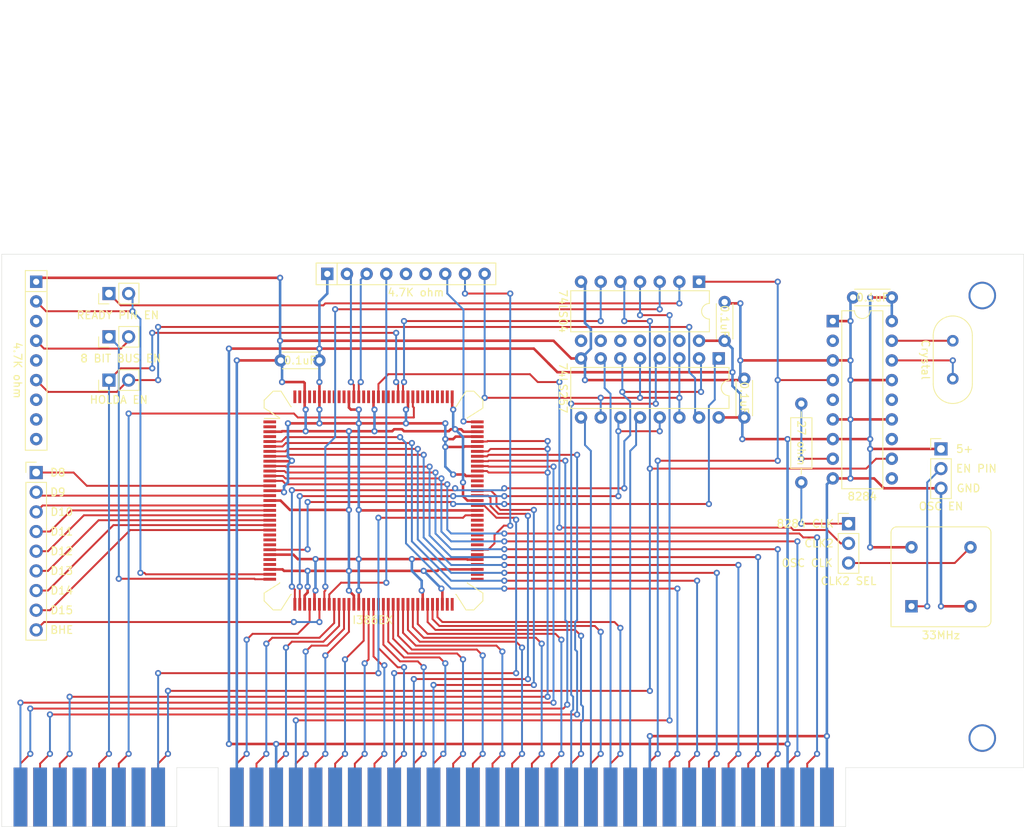
<source format=kicad_pcb>
(kicad_pcb (version 20171130) (host pcbnew "(5.1.8)-1")

  (general
    (thickness 1.6)
    (drawings 26)
    (tracks 967)
    (zones 0)
    (modules 23)
    (nets 163)
  )

  (page A4)
  (layers
    (0 F.Cu signal)
    (31 B.Cu signal)
    (32 B.Adhes user)
    (33 F.Adhes user)
    (34 B.Paste user)
    (35 F.Paste user)
    (36 B.SilkS user)
    (37 F.SilkS user)
    (38 B.Mask user)
    (39 F.Mask user)
    (40 Dwgs.User user)
    (41 Cmts.User user)
    (42 Eco1.User user)
    (43 Eco2.User user)
    (44 Edge.Cuts user)
    (45 Margin user)
    (46 B.CrtYd user)
    (47 F.CrtYd user)
    (48 B.Fab user)
    (49 F.Fab user)
  )

  (setup
    (last_trace_width 0.25)
    (trace_clearance 0.2)
    (zone_clearance 0.508)
    (zone_45_only no)
    (trace_min 0.2)
    (via_size 0.8)
    (via_drill 0.4)
    (via_min_size 0.4)
    (via_min_drill 0.3)
    (uvia_size 0.3)
    (uvia_drill 0.1)
    (uvias_allowed no)
    (uvia_min_size 0.2)
    (uvia_min_drill 0.1)
    (edge_width 0.05)
    (segment_width 0.2)
    (pcb_text_width 0.3)
    (pcb_text_size 1.5 1.5)
    (mod_edge_width 0.12)
    (mod_text_size 1 1)
    (mod_text_width 0.15)
    (pad_size 1.524 1.524)
    (pad_drill 0.762)
    (pad_to_mask_clearance 0)
    (aux_axis_origin 0 0)
    (visible_elements 7FFFFFFF)
    (pcbplotparams
      (layerselection 0x010fc_ffffffff)
      (usegerberextensions false)
      (usegerberattributes true)
      (usegerberadvancedattributes true)
      (creategerberjobfile true)
      (excludeedgelayer true)
      (linewidth 0.100000)
      (plotframeref false)
      (viasonmask false)
      (mode 1)
      (useauxorigin false)
      (hpglpennumber 1)
      (hpglpenspeed 20)
      (hpglpendiameter 15.000000)
      (psnegative false)
      (psa4output false)
      (plotreference true)
      (plotvalue true)
      (plotinvisibletext false)
      (padsonsilk false)
      (subtractmaskfromsilk false)
      (outputformat 1)
      (mirror false)
      (drillshape 1)
      (scaleselection 1)
      (outputdirectory ""))
  )

  (net 0 "")
  (net 1 /SPK_OUT)
  (net 2 /SPK_GO)
  (net 3 /HF_PCLK)
  (net 4 /DRQ0)
  (net 5 /HOLDA)
  (net 6 /HOLD)
  (net 7 /READY)
  (net 8 /RESET)
  (net 9 /NMI)
  (net 10 "Net-(J1-Pad7)")
  (net 11 /IO_008X)
  (net 12 /IO_006X)
  (net 13 /IO_004X)
  (net 14 /IO_002X)
  (net 15 /IO_000X)
  (net 16 /IRQ1)
  (net 17 /A0)
  (net 18 /A1)
  (net 19 /A2)
  (net 20 /A3)
  (net 21 /A4)
  (net 22 /A5)
  (net 23 /A6)
  (net 24 /A7)
  (net 25 /A8)
  (net 26 /A9)
  (net 27 /A10)
  (net 28 /A11)
  (net 29 /A12)
  (net 30 /A13)
  (net 31 /A14)
  (net 32 /A15)
  (net 33 /A16)
  (net 34 /A17)
  (net 35 /A18)
  (net 36 /A19)
  (net 37 "Net-(J2-Pad42)")
  (net 38 /D0)
  (net 39 /D1)
  (net 40 /D2)
  (net 41 /D3)
  (net 42 /D4)
  (net 43 /D5)
  (net 44 /D6)
  (net 45 /D7)
  (net 46 "Net-(J2-Pad32)")
  (net 47 /GND)
  (net 48 "Net-(J2-Pad30)")
  (net 49 /5+)
  (net 50 /ALE)
  (net 51 "Net-(J2-Pad27)")
  (net 52 "Net-(J2-Pad26)")
  (net 53 "Net-(J2-Pad25)")
  (net 54 "Net-(J2-Pad24)")
  (net 55 "Net-(J2-Pad20)")
  (net 56 "Net-(J2-Pad19)")
  (net 57 "Net-(J2-Pad18)")
  (net 58 "Net-(J2-Pad17)")
  (net 59 "Net-(J2-Pad16)")
  (net 60 "Net-(J2-Pad15)")
  (net 61 "Net-(J2-Pad9)")
  (net 62 "Net-(J2-Pad8)")
  (net 63 "Net-(J2-Pad7)")
  (net 64 "Net-(J2-Pad6)")
  (net 65 "Net-(J2-Pad5)")
  (net 66 "Net-(J2-Pad4)")
  (net 67 "Net-(J2-Pad2)")
  (net 68 /PIPELINE_EN)
  (net 69 /8_BIT_EN)
  (net 70 "Net-(U1-Pad132)")
  (net 71 "Net-(U1-Pad131)")
  (net 72 "Net-(U1-Pad129)")
  (net 73 "Net-(U1-Pad128)")
  (net 74 "Net-(U1-Pad126)")
  (net 75 "Net-(U1-Pad125)")
  (net 76 "Net-(U1-Pad124)")
  (net 77 "Net-(U1-Pad123)")
  (net 78 "Net-(U1-Pad122)")
  (net 79 "Net-(U1-Pad118)")
  (net 80 "Net-(U1-Pad117)")
  (net 81 "Net-(U1-Pad114)")
  (net 82 "Net-(U1-Pad113)")
  (net 83 "Net-(U1-Pad112)")
  (net 84 "Net-(U1-Pad107)")
  (net 85 "Net-(U1-Pad106)")
  (net 86 "Net-(U1-Pad105)")
  (net 87 "Net-(U1-Pad104)")
  (net 88 "Net-(U1-Pad102)")
  (net 89 "Net-(U1-Pad101)")
  (net 90 "Net-(U1-Pad66)")
  (net 91 "Net-(U1-Pad65)")
  (net 92 /ALE_)
  (net 93 /WR)
  (net 94 /RD)
  (net 95 "Net-(U1-Pad98)")
  (net 96 "Net-(U1-Pad87)")
  (net 97 "Net-(U1-Pad86)")
  (net 98 "Net-(U1-Pad79)")
  (net 99 "Net-(U1-Pad78)")
  (net 100 "Net-(U1-Pad77)")
  (net 101 "Net-(U1-Pad76)")
  (net 102 "Net-(U1-Pad75)")
  (net 103 "Net-(U1-Pad74)")
  (net 104 "Net-(U1-Pad72)")
  (net 105 "Net-(U1-Pad70)")
  (net 106 "Net-(U1-Pad68)")
  (net 107 "Net-(U1-Pad67)")
  (net 108 /READY_)
  (net 109 "Net-(U1-Pad30)")
  (net 110 "Net-(U1-Pad29)")
  (net 111 "Net-(U1-Pad26)")
  (net 112 "Net-(U1-Pad25)")
  (net 113 "Net-(U1-Pad24)")
  (net 114 "Net-(U1-Pad4)")
  (net 115 "Net-(U1-Pad2)")
  (net 116 "Net-(U1-Pad1)")
  (net 117 /RDY1)
  (net 118 /IORD)
  (net 119 /IOWR)
  (net 120 /MRD)
  (net 121 /MWR)
  (net 122 /CLK1)
  (net 123 /IO_M)
  (net 124 /X1)
  (net 125 /X2)
  (net 126 "Net-(U2-Pad14)")
  (net 127 "Net-(U2-Pad5)")
  (net 128 "Net-(U2-Pad12)")
  (net 129 "Net-(U2-Pad2)")
  (net 130 "Net-(U2-Pad10)")
  (net 131 /PU_257)
  (net 132 /IRQ5)
  (net 133 /IRQ6)
  (net 134 /IRQ7)
  (net 135 /SMI)
  (net 136 /FLT)
  (net 137 /SMIACT)
  (net 138 /TRST)
  (net 139 /READY_JMP)
  (net 140 /CLK2)
  (net 141 /8284_OUT)
  (net 142 /HOLDA_JMP)
  (net 143 "Net-(R1-Pad8)")
  (net 144 "Net-(R1-Pad7)")
  (net 145 "Net-(R1-Pad5)")
  (net 146 /OSC_OUTPUT)
  (net 147 /OSC_EN)
  (net 148 /8_BIT_EN_JMP)
  (net 149 /D15)
  (net 150 /D14)
  (net 151 /D13)
  (net 152 /D12)
  (net 153 /D11)
  (net 154 /D10)
  (net 155 /D9)
  (net 156 /D8)
  (net 157 /BHE)
  (net 158 /RESET_)
  (net 159 "Net-(R1-Pad9)")
  (net 160 "Net-(R1-Pad3)")
  (net 161 "Net-(R7-Pad5)")
  (net 162 "Net-(R7-Pad6)")

  (net_class Default "This is the default net class."
    (clearance 0.2)
    (trace_width 0.25)
    (via_dia 0.8)
    (via_drill 0.4)
    (uvia_dia 0.3)
    (uvia_drill 0.1)
    (add_net /5+)
    (add_net /8284_OUT)
    (add_net /8_BIT_EN)
    (add_net /8_BIT_EN_JMP)
    (add_net /A0)
    (add_net /A1)
    (add_net /A10)
    (add_net /A11)
    (add_net /A12)
    (add_net /A13)
    (add_net /A14)
    (add_net /A15)
    (add_net /A16)
    (add_net /A17)
    (add_net /A18)
    (add_net /A19)
    (add_net /A2)
    (add_net /A3)
    (add_net /A4)
    (add_net /A5)
    (add_net /A6)
    (add_net /A7)
    (add_net /A8)
    (add_net /A9)
    (add_net /ALE)
    (add_net /ALE_)
    (add_net /BHE)
    (add_net /CLK1)
    (add_net /CLK2)
    (add_net /D0)
    (add_net /D1)
    (add_net /D10)
    (add_net /D11)
    (add_net /D12)
    (add_net /D13)
    (add_net /D14)
    (add_net /D15)
    (add_net /D2)
    (add_net /D3)
    (add_net /D4)
    (add_net /D5)
    (add_net /D6)
    (add_net /D7)
    (add_net /D8)
    (add_net /D9)
    (add_net /DRQ0)
    (add_net /FLT)
    (add_net /GND)
    (add_net /HF_PCLK)
    (add_net /HOLD)
    (add_net /HOLDA)
    (add_net /HOLDA_JMP)
    (add_net /IORD)
    (add_net /IOWR)
    (add_net /IO_000X)
    (add_net /IO_002X)
    (add_net /IO_004X)
    (add_net /IO_006X)
    (add_net /IO_008X)
    (add_net /IO_M)
    (add_net /IRQ1)
    (add_net /IRQ5)
    (add_net /IRQ6)
    (add_net /IRQ7)
    (add_net /MRD)
    (add_net /MWR)
    (add_net /NMI)
    (add_net /OSC_EN)
    (add_net /OSC_OUTPUT)
    (add_net /PIPELINE_EN)
    (add_net /PU_257)
    (add_net /RD)
    (add_net /RDY1)
    (add_net /READY)
    (add_net /READY_)
    (add_net /READY_JMP)
    (add_net /RESET)
    (add_net /RESET_)
    (add_net /SMI)
    (add_net /SMIACT)
    (add_net /SPK_GO)
    (add_net /SPK_OUT)
    (add_net /TRST)
    (add_net /WR)
    (add_net /X1)
    (add_net /X2)
    (add_net "Net-(J1-Pad7)")
    (add_net "Net-(J2-Pad15)")
    (add_net "Net-(J2-Pad16)")
    (add_net "Net-(J2-Pad17)")
    (add_net "Net-(J2-Pad18)")
    (add_net "Net-(J2-Pad19)")
    (add_net "Net-(J2-Pad2)")
    (add_net "Net-(J2-Pad20)")
    (add_net "Net-(J2-Pad24)")
    (add_net "Net-(J2-Pad25)")
    (add_net "Net-(J2-Pad26)")
    (add_net "Net-(J2-Pad27)")
    (add_net "Net-(J2-Pad30)")
    (add_net "Net-(J2-Pad32)")
    (add_net "Net-(J2-Pad4)")
    (add_net "Net-(J2-Pad42)")
    (add_net "Net-(J2-Pad5)")
    (add_net "Net-(J2-Pad6)")
    (add_net "Net-(J2-Pad7)")
    (add_net "Net-(J2-Pad8)")
    (add_net "Net-(J2-Pad9)")
    (add_net "Net-(R1-Pad3)")
    (add_net "Net-(R1-Pad5)")
    (add_net "Net-(R1-Pad7)")
    (add_net "Net-(R1-Pad8)")
    (add_net "Net-(R1-Pad9)")
    (add_net "Net-(R7-Pad5)")
    (add_net "Net-(R7-Pad6)")
    (add_net "Net-(U1-Pad1)")
    (add_net "Net-(U1-Pad101)")
    (add_net "Net-(U1-Pad102)")
    (add_net "Net-(U1-Pad104)")
    (add_net "Net-(U1-Pad105)")
    (add_net "Net-(U1-Pad106)")
    (add_net "Net-(U1-Pad107)")
    (add_net "Net-(U1-Pad112)")
    (add_net "Net-(U1-Pad113)")
    (add_net "Net-(U1-Pad114)")
    (add_net "Net-(U1-Pad117)")
    (add_net "Net-(U1-Pad118)")
    (add_net "Net-(U1-Pad122)")
    (add_net "Net-(U1-Pad123)")
    (add_net "Net-(U1-Pad124)")
    (add_net "Net-(U1-Pad125)")
    (add_net "Net-(U1-Pad126)")
    (add_net "Net-(U1-Pad128)")
    (add_net "Net-(U1-Pad129)")
    (add_net "Net-(U1-Pad131)")
    (add_net "Net-(U1-Pad132)")
    (add_net "Net-(U1-Pad2)")
    (add_net "Net-(U1-Pad24)")
    (add_net "Net-(U1-Pad25)")
    (add_net "Net-(U1-Pad26)")
    (add_net "Net-(U1-Pad29)")
    (add_net "Net-(U1-Pad30)")
    (add_net "Net-(U1-Pad4)")
    (add_net "Net-(U1-Pad65)")
    (add_net "Net-(U1-Pad66)")
    (add_net "Net-(U1-Pad67)")
    (add_net "Net-(U1-Pad68)")
    (add_net "Net-(U1-Pad70)")
    (add_net "Net-(U1-Pad72)")
    (add_net "Net-(U1-Pad74)")
    (add_net "Net-(U1-Pad75)")
    (add_net "Net-(U1-Pad76)")
    (add_net "Net-(U1-Pad77)")
    (add_net "Net-(U1-Pad78)")
    (add_net "Net-(U1-Pad79)")
    (add_net "Net-(U1-Pad86)")
    (add_net "Net-(U1-Pad87)")
    (add_net "Net-(U1-Pad98)")
    (add_net "Net-(U2-Pad10)")
    (add_net "Net-(U2-Pad12)")
    (add_net "Net-(U2-Pad14)")
    (add_net "Net-(U2-Pad2)")
    (add_net "Net-(U2-Pad5)")
  )

  (module Connector_PinHeader_2.54mm:PinHeader_1x09_P2.54mm_Vertical (layer F.Cu) (tedit 59FED5CC) (tstamp 62BE7F48)
    (at 126.492 97.79)
    (descr "Through hole straight pin header, 1x09, 2.54mm pitch, single row")
    (tags "Through hole pin header THT 1x09 2.54mm single row")
    (path /62BA29A2)
    (fp_text reference J8 (at 0 -2.33) (layer F.SilkS) hide
      (effects (font (size 1 1) (thickness 0.15)))
    )
    (fp_text value Conn_01x09 (at 0 22.65) (layer F.Fab)
      (effects (font (size 1 1) (thickness 0.15)))
    )
    (fp_line (start 1.8 -1.8) (end -1.8 -1.8) (layer F.CrtYd) (width 0.05))
    (fp_line (start 1.8 22.1) (end 1.8 -1.8) (layer F.CrtYd) (width 0.05))
    (fp_line (start -1.8 22.1) (end 1.8 22.1) (layer F.CrtYd) (width 0.05))
    (fp_line (start -1.8 -1.8) (end -1.8 22.1) (layer F.CrtYd) (width 0.05))
    (fp_line (start -1.33 -1.33) (end 0 -1.33) (layer F.SilkS) (width 0.12))
    (fp_line (start -1.33 0) (end -1.33 -1.33) (layer F.SilkS) (width 0.12))
    (fp_line (start -1.33 1.27) (end 1.33 1.27) (layer F.SilkS) (width 0.12))
    (fp_line (start 1.33 1.27) (end 1.33 21.65) (layer F.SilkS) (width 0.12))
    (fp_line (start -1.33 1.27) (end -1.33 21.65) (layer F.SilkS) (width 0.12))
    (fp_line (start -1.33 21.65) (end 1.33 21.65) (layer F.SilkS) (width 0.12))
    (fp_line (start -1.27 -0.635) (end -0.635 -1.27) (layer F.Fab) (width 0.1))
    (fp_line (start -1.27 21.59) (end -1.27 -0.635) (layer F.Fab) (width 0.1))
    (fp_line (start 1.27 21.59) (end -1.27 21.59) (layer F.Fab) (width 0.1))
    (fp_line (start 1.27 -1.27) (end 1.27 21.59) (layer F.Fab) (width 0.1))
    (fp_line (start -0.635 -1.27) (end 1.27 -1.27) (layer F.Fab) (width 0.1))
    (fp_text user %R (at 0 10.16 90) (layer F.Fab) hide
      (effects (font (size 1 1) (thickness 0.15)))
    )
    (pad 9 thru_hole oval (at 0 20.32) (size 1.7 1.7) (drill 1) (layers *.Cu *.Mask)
      (net 157 /BHE))
    (pad 8 thru_hole oval (at 0 17.78) (size 1.7 1.7) (drill 1) (layers *.Cu *.Mask)
      (net 149 /D15))
    (pad 7 thru_hole oval (at 0 15.24) (size 1.7 1.7) (drill 1) (layers *.Cu *.Mask)
      (net 150 /D14))
    (pad 6 thru_hole oval (at 0 12.7) (size 1.7 1.7) (drill 1) (layers *.Cu *.Mask)
      (net 151 /D13))
    (pad 5 thru_hole oval (at 0 10.16) (size 1.7 1.7) (drill 1) (layers *.Cu *.Mask)
      (net 152 /D12))
    (pad 4 thru_hole oval (at 0 7.62) (size 1.7 1.7) (drill 1) (layers *.Cu *.Mask)
      (net 153 /D11))
    (pad 3 thru_hole oval (at 0 5.08) (size 1.7 1.7) (drill 1) (layers *.Cu *.Mask)
      (net 154 /D10))
    (pad 2 thru_hole oval (at 0 2.54) (size 1.7 1.7) (drill 1) (layers *.Cu *.Mask)
      (net 155 /D9))
    (pad 1 thru_hole rect (at 0 0) (size 1.7 1.7) (drill 1) (layers *.Cu *.Mask)
      (net 156 /D8))
    (model ${KISYS3DMOD}/Connector_PinHeader_2.54mm.3dshapes/PinHeader_1x09_P2.54mm_Vertical.wrl
      (at (xyz 0 0 0))
      (scale (xyz 1 1 1))
      (rotate (xyz 0 0 0))
    )
  )

  (module Package_DIP:DIP-18_W7.62mm (layer F.Cu) (tedit 5A02E8C5) (tstamp 62B9E8F5)
    (at 229.362 78.232)
    (descr "18-lead though-hole mounted DIP package, row spacing 7.62 mm (300 mils)")
    (tags "THT DIP DIL PDIP 2.54mm 7.62mm 300mil")
    (path /62BA39F5)
    (fp_text reference U2 (at 3.81 -2.33) (layer F.SilkS) hide
      (effects (font (size 1 1) (thickness 0.15)))
    )
    (fp_text value 8284 (at 3.81 22.65) (layer F.SilkS)
      (effects (font (size 1 1) (thickness 0.15)))
    )
    (fp_line (start 8.7 -1.55) (end -1.1 -1.55) (layer F.CrtYd) (width 0.05))
    (fp_line (start 8.7 21.85) (end 8.7 -1.55) (layer F.CrtYd) (width 0.05))
    (fp_line (start -1.1 21.85) (end 8.7 21.85) (layer F.CrtYd) (width 0.05))
    (fp_line (start -1.1 -1.55) (end -1.1 21.85) (layer F.CrtYd) (width 0.05))
    (fp_line (start 6.46 -1.33) (end 4.81 -1.33) (layer F.SilkS) (width 0.12))
    (fp_line (start 6.46 21.65) (end 6.46 -1.33) (layer F.SilkS) (width 0.12))
    (fp_line (start 1.16 21.65) (end 6.46 21.65) (layer F.SilkS) (width 0.12))
    (fp_line (start 1.16 -1.33) (end 1.16 21.65) (layer F.SilkS) (width 0.12))
    (fp_line (start 2.81 -1.33) (end 1.16 -1.33) (layer F.SilkS) (width 0.12))
    (fp_line (start 0.635 -0.27) (end 1.635 -1.27) (layer F.Fab) (width 0.1))
    (fp_line (start 0.635 21.59) (end 0.635 -0.27) (layer F.Fab) (width 0.1))
    (fp_line (start 6.985 21.59) (end 0.635 21.59) (layer F.Fab) (width 0.1))
    (fp_line (start 6.985 -1.27) (end 6.985 21.59) (layer F.Fab) (width 0.1))
    (fp_line (start 1.635 -1.27) (end 6.985 -1.27) (layer F.Fab) (width 0.1))
    (fp_text user %R (at 3.81 10.16) (layer F.Fab) hide
      (effects (font (size 1 1) (thickness 0.15)))
    )
    (fp_arc (start 3.81 -1.33) (end 2.81 -1.33) (angle -180) (layer F.SilkS) (width 0.12))
    (pad 18 thru_hole oval (at 7.62 0) (size 1.6 1.6) (drill 0.8) (layers *.Cu *.Mask)
      (net 49 /5+))
    (pad 9 thru_hole oval (at 0 20.32) (size 1.6 1.6) (drill 0.8) (layers *.Cu *.Mask)
      (net 47 /GND))
    (pad 17 thru_hole oval (at 7.62 2.54) (size 1.6 1.6) (drill 0.8) (layers *.Cu *.Mask)
      (net 124 /X1))
    (pad 8 thru_hole oval (at 0 17.78) (size 1.6 1.6) (drill 0.8) (layers *.Cu *.Mask)
      (net 122 /CLK1))
    (pad 16 thru_hole oval (at 7.62 5.08) (size 1.6 1.6) (drill 0.8) (layers *.Cu *.Mask)
      (net 125 /X2))
    (pad 7 thru_hole oval (at 0 15.24) (size 1.6 1.6) (drill 0.8) (layers *.Cu *.Mask)
      (net 49 /5+))
    (pad 15 thru_hole oval (at 7.62 7.62) (size 1.6 1.6) (drill 0.8) (layers *.Cu *.Mask)
      (net 47 /GND))
    (pad 6 thru_hole oval (at 0 12.7) (size 1.6 1.6) (drill 0.8) (layers *.Cu *.Mask)
      (net 47 /GND))
    (pad 14 thru_hole oval (at 7.62 10.16) (size 1.6 1.6) (drill 0.8) (layers *.Cu *.Mask)
      (net 126 "Net-(U2-Pad14)"))
    (pad 5 thru_hole oval (at 0 10.16) (size 1.6 1.6) (drill 0.8) (layers *.Cu *.Mask)
      (net 127 "Net-(U2-Pad5)"))
    (pad 13 thru_hole oval (at 7.62 12.7) (size 1.6 1.6) (drill 0.8) (layers *.Cu *.Mask)
      (net 47 /GND))
    (pad 4 thru_hole oval (at 0 7.62) (size 1.6 1.6) (drill 0.8) (layers *.Cu *.Mask)
      (net 117 /RDY1))
    (pad 12 thru_hole oval (at 7.62 15.24) (size 1.6 1.6) (drill 0.8) (layers *.Cu *.Mask)
      (net 128 "Net-(U2-Pad12)"))
    (pad 3 thru_hole oval (at 0 5.08) (size 1.6 1.6) (drill 0.8) (layers *.Cu *.Mask)
      (net 47 /GND))
    (pad 11 thru_hole oval (at 7.62 17.78) (size 1.6 1.6) (drill 0.8) (layers *.Cu *.Mask)
      (net 8 /RESET))
    (pad 2 thru_hole oval (at 0 2.54) (size 1.6 1.6) (drill 0.8) (layers *.Cu *.Mask)
      (net 129 "Net-(U2-Pad2)"))
    (pad 10 thru_hole oval (at 7.62 20.32) (size 1.6 1.6) (drill 0.8) (layers *.Cu *.Mask)
      (net 130 "Net-(U2-Pad10)"))
    (pad 1 thru_hole rect (at 0 0) (size 1.6 1.6) (drill 0.8) (layers *.Cu *.Mask)
      (net 47 /GND))
    (model ${KISYS3DMOD}/Package_DIP.3dshapes/DIP-18_W7.62mm.wrl
      (at (xyz 0 0 0))
      (scale (xyz 1 1 1))
      (rotate (xyz 0 0 0))
    )
  )

  (module My:BUS_8_BIT (layer F.Cu) (tedit 5FD96B49) (tstamp 62BEB879)
    (at 228.6 135.89 270)
    (descr "AT ISA 16 bits Bus Edge Connector")
    (tags "BUS ISA AT Edge connector")
    (path /62B8BE2E)
    (attr virtual)
    (fp_text reference J2 (at -3.556 45.339) (layer F.SilkS) hide
      (effects (font (size 1 1) (thickness 0.15)))
    )
    (fp_text value Bus_ISA_8bit (at -1.524 45.593) (layer F.Fab) hide
      (effects (font (size 1 1) (thickness 0.15)))
    )
    (fp_line (start 7.62 -2.413) (end 7.62 78.486) (layer F.Fab) (width 0.12))
    (fp_line (start 7.62 78.486) (end 7.62 78.613) (layer F.Fab) (width 0.12))
    (fp_line (start 0 78.613) (end 7.62 78.613) (layer F.Fab) (width 0.12))
    (fp_line (start 0 -2.413) (end 7.62 -2.413) (layer F.Fab) (width 0.12))
    (fp_line (start 0 -2.413) (end 0 -25.4) (layer F.Fab) (width 0.12))
    (fp_line (start 0 -25.4) (end -99.06 -25.4) (layer F.Fab) (width 0.12))
    (fp_line (start -99.06 -25.4) (end -99.06 78.613) (layer F.Fab) (width 0.12))
    (fp_line (start -2.921 -20.066) (end -2.921 -25.4) (layer F.Fab) (width 0.12))
    (fp_text user %R (at 3.175 64.77) (layer F.Fab) hide
      (effects (font (size 1 1) (thickness 0.15)))
    )
    (pad 62 connect rect (at 3.81 76.2) (size 1.78 7.62) (layers F.Cu F.Mask)
      (net 17 /A0))
    (pad 61 connect rect (at 3.81 73.66) (size 1.78 7.62) (layers F.Cu F.Mask)
      (net 18 /A1))
    (pad 60 connect rect (at 3.81 71.12) (size 1.78 7.62) (layers F.Cu F.Mask)
      (net 19 /A2))
    (pad 59 connect rect (at 3.81 68.58) (size 1.78 7.62) (layers F.Cu F.Mask)
      (net 20 /A3))
    (pad 58 connect rect (at 3.81 66.04) (size 1.78 7.62) (layers F.Cu F.Mask)
      (net 21 /A4))
    (pad 57 connect rect (at 3.81 63.5) (size 1.78 7.62) (layers F.Cu F.Mask)
      (net 22 /A5))
    (pad 56 connect rect (at 3.81 60.96) (size 1.78 7.62) (layers F.Cu F.Mask)
      (net 23 /A6))
    (pad 55 connect rect (at 3.81 58.42) (size 1.78 7.62) (layers F.Cu F.Mask)
      (net 24 /A7))
    (pad 54 connect rect (at 3.81 55.88) (size 1.78 7.62) (layers F.Cu F.Mask)
      (net 25 /A8))
    (pad 53 connect rect (at 3.81 53.34) (size 1.78 7.62) (layers F.Cu F.Mask)
      (net 26 /A9))
    (pad 52 connect rect (at 3.81 50.8) (size 1.78 7.62) (layers F.Cu F.Mask)
      (net 27 /A10))
    (pad 51 connect rect (at 3.81 48.26) (size 1.78 7.62) (layers F.Cu F.Mask)
      (net 28 /A11))
    (pad 50 connect rect (at 3.81 45.72) (size 1.78 7.62) (layers F.Cu F.Mask)
      (net 29 /A12))
    (pad 49 connect rect (at 3.81 43.18) (size 1.78 7.62) (layers F.Cu F.Mask)
      (net 30 /A13))
    (pad 48 connect rect (at 3.81 40.64) (size 1.78 7.62) (layers F.Cu F.Mask)
      (net 31 /A14))
    (pad 47 connect rect (at 3.81 38.1) (size 1.78 7.62) (layers F.Cu F.Mask)
      (net 32 /A15))
    (pad 46 connect rect (at 3.81 35.56) (size 1.78 7.62) (layers F.Cu F.Mask)
      (net 33 /A16))
    (pad 45 connect rect (at 3.81 33.02) (size 1.78 7.62) (layers F.Cu F.Mask)
      (net 34 /A17))
    (pad 44 connect rect (at 3.81 30.48) (size 1.78 7.62) (layers F.Cu F.Mask)
      (net 35 /A18))
    (pad 43 connect rect (at 3.81 27.94) (size 1.78 7.62) (layers F.Cu F.Mask)
      (net 36 /A19))
    (pad 42 connect rect (at 3.81 25.4) (size 1.78 7.62) (layers F.Cu F.Mask)
      (net 37 "Net-(J2-Pad42)"))
    (pad 41 connect rect (at 3.81 22.86) (size 1.78 7.62) (layers F.Cu F.Mask)
      (net 117 /RDY1))
    (pad 40 connect rect (at 3.81 20.32) (size 1.78 7.62) (layers F.Cu F.Mask)
      (net 38 /D0))
    (pad 39 connect rect (at 3.81 17.78) (size 1.78 7.62) (layers F.Cu F.Mask)
      (net 39 /D1))
    (pad 38 connect rect (at 3.81 15.24) (size 1.78 7.62) (layers F.Cu F.Mask)
      (net 40 /D2))
    (pad 37 connect rect (at 3.81 12.7) (size 1.78 7.62) (layers F.Cu F.Mask)
      (net 41 /D3))
    (pad 36 connect rect (at 3.81 10.16) (size 1.78 7.62) (layers F.Cu F.Mask)
      (net 42 /D4))
    (pad 35 connect rect (at 3.81 7.62) (size 1.78 7.62) (layers F.Cu F.Mask)
      (net 43 /D5))
    (pad 34 connect rect (at 3.81 5.08) (size 1.78 7.62) (layers F.Cu F.Mask)
      (net 44 /D6))
    (pad 33 connect rect (at 3.81 2.54) (size 1.78 7.62) (layers F.Cu F.Mask)
      (net 45 /D7))
    (pad 32 connect rect (at 3.81 0) (size 1.78 7.62) (layers F.Cu F.Mask)
      (net 46 "Net-(J2-Pad32)"))
    (pad 31 connect rect (at 3.81 76.2) (size 1.78 7.62) (layers B.Cu B.Mask)
      (net 47 /GND))
    (pad 30 connect rect (at 3.81 73.66) (size 1.78 7.62) (layers B.Cu B.Mask)
      (net 48 "Net-(J2-Pad30)"))
    (pad 29 connect rect (at 3.81 71.12) (size 1.78 7.62) (layers B.Cu B.Mask)
      (net 49 /5+))
    (pad 28 connect rect (at 3.81 68.58) (size 1.78 7.62) (layers B.Cu B.Mask)
      (net 50 /ALE))
    (pad 27 connect rect (at 3.81 66.04) (size 1.78 7.62) (layers B.Cu B.Mask)
      (net 51 "Net-(J2-Pad27)"))
    (pad 26 connect rect (at 3.81 63.5) (size 1.78 7.62) (layers B.Cu B.Mask)
      (net 52 "Net-(J2-Pad26)"))
    (pad 25 connect rect (at 3.81 60.96) (size 1.78 7.62) (layers B.Cu B.Mask)
      (net 53 "Net-(J2-Pad25)"))
    (pad 24 connect rect (at 3.81 58.42) (size 1.78 7.62) (layers B.Cu B.Mask)
      (net 54 "Net-(J2-Pad24)"))
    (pad 23 connect rect (at 3.81 55.88) (size 1.78 7.62) (layers B.Cu B.Mask)
      (net 132 /IRQ5))
    (pad 22 connect rect (at 3.81 53.34) (size 1.78 7.62) (layers B.Cu B.Mask)
      (net 133 /IRQ6))
    (pad 21 connect rect (at 3.81 50.8) (size 1.78 7.62) (layers B.Cu B.Mask)
      (net 134 /IRQ7))
    (pad 20 connect rect (at 3.81 48.26) (size 1.78 7.62) (layers B.Cu B.Mask)
      (net 55 "Net-(J2-Pad20)"))
    (pad 19 connect rect (at 3.81 45.72) (size 1.78 7.62) (layers B.Cu B.Mask)
      (net 56 "Net-(J2-Pad19)"))
    (pad 18 connect rect (at 3.81 43.18) (size 1.78 7.62) (layers B.Cu B.Mask)
      (net 57 "Net-(J2-Pad18)"))
    (pad 17 connect rect (at 3.81 40.64) (size 1.78 7.62) (layers B.Cu B.Mask)
      (net 58 "Net-(J2-Pad17)"))
    (pad 16 connect rect (at 3.81 38.1) (size 1.78 7.62) (layers B.Cu B.Mask)
      (net 59 "Net-(J2-Pad16)"))
    (pad 15 connect rect (at 3.81 35.56) (size 1.78 7.62) (layers B.Cu B.Mask)
      (net 60 "Net-(J2-Pad15)"))
    (pad 14 connect rect (at 3.81 33.02) (size 1.78 7.62) (layers B.Cu B.Mask)
      (net 118 /IORD))
    (pad 13 connect rect (at 3.81 30.48) (size 1.78 7.62) (layers B.Cu B.Mask)
      (net 119 /IOWR))
    (pad 12 connect rect (at 3.81 27.94) (size 1.78 7.62) (layers B.Cu B.Mask)
      (net 120 /MRD))
    (pad 11 connect rect (at 3.81 25.4) (size 1.78 7.62) (layers B.Cu B.Mask)
      (net 121 /MWR))
    (pad 10 connect rect (at 3.81 22.86) (size 1.78 7.62) (layers B.Cu B.Mask)
      (net 47 /GND))
    (pad 9 connect rect (at 3.81 20.32) (size 1.78 7.62) (layers B.Cu B.Mask)
      (net 61 "Net-(J2-Pad9)"))
    (pad 8 connect rect (at 3.81 17.78) (size 1.78 7.62) (layers B.Cu B.Mask)
      (net 62 "Net-(J2-Pad8)"))
    (pad 7 connect rect (at 3.81 15.24) (size 1.78 7.62) (layers B.Cu B.Mask)
      (net 63 "Net-(J2-Pad7)"))
    (pad 6 connect rect (at 3.81 12.7) (size 1.78 7.62) (layers B.Cu B.Mask)
      (net 64 "Net-(J2-Pad6)"))
    (pad 5 connect rect (at 3.81 10.16) (size 1.78 7.62) (layers B.Cu B.Mask)
      (net 65 "Net-(J2-Pad5)"))
    (pad 4 connect rect (at 3.81 7.62) (size 1.78 7.62) (layers B.Cu B.Mask)
      (net 66 "Net-(J2-Pad4)"))
    (pad 3 connect rect (at 3.81 5.08) (size 1.78 7.62) (layers B.Cu B.Mask)
      (net 49 /5+))
    (pad 2 connect rect (at 3.81 2.54) (size 1.78 7.62) (layers B.Cu B.Mask)
      (net 67 "Net-(J2-Pad2)"))
    (pad 1 connect rect (at 3.81 0) (size 1.78 7.62) (layers B.Cu B.Mask)
      (net 47 /GND))
  )

  (module Connector_PinHeader_2.54mm:PinHeader_1x02_P2.54mm_Vertical (layer F.Cu) (tedit 59FED5CC) (tstamp 62BA38D1)
    (at 135.89 85.852 90)
    (descr "Through hole straight pin header, 1x02, 2.54mm pitch, single row")
    (tags "Through hole pin header THT 1x02 2.54mm single row")
    (path /62BB9970)
    (fp_text reference HOLDA_EN1 (at -1.016 1.27 180) (layer F.SilkS) hide
      (effects (font (size 1 1) (thickness 0.15)))
    )
    (fp_text value "HOLDA EN" (at -2.54 1.27) (layer F.SilkS)
      (effects (font (size 1 1) (thickness 0.15)))
    )
    (fp_line (start -0.635 -1.27) (end 1.27 -1.27) (layer F.Fab) (width 0.1))
    (fp_line (start 1.27 -1.27) (end 1.27 3.81) (layer F.Fab) (width 0.1))
    (fp_line (start 1.27 3.81) (end -1.27 3.81) (layer F.Fab) (width 0.1))
    (fp_line (start -1.27 3.81) (end -1.27 -0.635) (layer F.Fab) (width 0.1))
    (fp_line (start -1.27 -0.635) (end -0.635 -1.27) (layer F.Fab) (width 0.1))
    (fp_line (start -1.33 3.87) (end 1.33 3.87) (layer F.SilkS) (width 0.12))
    (fp_line (start -1.33 1.27) (end -1.33 3.87) (layer F.SilkS) (width 0.12))
    (fp_line (start 1.33 1.27) (end 1.33 3.87) (layer F.SilkS) (width 0.12))
    (fp_line (start -1.33 1.27) (end 1.33 1.27) (layer F.SilkS) (width 0.12))
    (fp_line (start -1.33 0) (end -1.33 -1.33) (layer F.SilkS) (width 0.12))
    (fp_line (start -1.33 -1.33) (end 0 -1.33) (layer F.SilkS) (width 0.12))
    (fp_line (start -1.8 -1.8) (end -1.8 4.35) (layer F.CrtYd) (width 0.05))
    (fp_line (start -1.8 4.35) (end 1.8 4.35) (layer F.CrtYd) (width 0.05))
    (fp_line (start 1.8 4.35) (end 1.8 -1.8) (layer F.CrtYd) (width 0.05))
    (fp_line (start 1.8 -1.8) (end -1.8 -1.8) (layer F.CrtYd) (width 0.05))
    (fp_text user %R (at -1.016 1.27) (layer F.Fab) hide
      (effects (font (size 1 1) (thickness 0.15)))
    )
    (pad 2 thru_hole oval (at 0 2.54 90) (size 1.7 1.7) (drill 1) (layers *.Cu *.Mask)
      (net 142 /HOLDA_JMP))
    (pad 1 thru_hole rect (at 0 0 90) (size 1.7 1.7) (drill 1) (layers *.Cu *.Mask)
      (net 5 /HOLDA))
    (model ${KISYS3DMOD}/Connector_PinHeader_2.54mm.3dshapes/PinHeader_1x02_P2.54mm_Vertical.wrl
      (at (xyz 0 0 0))
      (scale (xyz 1 1 1))
      (rotate (xyz 0 0 0))
    )
  )

  (module Package_DIP:DIP-16_W7.62mm (layer F.Cu) (tedit 5A02E8C5) (tstamp 62BA3B6E)
    (at 214.63 83.058 270)
    (descr "16-lead though-hole mounted DIP package, row spacing 7.62 mm (300 mils)")
    (tags "THT DIP DIL PDIP 2.54mm 7.62mm 300mil")
    (path /62B9EF53)
    (fp_text reference U3 (at 3.81 -2.33 90) (layer F.SilkS) hide
      (effects (font (size 1 1) (thickness 0.15)))
    )
    (fp_text value 74LS257 (at 3.81 20.11 270 unlocked) (layer F.SilkS)
      (effects (font (size 1 1) (thickness 0.15)))
    )
    (fp_line (start 1.635 -1.27) (end 6.985 -1.27) (layer F.Fab) (width 0.1))
    (fp_line (start 6.985 -1.27) (end 6.985 19.05) (layer F.Fab) (width 0.1))
    (fp_line (start 6.985 19.05) (end 0.635 19.05) (layer F.Fab) (width 0.1))
    (fp_line (start 0.635 19.05) (end 0.635 -0.27) (layer F.Fab) (width 0.1))
    (fp_line (start 0.635 -0.27) (end 1.635 -1.27) (layer F.Fab) (width 0.1))
    (fp_line (start 2.81 -1.33) (end 1.16 -1.33) (layer F.SilkS) (width 0.12))
    (fp_line (start 1.16 -1.33) (end 1.16 19.11) (layer F.SilkS) (width 0.12))
    (fp_line (start 1.16 19.11) (end 6.46 19.11) (layer F.SilkS) (width 0.12))
    (fp_line (start 6.46 19.11) (end 6.46 -1.33) (layer F.SilkS) (width 0.12))
    (fp_line (start 6.46 -1.33) (end 4.81 -1.33) (layer F.SilkS) (width 0.12))
    (fp_line (start -1.1 -1.55) (end -1.1 19.3) (layer F.CrtYd) (width 0.05))
    (fp_line (start -1.1 19.3) (end 8.7 19.3) (layer F.CrtYd) (width 0.05))
    (fp_line (start 8.7 19.3) (end 8.7 -1.55) (layer F.CrtYd) (width 0.05))
    (fp_line (start 8.7 -1.55) (end -1.1 -1.55) (layer F.CrtYd) (width 0.05))
    (fp_text user %R (at 3.81 8.89 90) (layer F.Fab) hide
      (effects (font (size 1 1) (thickness 0.15)))
    )
    (fp_arc (start 3.81 -1.33) (end 2.81 -1.33) (angle -180) (layer F.SilkS) (width 0.12))
    (pad 16 thru_hole oval (at 7.62 0 270) (size 1.6 1.6) (drill 0.8) (layers *.Cu *.Mask)
      (net 49 /5+))
    (pad 8 thru_hole oval (at 0 17.78 270) (size 1.6 1.6) (drill 0.8) (layers *.Cu *.Mask)
      (net 47 /GND))
    (pad 15 thru_hole oval (at 7.62 2.54 270) (size 1.6 1.6) (drill 0.8) (layers *.Cu *.Mask)
      (net 142 /HOLDA_JMP))
    (pad 7 thru_hole oval (at 0 15.24 270) (size 1.6 1.6) (drill 0.8) (layers *.Cu *.Mask)
      (net 120 /MRD))
    (pad 14 thru_hole oval (at 7.62 5.08 270) (size 1.6 1.6) (drill 0.8) (layers *.Cu *.Mask)
      (net 131 /PU_257))
    (pad 6 thru_hole oval (at 0 12.7 270) (size 1.6 1.6) (drill 0.8) (layers *.Cu *.Mask)
      (net 94 /RD))
    (pad 13 thru_hole oval (at 7.62 7.62 270) (size 1.6 1.6) (drill 0.8) (layers *.Cu *.Mask)
      (net 93 /WR))
    (pad 5 thru_hole oval (at 0 10.16 270) (size 1.6 1.6) (drill 0.8) (layers *.Cu *.Mask)
      (net 131 /PU_257))
    (pad 12 thru_hole oval (at 7.62 10.16 270) (size 1.6 1.6) (drill 0.8) (layers *.Cu *.Mask)
      (net 121 /MWR))
    (pad 4 thru_hole oval (at 0 7.62 270) (size 1.6 1.6) (drill 0.8) (layers *.Cu *.Mask)
      (net 118 /IORD))
    (pad 11 thru_hole oval (at 7.62 12.7 270) (size 1.6 1.6) (drill 0.8) (layers *.Cu *.Mask)
      (net 93 /WR))
    (pad 3 thru_hole oval (at 0 5.08 270) (size 1.6 1.6) (drill 0.8) (layers *.Cu *.Mask)
      (net 131 /PU_257))
    (pad 10 thru_hole oval (at 7.62 15.24 270) (size 1.6 1.6) (drill 0.8) (layers *.Cu *.Mask)
      (net 131 /PU_257))
    (pad 2 thru_hole oval (at 0 2.54 270) (size 1.6 1.6) (drill 0.8) (layers *.Cu *.Mask)
      (net 94 /RD))
    (pad 9 thru_hole oval (at 7.62 17.78 270) (size 1.6 1.6) (drill 0.8) (layers *.Cu *.Mask)
      (net 119 /IOWR))
    (pad 1 thru_hole rect (at 0 0 270) (size 1.6 1.6) (drill 0.8) (layers *.Cu *.Mask)
      (net 123 /IO_M))
    (model ${KISYS3DMOD}/Package_DIP.3dshapes/DIP-16_W7.62mm.wrl
      (at (xyz 0 0 0))
      (scale (xyz 1 1 1))
      (rotate (xyz 0 0 0))
    )
  )

  (module Package_DIP:DIP-14_W7.62mm (layer F.Cu) (tedit 5A02E8C5) (tstamp 62BA3B90)
    (at 212.09 73.152 270)
    (descr "14-lead though-hole mounted DIP package, row spacing 7.62 mm (300 mils)")
    (tags "THT DIP DIL PDIP 2.54mm 7.62mm 300mil")
    (path /62B9368C)
    (fp_text reference U4 (at 3.81 -2.33 90) (layer F.SilkS) hide
      (effects (font (size 1 1) (thickness 0.15)))
    )
    (fp_text value 74LS04 (at 3.81 17.57 270 unlocked) (layer F.SilkS)
      (effects (font (size 1 1) (thickness 0.15)))
    )
    (fp_line (start 1.635 -1.27) (end 6.985 -1.27) (layer F.Fab) (width 0.1))
    (fp_line (start 6.985 -1.27) (end 6.985 16.51) (layer F.Fab) (width 0.1))
    (fp_line (start 6.985 16.51) (end 0.635 16.51) (layer F.Fab) (width 0.1))
    (fp_line (start 0.635 16.51) (end 0.635 -0.27) (layer F.Fab) (width 0.1))
    (fp_line (start 0.635 -0.27) (end 1.635 -1.27) (layer F.Fab) (width 0.1))
    (fp_line (start 2.81 -1.33) (end 1.16 -1.33) (layer F.SilkS) (width 0.12))
    (fp_line (start 1.16 -1.33) (end 1.16 16.57) (layer F.SilkS) (width 0.12))
    (fp_line (start 1.16 16.57) (end 6.46 16.57) (layer F.SilkS) (width 0.12))
    (fp_line (start 6.46 16.57) (end 6.46 -1.33) (layer F.SilkS) (width 0.12))
    (fp_line (start 6.46 -1.33) (end 4.81 -1.33) (layer F.SilkS) (width 0.12))
    (fp_line (start -1.1 -1.55) (end -1.1 16.8) (layer F.CrtYd) (width 0.05))
    (fp_line (start -1.1 16.8) (end 8.7 16.8) (layer F.CrtYd) (width 0.05))
    (fp_line (start 8.7 16.8) (end 8.7 -1.55) (layer F.CrtYd) (width 0.05))
    (fp_line (start 8.7 -1.55) (end -1.1 -1.55) (layer F.CrtYd) (width 0.05))
    (fp_text user %R (at 3.81 7.62 90) (layer F.Fab) hide
      (effects (font (size 1 1) (thickness 0.15)))
    )
    (fp_arc (start 3.81 -1.33) (end 2.81 -1.33) (angle -180) (layer F.SilkS) (width 0.12))
    (pad 14 thru_hole oval (at 7.62 0 270) (size 1.6 1.6) (drill 0.8) (layers *.Cu *.Mask)
      (net 49 /5+))
    (pad 7 thru_hole oval (at 0 15.24 270) (size 1.6 1.6) (drill 0.8) (layers *.Cu *.Mask)
      (net 47 /GND))
    (pad 13 thru_hole oval (at 7.62 2.54 270) (size 1.6 1.6) (drill 0.8) (layers *.Cu *.Mask))
    (pad 6 thru_hole oval (at 0 12.7 270) (size 1.6 1.6) (drill 0.8) (layers *.Cu *.Mask)
      (net 158 /RESET_))
    (pad 12 thru_hole oval (at 7.62 5.08 270) (size 1.6 1.6) (drill 0.8) (layers *.Cu *.Mask))
    (pad 5 thru_hole oval (at 0 10.16 270) (size 1.6 1.6) (drill 0.8) (layers *.Cu *.Mask)
      (net 8 /RESET))
    (pad 11 thru_hole oval (at 7.62 7.62 270) (size 1.6 1.6) (drill 0.8) (layers *.Cu *.Mask))
    (pad 4 thru_hole oval (at 0 7.62 270) (size 1.6 1.6) (drill 0.8) (layers *.Cu *.Mask)
      (net 50 /ALE))
    (pad 10 thru_hole oval (at 7.62 10.16 270) (size 1.6 1.6) (drill 0.8) (layers *.Cu *.Mask))
    (pad 3 thru_hole oval (at 0 5.08 270) (size 1.6 1.6) (drill 0.8) (layers *.Cu *.Mask)
      (net 92 /ALE_))
    (pad 9 thru_hole oval (at 7.62 12.7 270) (size 1.6 1.6) (drill 0.8) (layers *.Cu *.Mask))
    (pad 2 thru_hole oval (at 0 2.54 270) (size 1.6 1.6) (drill 0.8) (layers *.Cu *.Mask)
      (net 108 /READY_))
    (pad 8 thru_hole oval (at 7.62 15.24 270) (size 1.6 1.6) (drill 0.8) (layers *.Cu *.Mask))
    (pad 1 thru_hole rect (at 0 0 270) (size 1.6 1.6) (drill 0.8) (layers *.Cu *.Mask)
      (net 117 /RDY1))
    (model ${KISYS3DMOD}/Package_DIP.3dshapes/DIP-14_W7.62mm.wrl
      (at (xyz 0 0 0))
      (scale (xyz 1 1 1))
      (rotate (xyz 0 0 0))
    )
  )

  (module Capacitor_THT:C_Disc_D4.3mm_W1.9mm_P5.00mm (layer F.Cu) (tedit 5AE50EF0) (tstamp 62BA37CC)
    (at 215.392 75.772 270)
    (descr "C, Disc series, Radial, pin pitch=5.00mm, , diameter*width=4.3*1.9mm^2, Capacitor, http://www.vishay.com/docs/45233/krseries.pdf")
    (tags "C Disc series Radial pin pitch 5.00mm  diameter 4.3mm width 1.9mm Capacitor")
    (path /62BB7B45)
    (fp_text reference C4 (at 2.5 -2.2 90) (layer F.SilkS) hide
      (effects (font (size 1 1) (thickness 0.15)))
    )
    (fp_text value 0.1uF (at 2.46 0 270 unlocked) (layer F.SilkS)
      (effects (font (size 1 1) (thickness 0.15)))
    )
    (fp_line (start 0.35 -0.95) (end 0.35 0.95) (layer F.Fab) (width 0.1))
    (fp_line (start 0.35 0.95) (end 4.65 0.95) (layer F.Fab) (width 0.1))
    (fp_line (start 4.65 0.95) (end 4.65 -0.95) (layer F.Fab) (width 0.1))
    (fp_line (start 4.65 -0.95) (end 0.35 -0.95) (layer F.Fab) (width 0.1))
    (fp_line (start 0.23 -1.07) (end 4.77 -1.07) (layer F.SilkS) (width 0.12))
    (fp_line (start 0.23 1.07) (end 4.77 1.07) (layer F.SilkS) (width 0.12))
    (fp_line (start 0.23 -1.07) (end 0.23 -1.055) (layer F.SilkS) (width 0.12))
    (fp_line (start 0.23 1.055) (end 0.23 1.07) (layer F.SilkS) (width 0.12))
    (fp_line (start 4.77 -1.07) (end 4.77 -1.055) (layer F.SilkS) (width 0.12))
    (fp_line (start 4.77 1.055) (end 4.77 1.07) (layer F.SilkS) (width 0.12))
    (fp_line (start -1.05 -1.2) (end -1.05 1.2) (layer F.CrtYd) (width 0.05))
    (fp_line (start -1.05 1.2) (end 6.05 1.2) (layer F.CrtYd) (width 0.05))
    (fp_line (start 6.05 1.2) (end 6.05 -1.2) (layer F.CrtYd) (width 0.05))
    (fp_line (start 6.05 -1.2) (end -1.05 -1.2) (layer F.CrtYd) (width 0.05))
    (fp_text user %R (at 2.5 0 90) (layer F.Fab) hide
      (effects (font (size 0.86 0.86) (thickness 0.129)))
    )
    (pad 2 thru_hole circle (at 5 0 270) (size 1.6 1.6) (drill 0.8) (layers *.Cu *.Mask)
      (net 49 /5+))
    (pad 1 thru_hole circle (at 0 0 270) (size 1.6 1.6) (drill 0.8) (layers *.Cu *.Mask)
      (net 47 /GND))
    (model ${KISYS3DMOD}/Capacitor_THT.3dshapes/C_Disc_D4.3mm_W1.9mm_P5.00mm.wrl
      (at (xyz 0 0 0))
      (scale (xyz 1 1 1))
      (rotate (xyz 0 0 0))
    )
  )

  (module Capacitor_THT:C_Disc_D4.3mm_W1.9mm_P5.00mm (layer F.Cu) (tedit 5AE50EF0) (tstamp 62BA37B7)
    (at 217.932 85.678 270)
    (descr "C, Disc series, Radial, pin pitch=5.00mm, , diameter*width=4.3*1.9mm^2, Capacitor, http://www.vishay.com/docs/45233/krseries.pdf")
    (tags "C Disc series Radial pin pitch 5.00mm  diameter 4.3mm width 1.9mm Capacitor")
    (path /62BB76A4)
    (fp_text reference C3 (at 2.5 -2.2 90) (layer F.SilkS) hide
      (effects (font (size 1 1) (thickness 0.15)))
    )
    (fp_text value 0.1uF (at 2.46 0 270 unlocked) (layer F.SilkS)
      (effects (font (size 1 1) (thickness 0.15)))
    )
    (fp_line (start 0.35 -0.95) (end 0.35 0.95) (layer F.Fab) (width 0.1))
    (fp_line (start 0.35 0.95) (end 4.65 0.95) (layer F.Fab) (width 0.1))
    (fp_line (start 4.65 0.95) (end 4.65 -0.95) (layer F.Fab) (width 0.1))
    (fp_line (start 4.65 -0.95) (end 0.35 -0.95) (layer F.Fab) (width 0.1))
    (fp_line (start 0.23 -1.07) (end 4.77 -1.07) (layer F.SilkS) (width 0.12))
    (fp_line (start 0.23 1.07) (end 4.77 1.07) (layer F.SilkS) (width 0.12))
    (fp_line (start 0.23 -1.07) (end 0.23 -1.055) (layer F.SilkS) (width 0.12))
    (fp_line (start 0.23 1.055) (end 0.23 1.07) (layer F.SilkS) (width 0.12))
    (fp_line (start 4.77 -1.07) (end 4.77 -1.055) (layer F.SilkS) (width 0.12))
    (fp_line (start 4.77 1.055) (end 4.77 1.07) (layer F.SilkS) (width 0.12))
    (fp_line (start -1.05 -1.2) (end -1.05 1.2) (layer F.CrtYd) (width 0.05))
    (fp_line (start -1.05 1.2) (end 6.05 1.2) (layer F.CrtYd) (width 0.05))
    (fp_line (start 6.05 1.2) (end 6.05 -1.2) (layer F.CrtYd) (width 0.05))
    (fp_line (start 6.05 -1.2) (end -1.05 -1.2) (layer F.CrtYd) (width 0.05))
    (fp_text user %R (at 2.5 0 90) (layer F.Fab) hide
      (effects (font (size 0.86 0.86) (thickness 0.129)))
    )
    (pad 2 thru_hole circle (at 5 0 270) (size 1.6 1.6) (drill 0.8) (layers *.Cu *.Mask)
      (net 49 /5+))
    (pad 1 thru_hole circle (at 0 0 270) (size 1.6 1.6) (drill 0.8) (layers *.Cu *.Mask)
      (net 47 /GND))
    (model ${KISYS3DMOD}/Capacitor_THT.3dshapes/C_Disc_D4.3mm_W1.9mm_P5.00mm.wrl
      (at (xyz 0 0 0))
      (scale (xyz 1 1 1))
      (rotate (xyz 0 0 0))
    )
  )

  (module Resistor_THT:R_Array_SIP9 (layer F.Cu) (tedit 5A14249F) (tstamp 62BA397E)
    (at 164.084 72.136)
    (descr "9-pin Resistor SIP pack")
    (tags R)
    (path /62B9A370)
    (fp_text reference R7 (at 11.43 -2.4) (layer F.SilkS) hide
      (effects (font (size 1 1) (thickness 0.15)))
    )
    (fp_text value "4.7K ohm" (at 11.43 2.4) (layer F.SilkS)
      (effects (font (size 1 1) (thickness 0.15)))
    )
    (fp_line (start -1.29 -1.25) (end -1.29 1.25) (layer F.Fab) (width 0.1))
    (fp_line (start -1.29 1.25) (end 21.61 1.25) (layer F.Fab) (width 0.1))
    (fp_line (start 21.61 1.25) (end 21.61 -1.25) (layer F.Fab) (width 0.1))
    (fp_line (start 21.61 -1.25) (end -1.29 -1.25) (layer F.Fab) (width 0.1))
    (fp_line (start 1.27 -1.25) (end 1.27 1.25) (layer F.Fab) (width 0.1))
    (fp_line (start -1.44 -1.4) (end -1.44 1.4) (layer F.SilkS) (width 0.12))
    (fp_line (start -1.44 1.4) (end 21.76 1.4) (layer F.SilkS) (width 0.12))
    (fp_line (start 21.76 1.4) (end 21.76 -1.4) (layer F.SilkS) (width 0.12))
    (fp_line (start 21.76 -1.4) (end -1.44 -1.4) (layer F.SilkS) (width 0.12))
    (fp_line (start 1.27 -1.4) (end 1.27 1.4) (layer F.SilkS) (width 0.12))
    (fp_line (start -1.7 -1.65) (end -1.7 1.65) (layer F.CrtYd) (width 0.05))
    (fp_line (start -1.7 1.65) (end 22.05 1.65) (layer F.CrtYd) (width 0.05))
    (fp_line (start 22.05 1.65) (end 22.05 -1.65) (layer F.CrtYd) (width 0.05))
    (fp_line (start 22.05 -1.65) (end -1.7 -1.65) (layer F.CrtYd) (width 0.05))
    (fp_text user %R (at 10.16 0) (layer F.Fab) hide
      (effects (font (size 1 1) (thickness 0.15)))
    )
    (pad 9 thru_hole oval (at 20.32 0) (size 1.6 1.6) (drill 0.8) (layers *.Cu *.Mask)
      (net 131 /PU_257))
    (pad 8 thru_hole oval (at 17.78 0) (size 1.6 1.6) (drill 0.8) (layers *.Cu *.Mask)
      (net 135 /SMI))
    (pad 7 thru_hole oval (at 15.24 0) (size 1.6 1.6) (drill 0.8) (layers *.Cu *.Mask)
      (net 136 /FLT))
    (pad 6 thru_hole oval (at 12.7 0) (size 1.6 1.6) (drill 0.8) (layers *.Cu *.Mask)
      (net 162 "Net-(R7-Pad6)"))
    (pad 5 thru_hole oval (at 10.16 0) (size 1.6 1.6) (drill 0.8) (layers *.Cu *.Mask)
      (net 161 "Net-(R7-Pad5)"))
    (pad 4 thru_hole oval (at 7.62 0) (size 1.6 1.6) (drill 0.8) (layers *.Cu *.Mask)
      (net 68 /PIPELINE_EN))
    (pad 3 thru_hole oval (at 5.08 0) (size 1.6 1.6) (drill 0.8) (layers *.Cu *.Mask)
      (net 138 /TRST))
    (pad 2 thru_hole oval (at 2.54 0) (size 1.6 1.6) (drill 0.8) (layers *.Cu *.Mask)
      (net 137 /SMIACT))
    (pad 1 thru_hole rect (at 0 0) (size 1.6 1.6) (drill 0.8) (layers *.Cu *.Mask)
      (net 49 /5+))
    (model ${KISYS3DMOD}/Resistor_THT.3dshapes/R_Array_SIP9.wrl
      (at (xyz 0 0 0))
      (scale (xyz 1 1 1))
      (rotate (xyz 0 0 0))
    )
  )

  (module Resistor_THT:R_Array_SIP9 (layer F.Cu) (tedit 5A14249F) (tstamp 62BA3936)
    (at 126.492 73.152 270)
    (descr "9-pin Resistor SIP pack")
    (tags R)
    (path /62BB3E99)
    (fp_text reference R1 (at 11.43 -2.4 90) (layer F.SilkS) hide
      (effects (font (size 1 1) (thickness 0.15)))
    )
    (fp_text value "4.7K ohm" (at 11.43 2.4 270 unlocked) (layer F.SilkS)
      (effects (font (size 1 1) (thickness 0.15)))
    )
    (fp_line (start -1.29 -1.25) (end -1.29 1.25) (layer F.Fab) (width 0.1))
    (fp_line (start -1.29 1.25) (end 21.61 1.25) (layer F.Fab) (width 0.1))
    (fp_line (start 21.61 1.25) (end 21.61 -1.25) (layer F.Fab) (width 0.1))
    (fp_line (start 21.61 -1.25) (end -1.29 -1.25) (layer F.Fab) (width 0.1))
    (fp_line (start 1.27 -1.25) (end 1.27 1.25) (layer F.Fab) (width 0.1))
    (fp_line (start -1.44 -1.4) (end -1.44 1.4) (layer F.SilkS) (width 0.12))
    (fp_line (start -1.44 1.4) (end 21.76 1.4) (layer F.SilkS) (width 0.12))
    (fp_line (start 21.76 1.4) (end 21.76 -1.4) (layer F.SilkS) (width 0.12))
    (fp_line (start 21.76 -1.4) (end -1.44 -1.4) (layer F.SilkS) (width 0.12))
    (fp_line (start 1.27 -1.4) (end 1.27 1.4) (layer F.SilkS) (width 0.12))
    (fp_line (start -1.7 -1.65) (end -1.7 1.65) (layer F.CrtYd) (width 0.05))
    (fp_line (start -1.7 1.65) (end 22.05 1.65) (layer F.CrtYd) (width 0.05))
    (fp_line (start 22.05 1.65) (end 22.05 -1.65) (layer F.CrtYd) (width 0.05))
    (fp_line (start 22.05 -1.65) (end -1.7 -1.65) (layer F.CrtYd) (width 0.05))
    (fp_text user %R (at 10.16 0 90) (layer F.Fab) hide
      (effects (font (size 1 1) (thickness 0.15)))
    )
    (pad 9 thru_hole oval (at 20.32 0 270) (size 1.6 1.6) (drill 0.8) (layers *.Cu *.Mask)
      (net 159 "Net-(R1-Pad9)"))
    (pad 8 thru_hole oval (at 17.78 0 270) (size 1.6 1.6) (drill 0.8) (layers *.Cu *.Mask)
      (net 143 "Net-(R1-Pad8)"))
    (pad 7 thru_hole oval (at 15.24 0 270) (size 1.6 1.6) (drill 0.8) (layers *.Cu *.Mask)
      (net 144 "Net-(R1-Pad7)"))
    (pad 6 thru_hole oval (at 12.7 0 270) (size 1.6 1.6) (drill 0.8) (layers *.Cu *.Mask)
      (net 142 /HOLDA_JMP))
    (pad 5 thru_hole oval (at 10.16 0 270) (size 1.6 1.6) (drill 0.8) (layers *.Cu *.Mask)
      (net 145 "Net-(R1-Pad5)"))
    (pad 4 thru_hole oval (at 7.62 0 270) (size 1.6 1.6) (drill 0.8) (layers *.Cu *.Mask)
      (net 69 /8_BIT_EN))
    (pad 3 thru_hole oval (at 5.08 0 270) (size 1.6 1.6) (drill 0.8) (layers *.Cu *.Mask)
      (net 160 "Net-(R1-Pad3)"))
    (pad 2 thru_hole oval (at 2.54 0 270) (size 1.6 1.6) (drill 0.8) (layers *.Cu *.Mask)
      (net 139 /READY_JMP))
    (pad 1 thru_hole rect (at 0 0 270) (size 1.6 1.6) (drill 0.8) (layers *.Cu *.Mask)
      (net 47 /GND))
    (model ${KISYS3DMOD}/Resistor_THT.3dshapes/R_Array_SIP9.wrl
      (at (xyz 0 0 0))
      (scale (xyz 1 1 1))
      (rotate (xyz 0 0 0))
    )
  )

  (module Connector_PinHeader_2.54mm:PinHeader_1x02_P2.54mm_Vertical (layer F.Cu) (tedit 59FED5CC) (tstamp 62BA38FE)
    (at 135.89 80.264 90)
    (descr "Through hole straight pin header, 1x02, 2.54mm pitch, single row")
    (tags "Through hole pin header THT 1x02 2.54mm single row")
    (path /62BA6F16)
    (fp_text reference 8_BIT_BUS_EN1 (at 0 1.27) (layer F.SilkS) hide
      (effects (font (size 1 1) (thickness 0.15)))
    )
    (fp_text value "8 BIT BUS EN" (at -2.794 1.524) (layer F.SilkS)
      (effects (font (size 1 1) (thickness 0.15)))
    )
    (fp_line (start -0.635 -1.27) (end 1.27 -1.27) (layer F.Fab) (width 0.1))
    (fp_line (start 1.27 -1.27) (end 1.27 3.81) (layer F.Fab) (width 0.1))
    (fp_line (start 1.27 3.81) (end -1.27 3.81) (layer F.Fab) (width 0.1))
    (fp_line (start -1.27 3.81) (end -1.27 -0.635) (layer F.Fab) (width 0.1))
    (fp_line (start -1.27 -0.635) (end -0.635 -1.27) (layer F.Fab) (width 0.1))
    (fp_line (start -1.33 3.87) (end 1.33 3.87) (layer F.SilkS) (width 0.12))
    (fp_line (start -1.33 1.27) (end -1.33 3.87) (layer F.SilkS) (width 0.12))
    (fp_line (start 1.33 1.27) (end 1.33 3.87) (layer F.SilkS) (width 0.12))
    (fp_line (start -1.33 1.27) (end 1.33 1.27) (layer F.SilkS) (width 0.12))
    (fp_line (start -1.33 0) (end -1.33 -1.33) (layer F.SilkS) (width 0.12))
    (fp_line (start -1.33 -1.33) (end 0 -1.33) (layer F.SilkS) (width 0.12))
    (fp_line (start -1.8 -1.8) (end -1.8 4.35) (layer F.CrtYd) (width 0.05))
    (fp_line (start -1.8 4.35) (end 1.8 4.35) (layer F.CrtYd) (width 0.05))
    (fp_line (start 1.8 4.35) (end 1.8 -1.8) (layer F.CrtYd) (width 0.05))
    (fp_line (start 1.8 -1.8) (end -1.8 -1.8) (layer F.CrtYd) (width 0.05))
    (fp_text user %R (at 0 1.27) (layer F.Fab) hide
      (effects (font (size 1 1) (thickness 0.15)))
    )
    (pad 2 thru_hole oval (at 0 2.54 90) (size 1.7 1.7) (drill 1) (layers *.Cu *.Mask)
      (net 69 /8_BIT_EN))
    (pad 1 thru_hole rect (at 0 0 90) (size 1.7 1.7) (drill 1) (layers *.Cu *.Mask)
      (net 148 /8_BIT_EN_JMP))
    (model ${KISYS3DMOD}/Connector_PinHeader_2.54mm.3dshapes/PinHeader_1x02_P2.54mm_Vertical.wrl
      (at (xyz 0 0 0))
      (scale (xyz 1 1 1))
      (rotate (xyz 0 0 0))
    )
  )

  (module Connector_PinHeader_2.54mm:PinHeader_1x03_P2.54mm_Vertical (layer F.Cu) (tedit 59FED5CC) (tstamp 62BA38E8)
    (at 243.332 94.742)
    (descr "Through hole straight pin header, 1x03, 2.54mm pitch, single row")
    (tags "Through hole pin header THT 1x03 2.54mm single row")
    (path /62B9F60C)
    (fp_text reference OSC_EN1 (at 0 -2.794) (layer F.SilkS) hide
      (effects (font (size 1 1) (thickness 0.15)))
    )
    (fp_text value "OSC EN" (at 0 7.41) (layer F.SilkS)
      (effects (font (size 1 1) (thickness 0.15)))
    )
    (fp_line (start -0.635 -1.27) (end 1.27 -1.27) (layer F.Fab) (width 0.1))
    (fp_line (start 1.27 -1.27) (end 1.27 6.35) (layer F.Fab) (width 0.1))
    (fp_line (start 1.27 6.35) (end -1.27 6.35) (layer F.Fab) (width 0.1))
    (fp_line (start -1.27 6.35) (end -1.27 -0.635) (layer F.Fab) (width 0.1))
    (fp_line (start -1.27 -0.635) (end -0.635 -1.27) (layer F.Fab) (width 0.1))
    (fp_line (start -1.33 6.41) (end 1.33 6.41) (layer F.SilkS) (width 0.12))
    (fp_line (start -1.33 1.27) (end -1.33 6.41) (layer F.SilkS) (width 0.12))
    (fp_line (start 1.33 1.27) (end 1.33 6.41) (layer F.SilkS) (width 0.12))
    (fp_line (start -1.33 1.27) (end 1.33 1.27) (layer F.SilkS) (width 0.12))
    (fp_line (start -1.33 0) (end -1.33 -1.33) (layer F.SilkS) (width 0.12))
    (fp_line (start -1.33 -1.33) (end 0 -1.33) (layer F.SilkS) (width 0.12))
    (fp_line (start -1.8 -1.8) (end -1.8 6.85) (layer F.CrtYd) (width 0.05))
    (fp_line (start -1.8 6.85) (end 1.8 6.85) (layer F.CrtYd) (width 0.05))
    (fp_line (start 1.8 6.85) (end 1.8 -1.8) (layer F.CrtYd) (width 0.05))
    (fp_line (start 1.8 -1.8) (end -1.8 -1.8) (layer F.CrtYd) (width 0.05))
    (fp_text user %R (at 0 2.54 90) (layer F.Fab) hide
      (effects (font (size 1 1) (thickness 0.15)))
    )
    (pad 3 thru_hole oval (at 0 5.08) (size 1.7 1.7) (drill 1) (layers *.Cu *.Mask)
      (net 47 /GND))
    (pad 2 thru_hole oval (at 0 2.54) (size 1.7 1.7) (drill 1) (layers *.Cu *.Mask)
      (net 147 /OSC_EN))
    (pad 1 thru_hole rect (at 0 0) (size 1.7 1.7) (drill 1) (layers *.Cu *.Mask)
      (net 49 /5+))
    (model ${KISYS3DMOD}/Connector_PinHeader_2.54mm.3dshapes/PinHeader_1x03_P2.54mm_Vertical.wrl
      (at (xyz 0 0 0))
      (scale (xyz 1 1 1))
      (rotate (xyz 0 0 0))
    )
  )

  (module Connector_PinHeader_2.54mm:PinHeader_1x03_P2.54mm_Vertical (layer F.Cu) (tedit 59FED5CC) (tstamp 62BA38BB)
    (at 231.394 104.394)
    (descr "Through hole straight pin header, 1x03, 2.54mm pitch, single row")
    (tags "Through hole pin header THT 1x03 2.54mm single row")
    (path /62BBC9F6)
    (fp_text reference CLK2_SEL1 (at 0 -2.33) (layer F.SilkS) hide
      (effects (font (size 1 1) (thickness 0.15)))
    )
    (fp_text value "CLK2 SEL" (at 0 7.41) (layer F.SilkS)
      (effects (font (size 1 1) (thickness 0.15)))
    )
    (fp_line (start -0.635 -1.27) (end 1.27 -1.27) (layer F.Fab) (width 0.1))
    (fp_line (start 1.27 -1.27) (end 1.27 6.35) (layer F.Fab) (width 0.1))
    (fp_line (start 1.27 6.35) (end -1.27 6.35) (layer F.Fab) (width 0.1))
    (fp_line (start -1.27 6.35) (end -1.27 -0.635) (layer F.Fab) (width 0.1))
    (fp_line (start -1.27 -0.635) (end -0.635 -1.27) (layer F.Fab) (width 0.1))
    (fp_line (start -1.33 6.41) (end 1.33 6.41) (layer F.SilkS) (width 0.12))
    (fp_line (start -1.33 1.27) (end -1.33 6.41) (layer F.SilkS) (width 0.12))
    (fp_line (start 1.33 1.27) (end 1.33 6.41) (layer F.SilkS) (width 0.12))
    (fp_line (start -1.33 1.27) (end 1.33 1.27) (layer F.SilkS) (width 0.12))
    (fp_line (start -1.33 0) (end -1.33 -1.33) (layer F.SilkS) (width 0.12))
    (fp_line (start -1.33 -1.33) (end 0 -1.33) (layer F.SilkS) (width 0.12))
    (fp_line (start -1.8 -1.8) (end -1.8 6.85) (layer F.CrtYd) (width 0.05))
    (fp_line (start -1.8 6.85) (end 1.8 6.85) (layer F.CrtYd) (width 0.05))
    (fp_line (start 1.8 6.85) (end 1.8 -1.8) (layer F.CrtYd) (width 0.05))
    (fp_line (start 1.8 -1.8) (end -1.8 -1.8) (layer F.CrtYd) (width 0.05))
    (fp_text user %R (at 0 2.54 90) (layer F.Fab) hide
      (effects (font (size 1 1) (thickness 0.15)))
    )
    (pad 3 thru_hole oval (at 0 5.08) (size 1.7 1.7) (drill 1) (layers *.Cu *.Mask)
      (net 146 /OSC_OUTPUT))
    (pad 2 thru_hole oval (at 0 2.54) (size 1.7 1.7) (drill 1) (layers *.Cu *.Mask)
      (net 140 /CLK2))
    (pad 1 thru_hole rect (at 0 0) (size 1.7 1.7) (drill 1) (layers *.Cu *.Mask)
      (net 141 /8284_OUT))
    (model ${KISYS3DMOD}/Connector_PinHeader_2.54mm.3dshapes/PinHeader_1x03_P2.54mm_Vertical.wrl
      (at (xyz 0 0 0))
      (scale (xyz 1 1 1))
      (rotate (xyz 0 0 0))
    )
  )

  (module Connector_PinHeader_2.54mm:PinHeader_1x02_P2.54mm_Vertical (layer F.Cu) (tedit 59FED5CC) (tstamp 62BA38A4)
    (at 135.89 74.676 90)
    (descr "Through hole straight pin header, 1x02, 2.54mm pitch, single row")
    (tags "Through hole pin header THT 1x02 2.54mm single row")
    (path /62BA5362)
    (fp_text reference READY_PIN_EN1 (at 0 1.27 180) (layer F.SilkS) hide
      (effects (font (size 1 1) (thickness 0.15)))
    )
    (fp_text value "READY PIN EN " (at -2.794 1.524) (layer F.SilkS)
      (effects (font (size 1 1) (thickness 0.15)))
    )
    (fp_line (start -0.635 -1.27) (end 1.27 -1.27) (layer F.Fab) (width 0.1))
    (fp_line (start 1.27 -1.27) (end 1.27 3.81) (layer F.Fab) (width 0.1))
    (fp_line (start 1.27 3.81) (end -1.27 3.81) (layer F.Fab) (width 0.1))
    (fp_line (start -1.27 3.81) (end -1.27 -0.635) (layer F.Fab) (width 0.1))
    (fp_line (start -1.27 -0.635) (end -0.635 -1.27) (layer F.Fab) (width 0.1))
    (fp_line (start -1.33 3.87) (end 1.33 3.87) (layer F.SilkS) (width 0.12))
    (fp_line (start -1.33 1.27) (end -1.33 3.87) (layer F.SilkS) (width 0.12))
    (fp_line (start 1.33 1.27) (end 1.33 3.87) (layer F.SilkS) (width 0.12))
    (fp_line (start -1.33 1.27) (end 1.33 1.27) (layer F.SilkS) (width 0.12))
    (fp_line (start -1.33 0) (end -1.33 -1.33) (layer F.SilkS) (width 0.12))
    (fp_line (start -1.33 -1.33) (end 0 -1.33) (layer F.SilkS) (width 0.12))
    (fp_line (start -1.8 -1.8) (end -1.8 4.35) (layer F.CrtYd) (width 0.05))
    (fp_line (start -1.8 4.35) (end 1.8 4.35) (layer F.CrtYd) (width 0.05))
    (fp_line (start 1.8 4.35) (end 1.8 -1.8) (layer F.CrtYd) (width 0.05))
    (fp_line (start 1.8 -1.8) (end -1.8 -1.8) (layer F.CrtYd) (width 0.05))
    (fp_text user %R (at 0 1.27) (layer F.Fab) hide
      (effects (font (size 1 1) (thickness 0.15)))
    )
    (pad 2 thru_hole oval (at 0 2.54 90) (size 1.7 1.7) (drill 1) (layers *.Cu *.Mask)
      (net 139 /READY_JMP))
    (pad 1 thru_hole rect (at 0 0 90) (size 1.7 1.7) (drill 1) (layers *.Cu *.Mask)
      (net 108 /READY_))
    (model ${KISYS3DMOD}/Connector_PinHeader_2.54mm.3dshapes/PinHeader_1x02_P2.54mm_Vertical.wrl
      (at (xyz 0 0 0))
      (scale (xyz 1 1 1))
      (rotate (xyz 0 0 0))
    )
  )

  (module Capacitor_THT:C_Disc_D4.3mm_W1.9mm_P5.00mm (layer F.Cu) (tedit 5AE50EF0) (tstamp 62BA377A)
    (at 158.068 83.312)
    (descr "C, Disc series, Radial, pin pitch=5.00mm, , diameter*width=4.3*1.9mm^2, Capacitor, http://www.vishay.com/docs/45233/krseries.pdf")
    (tags "C Disc series Radial pin pitch 5.00mm  diameter 4.3mm width 1.9mm Capacitor")
    (path /62BA2A5A)
    (fp_text reference C1 (at 2.5 -2.2) (layer F.SilkS) hide
      (effects (font (size 1 1) (thickness 0.15)))
    )
    (fp_text value 0.1uF (at 2.5 0) (layer F.SilkS)
      (effects (font (size 1 1) (thickness 0.15)))
    )
    (fp_line (start 0.35 -0.95) (end 0.35 0.95) (layer F.Fab) (width 0.1))
    (fp_line (start 0.35 0.95) (end 4.65 0.95) (layer F.Fab) (width 0.1))
    (fp_line (start 4.65 0.95) (end 4.65 -0.95) (layer F.Fab) (width 0.1))
    (fp_line (start 4.65 -0.95) (end 0.35 -0.95) (layer F.Fab) (width 0.1))
    (fp_line (start 0.23 -1.07) (end 4.77 -1.07) (layer F.SilkS) (width 0.12))
    (fp_line (start 0.23 1.07) (end 4.77 1.07) (layer F.SilkS) (width 0.12))
    (fp_line (start 0.23 -1.07) (end 0.23 -1.055) (layer F.SilkS) (width 0.12))
    (fp_line (start 0.23 1.055) (end 0.23 1.07) (layer F.SilkS) (width 0.12))
    (fp_line (start 4.77 -1.07) (end 4.77 -1.055) (layer F.SilkS) (width 0.12))
    (fp_line (start 4.77 1.055) (end 4.77 1.07) (layer F.SilkS) (width 0.12))
    (fp_line (start -1.05 -1.2) (end -1.05 1.2) (layer F.CrtYd) (width 0.05))
    (fp_line (start -1.05 1.2) (end 6.05 1.2) (layer F.CrtYd) (width 0.05))
    (fp_line (start 6.05 1.2) (end 6.05 -1.2) (layer F.CrtYd) (width 0.05))
    (fp_line (start 6.05 -1.2) (end -1.05 -1.2) (layer F.CrtYd) (width 0.05))
    (fp_text user %R (at 2.5 0) (layer F.Fab) hide
      (effects (font (size 0.86 0.86) (thickness 0.129)))
    )
    (pad 2 thru_hole circle (at 5 0) (size 1.6 1.6) (drill 0.8) (layers *.Cu *.Mask)
      (net 49 /5+))
    (pad 1 thru_hole circle (at 0 0) (size 1.6 1.6) (drill 0.8) (layers *.Cu *.Mask)
      (net 47 /GND))
    (model ${KISYS3DMOD}/Capacitor_THT.3dshapes/C_Disc_D4.3mm_W1.9mm_P5.00mm.wrl
      (at (xyz 0 0 0))
      (scale (xyz 1 1 1))
      (rotate (xyz 0 0 0))
    )
  )

  (module Crystal:Crystal_HC18-U_Vertical (layer F.Cu) (tedit 5A1AD3B7) (tstamp 62B9E974)
    (at 244.856 80.772 270)
    (descr "Crystal THT HC-18/U, http://5hertz.com/pdfs/04404_D.pdf")
    (tags "THT crystalHC-18/U")
    (path /62BAFE6F)
    (fp_text reference Y1 (at 2.45 -3.525 90) (layer F.SilkS) hide
      (effects (font (size 1 1) (thickness 0.15)))
    )
    (fp_text value Crystal (at 2.45 3.525 270 unlocked) (layer F.SilkS)
      (effects (font (size 1 1) (thickness 0.15)))
    )
    (fp_line (start 8.4 -2.8) (end -3.5 -2.8) (layer F.CrtYd) (width 0.05))
    (fp_line (start 8.4 2.8) (end 8.4 -2.8) (layer F.CrtYd) (width 0.05))
    (fp_line (start -3.5 2.8) (end 8.4 2.8) (layer F.CrtYd) (width 0.05))
    (fp_line (start -3.5 -2.8) (end -3.5 2.8) (layer F.CrtYd) (width 0.05))
    (fp_line (start -0.675 2.525) (end 5.575 2.525) (layer F.SilkS) (width 0.12))
    (fp_line (start -0.675 -2.525) (end 5.575 -2.525) (layer F.SilkS) (width 0.12))
    (fp_line (start -0.55 2) (end 5.45 2) (layer F.Fab) (width 0.1))
    (fp_line (start -0.55 -2) (end 5.45 -2) (layer F.Fab) (width 0.1))
    (fp_line (start -0.675 2.325) (end 5.575 2.325) (layer F.Fab) (width 0.1))
    (fp_line (start -0.675 -2.325) (end 5.575 -2.325) (layer F.Fab) (width 0.1))
    (fp_arc (start 5.575 0) (end 5.575 -2.525) (angle 180) (layer F.SilkS) (width 0.12))
    (fp_arc (start -0.675 0) (end -0.675 -2.525) (angle -180) (layer F.SilkS) (width 0.12))
    (fp_arc (start 5.45 0) (end 5.45 -2) (angle 180) (layer F.Fab) (width 0.1))
    (fp_arc (start -0.55 0) (end -0.55 -2) (angle -180) (layer F.Fab) (width 0.1))
    (fp_arc (start 5.575 0) (end 5.575 -2.325) (angle 180) (layer F.Fab) (width 0.1))
    (fp_arc (start -0.675 0) (end -0.675 -2.325) (angle -180) (layer F.Fab) (width 0.1))
    (fp_text user %R (at 2.45 0 90) (layer F.Fab) hide
      (effects (font (size 1 1) (thickness 0.15)))
    )
    (pad 2 thru_hole circle (at 4.9 0 270) (size 1.5 1.5) (drill 0.8) (layers *.Cu *.Mask)
      (net 125 /X2))
    (pad 1 thru_hole circle (at 0 0 270) (size 1.5 1.5) (drill 0.8) (layers *.Cu *.Mask)
      (net 124 /X1))
    (model ${KISYS3DMOD}/Crystal.3dshapes/Crystal_HC18-U_Vertical.wrl
      (at (xyz 0 0 0))
      (scale (xyz 1 1 1))
      (rotate (xyz 0 0 0))
    )
  )

  (module Oscillator:Oscillator_DIP-8 (layer F.Cu) (tedit 58CD3344) (tstamp 62B9E95D)
    (at 239.522 115.062)
    (descr "Oscillator, DIP8,http://cdn-reichelt.de/documents/datenblatt/B400/OSZI.pdf")
    (tags oscillator)
    (path /62BBAB1B)
    (fp_text reference X1 (at 3.81 -11.26) (layer F.SilkS) hide
      (effects (font (size 1 1) (thickness 0.15)))
    )
    (fp_text value 33MHz (at 3.81 3.74) (layer F.SilkS)
      (effects (font (size 1 1) (thickness 0.15)))
    )
    (fp_line (start -2.54 2.54) (end -2.54 -9.51) (layer F.Fab) (width 0.1))
    (fp_line (start -1.89 -10.16) (end 9.51 -10.16) (layer F.Fab) (width 0.1))
    (fp_line (start 10.16 -9.51) (end 10.16 1.89) (layer F.Fab) (width 0.1))
    (fp_line (start -2.54 2.54) (end 9.51 2.54) (layer F.Fab) (width 0.1))
    (fp_line (start -2.64 2.64) (end 9.51 2.64) (layer F.SilkS) (width 0.12))
    (fp_line (start 10.26 1.89) (end 10.26 -9.51) (layer F.SilkS) (width 0.12))
    (fp_line (start 9.51 -10.26) (end -1.89 -10.26) (layer F.SilkS) (width 0.12))
    (fp_line (start -2.64 -9.51) (end -2.64 2.64) (layer F.SilkS) (width 0.12))
    (fp_line (start -1.54 1.54) (end 8.81 1.54) (layer F.Fab) (width 0.1))
    (fp_line (start -1.54 1.54) (end -1.54 -8.81) (layer F.Fab) (width 0.1))
    (fp_line (start -1.19 -9.16) (end 8.81 -9.16) (layer F.Fab) (width 0.1))
    (fp_line (start 9.16 1.19) (end 9.16 -8.81) (layer F.Fab) (width 0.1))
    (fp_line (start -2.79 2.79) (end 10.41 2.79) (layer F.CrtYd) (width 0.05))
    (fp_line (start -2.79 -10.41) (end -2.79 2.79) (layer F.CrtYd) (width 0.05))
    (fp_line (start 10.41 -10.41) (end -2.79 -10.41) (layer F.CrtYd) (width 0.05))
    (fp_line (start 10.41 2.79) (end 10.41 -10.41) (layer F.CrtYd) (width 0.05))
    (fp_arc (start -1.89 -9.51) (end -2.54 -9.51) (angle 90) (layer F.Fab) (width 0.1))
    (fp_arc (start 9.51 -9.51) (end 9.51 -10.16) (angle 90) (layer F.Fab) (width 0.1))
    (fp_arc (start 9.51 1.89) (end 10.16 1.89) (angle 90) (layer F.Fab) (width 0.1))
    (fp_arc (start -1.89 -9.51) (end -2.64 -9.51) (angle 90) (layer F.SilkS) (width 0.12))
    (fp_arc (start 9.51 -9.51) (end 9.51 -10.26) (angle 90) (layer F.SilkS) (width 0.12))
    (fp_arc (start 9.51 1.89) (end 10.26 1.89) (angle 90) (layer F.SilkS) (width 0.12))
    (fp_arc (start -1.19 -8.81) (end -1.54 -8.81) (angle 90) (layer F.Fab) (width 0.1))
    (fp_arc (start 8.81 -8.81) (end 8.81 -9.16) (angle 90) (layer F.Fab) (width 0.1))
    (fp_arc (start 8.81 1.19) (end 9.16 1.19) (angle 90) (layer F.Fab) (width 0.1))
    (fp_text user %R (at 3.81 -3.81) (layer F.Fab) hide
      (effects (font (size 1 1) (thickness 0.15)))
    )
    (pad 4 thru_hole circle (at 7.62 0) (size 1.6 1.6) (drill 0.8) (layers *.Cu *.Mask)
      (net 47 /GND))
    (pad 5 thru_hole circle (at 7.62 -7.62) (size 1.6 1.6) (drill 0.8) (layers *.Cu *.Mask)
      (net 146 /OSC_OUTPUT))
    (pad 8 thru_hole circle (at 0 -7.62) (size 1.6 1.6) (drill 0.8) (layers *.Cu *.Mask)
      (net 49 /5+))
    (pad 1 thru_hole rect (at 0 0) (size 1.6 1.6) (drill 0.8) (layers *.Cu *.Mask)
      (net 147 /OSC_EN))
    (model ${KISYS3DMOD}/Oscillator.3dshapes/Oscillator_DIP-8.wrl
      (at (xyz 0 0 0))
      (scale (xyz 1 1 1))
      (rotate (xyz 0 0 0))
    )
  )

  (module Resistor_THT:R_Axial_DIN0207_L6.3mm_D2.5mm_P10.16mm_Horizontal (layer F.Cu) (tedit 5AE5139B) (tstamp 62B9E731)
    (at 225.298 88.9 270)
    (descr "Resistor, Axial_DIN0207 series, Axial, Horizontal, pin pitch=10.16mm, 0.25W = 1/4W, length*diameter=6.3*2.5mm^2, http://cdn-reichelt.de/documents/datenblatt/B400/1_4W%23YAG.pdf")
    (tags "Resistor Axial_DIN0207 series Axial Horizontal pin pitch 10.16mm 0.25W = 1/4W length 6.3mm diameter 2.5mm")
    (path /62BB27B2)
    (fp_text reference R3 (at 5.08 -2.37 90) (layer F.SilkS) hide
      (effects (font (size 1 1) (thickness 0.15)))
    )
    (fp_text value "27 ohm" (at 5.08 0 270 unlocked) (layer F.SilkS)
      (effects (font (size 1 1) (thickness 0.15)))
    )
    (fp_line (start 11.21 -1.5) (end -1.05 -1.5) (layer F.CrtYd) (width 0.05))
    (fp_line (start 11.21 1.5) (end 11.21 -1.5) (layer F.CrtYd) (width 0.05))
    (fp_line (start -1.05 1.5) (end 11.21 1.5) (layer F.CrtYd) (width 0.05))
    (fp_line (start -1.05 -1.5) (end -1.05 1.5) (layer F.CrtYd) (width 0.05))
    (fp_line (start 9.12 0) (end 8.35 0) (layer F.SilkS) (width 0.12))
    (fp_line (start 1.04 0) (end 1.81 0) (layer F.SilkS) (width 0.12))
    (fp_line (start 8.35 -1.37) (end 1.81 -1.37) (layer F.SilkS) (width 0.12))
    (fp_line (start 8.35 1.37) (end 8.35 -1.37) (layer F.SilkS) (width 0.12))
    (fp_line (start 1.81 1.37) (end 8.35 1.37) (layer F.SilkS) (width 0.12))
    (fp_line (start 1.81 -1.37) (end 1.81 1.37) (layer F.SilkS) (width 0.12))
    (fp_line (start 10.16 0) (end 8.23 0) (layer F.Fab) (width 0.1))
    (fp_line (start 0 0) (end 1.93 0) (layer F.Fab) (width 0.1))
    (fp_line (start 8.23 -1.25) (end 1.93 -1.25) (layer F.Fab) (width 0.1))
    (fp_line (start 8.23 1.25) (end 8.23 -1.25) (layer F.Fab) (width 0.1))
    (fp_line (start 1.93 1.25) (end 8.23 1.25) (layer F.Fab) (width 0.1))
    (fp_line (start 1.93 -1.25) (end 1.93 1.25) (layer F.Fab) (width 0.1))
    (fp_text user %R (at 5.08 0 90) (layer F.Fab) hide
      (effects (font (size 1 1) (thickness 0.15)))
    )
    (pad 2 thru_hole oval (at 10.16 0 270) (size 1.6 1.6) (drill 0.8) (layers *.Cu *.Mask)
      (net 141 /8284_OUT))
    (pad 1 thru_hole circle (at 0 0 270) (size 1.6 1.6) (drill 0.8) (layers *.Cu *.Mask)
      (net 122 /CLK1))
    (model ${KISYS3DMOD}/Resistor_THT.3dshapes/R_Axial_DIN0207_L6.3mm_D2.5mm_P10.16mm_Horizontal.wrl
      (at (xyz 0 0 0))
      (scale (xyz 1 1 1))
      (rotate (xyz 0 0 0))
    )
  )

  (module Capacitor_THT:C_Disc_D4.3mm_W1.9mm_P5.00mm (layer F.Cu) (tedit 5AE50EF0) (tstamp 62B9E5D0)
    (at 231.982 75.184)
    (descr "C, Disc series, Radial, pin pitch=5.00mm, , diameter*width=4.3*1.9mm^2, Capacitor, http://www.vishay.com/docs/45233/krseries.pdf")
    (tags "C Disc series Radial pin pitch 5.00mm  diameter 4.3mm width 1.9mm Capacitor")
    (path /62B96D4B)
    (fp_text reference C2 (at 2.5 -2.2) (layer F.SilkS) hide
      (effects (font (size 1 1) (thickness 0.15)))
    )
    (fp_text value 0.1uF (at 2.5 0) (layer F.SilkS)
      (effects (font (size 1 1) (thickness 0.15)))
    )
    (fp_line (start 6.05 -1.2) (end -1.05 -1.2) (layer F.CrtYd) (width 0.05))
    (fp_line (start 6.05 1.2) (end 6.05 -1.2) (layer F.CrtYd) (width 0.05))
    (fp_line (start -1.05 1.2) (end 6.05 1.2) (layer F.CrtYd) (width 0.05))
    (fp_line (start -1.05 -1.2) (end -1.05 1.2) (layer F.CrtYd) (width 0.05))
    (fp_line (start 4.77 1.055) (end 4.77 1.07) (layer F.SilkS) (width 0.12))
    (fp_line (start 4.77 -1.07) (end 4.77 -1.055) (layer F.SilkS) (width 0.12))
    (fp_line (start 0.23 1.055) (end 0.23 1.07) (layer F.SilkS) (width 0.12))
    (fp_line (start 0.23 -1.07) (end 0.23 -1.055) (layer F.SilkS) (width 0.12))
    (fp_line (start 0.23 1.07) (end 4.77 1.07) (layer F.SilkS) (width 0.12))
    (fp_line (start 0.23 -1.07) (end 4.77 -1.07) (layer F.SilkS) (width 0.12))
    (fp_line (start 4.65 -0.95) (end 0.35 -0.95) (layer F.Fab) (width 0.1))
    (fp_line (start 4.65 0.95) (end 4.65 -0.95) (layer F.Fab) (width 0.1))
    (fp_line (start 0.35 0.95) (end 4.65 0.95) (layer F.Fab) (width 0.1))
    (fp_line (start 0.35 -0.95) (end 0.35 0.95) (layer F.Fab) (width 0.1))
    (fp_text user %R (at 2.5 0) (layer F.Fab) hide
      (effects (font (size 0.86 0.86) (thickness 0.129)))
    )
    (pad 2 thru_hole circle (at 5 0) (size 1.6 1.6) (drill 0.8) (layers *.Cu *.Mask)
      (net 49 /5+))
    (pad 1 thru_hole circle (at 0 0) (size 1.6 1.6) (drill 0.8) (layers *.Cu *.Mask)
      (net 47 /GND))
    (model ${KISYS3DMOD}/Capacitor_THT.3dshapes/C_Disc_D4.3mm_W1.9mm_P5.00mm.wrl
      (at (xyz 0 0 0))
      (scale (xyz 1 1 1))
      (rotate (xyz 0 0 0))
    )
  )

  (module Motherboard:Large_Via (layer F.Cu) (tedit 6113F3EF) (tstamp 62B9C24D)
    (at 248.666 74.93)
    (fp_text reference R (at 0 0) (layer Dwgs.User) hide
      (effects (font (size 1 1) (thickness 0.15)))
    )
    (fp_text value L (at 0 0) (layer F.Fab) hide
      (effects (font (size 1 1) (thickness 0.15)))
    )
    (pad 1 thru_hole circle (at 0 0) (size 3.556 3.556) (drill 3.048) (layers *.Cu *.Mask))
  )

  (module Motherboard:Large_Via (layer F.Cu) (tedit 6105B4E6) (tstamp 62B9C249)
    (at 248.666 132.08)
    (fp_text reference R (at 0 0) (layer Dwgs.User) hide
      (effects (font (size 1 1) (thickness 0.15)))
    )
    (fp_text value L (at 0 0) (layer F.Fab) hide
      (effects (font (size 1 1) (thickness 0.15)))
    )
    (pad 1 thru_hole circle (at 0 0) (size 3.556 3.556) (drill 3.048) (layers *.Cu *.Mask))
  )

  (module Package_QFP:PQFP-132_24x24mm_P0.635mm_i386 (layer F.Cu) (tedit 5A02F146) (tstamp 62B899FB)
    (at 170.053 101.408)
    (descr "PQFP, 132 pins, 24mm sq body, 0.635mm pitch, Intel 386EX (https://www.intel.com/content/dam/www/public/us/en/documents/packaging-databooks/packaging-chapter-02-databook.pdf, http://www.nxp.com/docs/en/application-note/AN4388.pdf)")
    (tags "PQFP 132 Intel 386EX")
    (path /62B8915F)
    (attr smd)
    (fp_text reference U1 (at 0 -15.2) (layer F.SilkS) hide
      (effects (font (size 1 1) (thickness 0.15)))
    )
    (fp_text value I386EX (at -0.127 15.432) (layer F.SilkS)
      (effects (font (size 1 1) (thickness 0.15)))
    )
    (fp_line (start -12 14) (end -10.73 12) (layer F.Fab) (width 0.1))
    (fp_line (start -12.9 14) (end -12 14) (layer F.Fab) (width 0.1))
    (fp_line (start -14 12.9) (end -12.9 14) (layer F.Fab) (width 0.1))
    (fp_line (start -14 12) (end -14 12.9) (layer F.Fab) (width 0.1))
    (fp_line (start -14 12) (end -12 10.73) (layer F.Fab) (width 0.1))
    (fp_line (start 14 12) (end 12 10.73) (layer F.Fab) (width 0.1))
    (fp_line (start 14 12) (end 14 12.9) (layer F.Fab) (width 0.1))
    (fp_line (start 14 12.9) (end 12.9 14) (layer F.Fab) (width 0.1))
    (fp_line (start 12.9 14) (end 12 14) (layer F.Fab) (width 0.1))
    (fp_line (start 12 14) (end 10.73 12) (layer F.Fab) (width 0.1))
    (fp_line (start -14 -12) (end -12 -10.73) (layer F.Fab) (width 0.1))
    (fp_line (start -14 -12) (end -14 -12.9) (layer F.Fab) (width 0.1))
    (fp_line (start -14 -12.9) (end -12.9 -14) (layer F.Fab) (width 0.1))
    (fp_line (start -12.9 -14) (end -12 -14) (layer F.Fab) (width 0.1))
    (fp_line (start -12 -14) (end -10.73 -12) (layer F.Fab) (width 0.1))
    (fp_line (start -10.6 12.12) (end -10.67 12.12) (layer F.SilkS) (width 0.12))
    (fp_line (start -10.67 12.12) (end -11.94 14.12) (layer F.SilkS) (width 0.12))
    (fp_line (start -11.94 14.12) (end -12.96 14.12) (layer F.SilkS) (width 0.12))
    (fp_line (start -14.12 12.96) (end -12.96 14.12) (layer F.SilkS) (width 0.12))
    (fp_line (start -14.12 11.94) (end -14.12 12.96) (layer F.SilkS) (width 0.12))
    (fp_line (start -12.12 10.67) (end -12.12 10.6) (layer F.SilkS) (width 0.12))
    (fp_line (start -14.12 11.94) (end -12.12 10.67) (layer F.SilkS) (width 0.12))
    (fp_line (start 12.12 10.67) (end 12.12 10.6) (layer F.SilkS) (width 0.12))
    (fp_line (start 14.12 11.94) (end 12.12 10.67) (layer F.SilkS) (width 0.12))
    (fp_line (start 14.12 11.94) (end 14.12 12.96) (layer F.SilkS) (width 0.12))
    (fp_line (start 14.12 12.96) (end 12.96 14.12) (layer F.SilkS) (width 0.12))
    (fp_line (start 11.94 14.12) (end 12.96 14.12) (layer F.SilkS) (width 0.12))
    (fp_line (start -10.6 -12.12) (end -10.67 -12.12) (layer F.SilkS) (width 0.12))
    (fp_line (start 10.67 12.12) (end 11.94 14.12) (layer F.SilkS) (width 0.12))
    (fp_line (start -12.12 -10.67) (end -12.12 -10.6) (layer F.SilkS) (width 0.12))
    (fp_line (start 10.6 12.12) (end 10.67 12.12) (layer F.SilkS) (width 0.12))
    (fp_line (start -14.12 -11.94) (end -14.12 -12.96) (layer F.SilkS) (width 0.12))
    (fp_line (start -14.12 -12.96) (end -12.96 -14.12) (layer F.SilkS) (width 0.12))
    (fp_line (start -11.94 -14.12) (end -12.96 -14.12) (layer F.SilkS) (width 0.12))
    (fp_line (start -14.12 -11.94) (end -12.12 -10.67) (layer F.SilkS) (width 0.12))
    (fp_line (start -10.67 -12.12) (end -11.94 -14.12) (layer F.SilkS) (width 0.12))
    (fp_line (start 10.67 -12.12) (end 11.94 -14.12) (layer F.SilkS) (width 0.12))
    (fp_line (start 14.12 -11.94) (end 12.12 -10.67) (layer F.SilkS) (width 0.12))
    (fp_line (start 14.12 -12.96) (end 12.96 -14.12) (layer F.SilkS) (width 0.12))
    (fp_line (start 14.12 -11.94) (end 14.12 -12.96) (layer F.SilkS) (width 0.12))
    (fp_line (start 11.94 -14.12) (end 12.96 -14.12) (layer F.SilkS) (width 0.12))
    (fp_line (start -14.1 -10.6) (end -12.12 -10.6) (layer F.SilkS) (width 0.12))
    (fp_line (start 14.47 14.47) (end -14.47 14.47) (layer F.CrtYd) (width 0.05))
    (fp_line (start 14.47 -14.47) (end 14.47 14.47) (layer F.CrtYd) (width 0.05))
    (fp_line (start -12 10.73) (end -12 -10.73) (layer F.Fab) (width 0.1))
    (fp_line (start 10.73 12) (end -10.73 12) (layer F.Fab) (width 0.1))
    (fp_line (start 12 -10.73) (end 12 10.73) (layer F.Fab) (width 0.1))
    (fp_line (start -10.73 -12) (end 10.73 -12) (layer F.Fab) (width 0.1))
    (fp_line (start 14.47 -14.47) (end -14.47 -14.47) (layer F.CrtYd) (width 0.05))
    (fp_line (start -14.47 -14.47) (end -14.47 14.47) (layer F.CrtYd) (width 0.05))
    (fp_line (start 10.6 -12.12) (end 10.67 -12.12) (layer F.SilkS) (width 0.12))
    (fp_line (start 12.12 -10.67) (end 12.12 -10.6) (layer F.SilkS) (width 0.12))
    (fp_line (start 14 -12) (end 14 -12.9) (layer F.Fab) (width 0.1))
    (fp_line (start 14 -12.9) (end 12.9 -14) (layer F.Fab) (width 0.1))
    (fp_line (start 12.9 -14) (end 12 -14) (layer F.Fab) (width 0.1))
    (fp_line (start 12 -14) (end 10.73 -12) (layer F.Fab) (width 0.1))
    (fp_line (start 14 -12) (end 12 -10.73) (layer F.Fab) (width 0.1))
    (fp_text user %R (at 0 0) (layer F.Fab) hide
      (effects (font (size 1 1) (thickness 0.15)))
    )
    (pad 132 smd rect (at -10.16 -13.4) (size 0.38 1.635) (layers F.Cu F.Paste F.Mask)
      (net 70 "Net-(U1-Pad132)"))
    (pad 131 smd rect (at -9.525 -13.4) (size 0.38 1.635) (layers F.Cu F.Paste F.Mask)
      (net 71 "Net-(U1-Pad131)"))
    (pad 130 smd rect (at -8.89 -13.4) (size 0.38 1.635) (layers F.Cu F.Paste F.Mask)
      (net 47 /GND))
    (pad 129 smd rect (at -8.255 -13.4) (size 0.38 1.635) (layers F.Cu F.Paste F.Mask)
      (net 72 "Net-(U1-Pad129)"))
    (pad 128 smd rect (at -7.62 -13.4) (size 0.38 1.635) (layers F.Cu F.Paste F.Mask)
      (net 73 "Net-(U1-Pad128)"))
    (pad 127 smd rect (at -6.985 -13.4) (size 0.38 1.635) (layers F.Cu F.Paste F.Mask)
      (net 49 /5+))
    (pad 126 smd rect (at -6.35 -13.4) (size 0.38 1.635) (layers F.Cu F.Paste F.Mask)
      (net 74 "Net-(U1-Pad126)"))
    (pad 125 smd rect (at -5.715 -13.4) (size 0.38 1.635) (layers F.Cu F.Paste F.Mask)
      (net 75 "Net-(U1-Pad125)"))
    (pad 124 smd rect (at -5.08 -13.4) (size 0.38 1.635) (layers F.Cu F.Paste F.Mask)
      (net 76 "Net-(U1-Pad124)"))
    (pad 123 smd rect (at -4.445 -13.4) (size 0.38 1.635) (layers F.Cu F.Paste F.Mask)
      (net 77 "Net-(U1-Pad123)"))
    (pad 122 smd rect (at -3.81 -13.4) (size 0.38 1.635) (layers F.Cu F.Paste F.Mask)
      (net 78 "Net-(U1-Pad122)"))
    (pad 121 smd rect (at -3.175 -13.4) (size 0.38 1.635) (layers F.Cu F.Paste F.Mask)
      (net 49 /5+))
    (pad 120 smd rect (at -2.54 -13.4) (size 0.38 1.635) (layers F.Cu F.Paste F.Mask)
      (net 137 /SMIACT))
    (pad 119 smd rect (at -1.905 -13.4) (size 0.38 1.635) (layers F.Cu F.Paste F.Mask)
      (net 138 /TRST))
    (pad 118 smd rect (at -1.27 -13.4) (size 0.38 1.635) (layers F.Cu F.Paste F.Mask)
      (net 79 "Net-(U1-Pad118)"))
    (pad 117 smd rect (at -0.635 -13.4) (size 0.38 1.635) (layers F.Cu F.Paste F.Mask)
      (net 80 "Net-(U1-Pad117)"))
    (pad 116 smd rect (at 0 -13.4) (size 0.38 1.635) (layers F.Cu F.Paste F.Mask)
      (net 47 /GND))
    (pad 115 smd rect (at 0.635 -13.4) (size 0.38 1.635) (layers F.Cu F.Paste F.Mask)
      (net 140 /CLK2))
    (pad 114 smd rect (at 1.27 -13.4) (size 0.38 1.635) (layers F.Cu F.Paste F.Mask)
      (net 81 "Net-(U1-Pad114)"))
    (pad 113 smd rect (at 1.905 -13.4) (size 0.38 1.635) (layers F.Cu F.Paste F.Mask)
      (net 82 "Net-(U1-Pad113)"))
    (pad 112 smd rect (at 2.54 -13.4) (size 0.38 1.635) (layers F.Cu F.Paste F.Mask)
      (net 83 "Net-(U1-Pad112)"))
    (pad 111 smd rect (at 3.175 -13.4) (size 0.38 1.635) (layers F.Cu F.Paste F.Mask)
      (net 5 /HOLDA))
    (pad 110 smd rect (at 3.81 -13.4) (size 0.38 1.635) (layers F.Cu F.Paste F.Mask)
      (net 158 /RESET_))
    (pad 109 smd rect (at 4.445 -13.4) (size 0.38 1.635) (layers F.Cu F.Paste F.Mask)
      (net 49 /5+))
    (pad 108 smd rect (at 5.08 -13.4) (size 0.38 1.635) (layers F.Cu F.Paste F.Mask)
      (net 6 /HOLD))
    (pad 107 smd rect (at 5.715 -13.4) (size 0.38 1.635) (layers F.Cu F.Paste F.Mask)
      (net 84 "Net-(U1-Pad107)"))
    (pad 106 smd rect (at 6.35 -13.4) (size 0.38 1.635) (layers F.Cu F.Paste F.Mask)
      (net 85 "Net-(U1-Pad106)"))
    (pad 105 smd rect (at 6.985 -13.4) (size 0.38 1.635) (layers F.Cu F.Paste F.Mask)
      (net 86 "Net-(U1-Pad105)"))
    (pad 104 smd rect (at 7.62 -13.4) (size 0.38 1.635) (layers F.Cu F.Paste F.Mask)
      (net 87 "Net-(U1-Pad104)"))
    (pad 103 smd rect (at 8.255 -13.4) (size 0.38 1.635) (layers F.Cu F.Paste F.Mask))
    (pad 102 smd rect (at 8.89 -13.4) (size 0.38 1.635) (layers F.Cu F.Paste F.Mask)
      (net 88 "Net-(U1-Pad102)"))
    (pad 101 smd rect (at 9.525 -13.4) (size 0.38 1.635) (layers F.Cu F.Paste F.Mask)
      (net 89 "Net-(U1-Pad101)"))
    (pad 100 smd rect (at 10.16 -13.4) (size 0.38 1.635) (layers F.Cu F.Paste F.Mask)
      (net 47 /GND))
    (pad 66 smd rect (at 10.16 13.4) (size 0.38 1.635) (layers F.Cu F.Paste F.Mask)
      (net 90 "Net-(U1-Pad66)"))
    (pad 65 smd rect (at 9.525 13.4) (size 0.38 1.635) (layers F.Cu F.Paste F.Mask)
      (net 91 "Net-(U1-Pad65)"))
    (pad 64 smd rect (at 8.89 13.4) (size 0.38 1.635) (layers F.Cu F.Paste F.Mask)
      (net 47 /GND))
    (pad 63 smd rect (at 8.255 13.4) (size 0.38 1.635) (layers F.Cu F.Paste F.Mask)
      (net 36 /A19))
    (pad 62 smd rect (at 7.62 13.4) (size 0.38 1.635) (layers F.Cu F.Paste F.Mask)
      (net 35 /A18))
    (pad 61 smd rect (at 6.985 13.4) (size 0.38 1.635) (layers F.Cu F.Paste F.Mask)
      (net 34 /A17))
    (pad 60 smd rect (at 6.35 13.4) (size 0.38 1.635) (layers F.Cu F.Paste F.Mask)
      (net 49 /5+))
    (pad 59 smd rect (at 5.715 13.4) (size 0.38 1.635) (layers F.Cu F.Paste F.Mask)
      (net 33 /A16))
    (pad 58 smd rect (at 5.08 13.4) (size 0.38 1.635) (layers F.Cu F.Paste F.Mask)
      (net 32 /A15))
    (pad 57 smd rect (at 4.445 13.4) (size 0.38 1.635) (layers F.Cu F.Paste F.Mask)
      (net 31 /A14))
    (pad 56 smd rect (at 3.81 13.4) (size 0.38 1.635) (layers F.Cu F.Paste F.Mask)
      (net 30 /A13))
    (pad 55 smd rect (at 3.175 13.4) (size 0.38 1.635) (layers F.Cu F.Paste F.Mask)
      (net 29 /A12))
    (pad 54 smd rect (at 2.54 13.4) (size 0.38 1.635) (layers F.Cu F.Paste F.Mask)
      (net 28 /A11))
    (pad 53 smd rect (at 1.905 13.4) (size 0.38 1.635) (layers F.Cu F.Paste F.Mask)
      (net 27 /A10))
    (pad 52 smd rect (at 1.27 13.4) (size 0.38 1.635) (layers F.Cu F.Paste F.Mask)
      (net 26 /A9))
    (pad 51 smd rect (at 0.635 13.4) (size 0.38 1.635) (layers F.Cu F.Paste F.Mask)
      (net 25 /A8))
    (pad 50 smd rect (at 0 13.4) (size 0.38 1.635) (layers F.Cu F.Paste F.Mask)
      (net 24 /A7))
    (pad 49 smd rect (at -0.635 13.4) (size 0.38 1.635) (layers F.Cu F.Paste F.Mask)
      (net 23 /A6))
    (pad 48 smd rect (at -1.27 13.4) (size 0.38 1.635) (layers F.Cu F.Paste F.Mask)
      (net 22 /A5))
    (pad 47 smd rect (at -1.905 13.4) (size 0.38 1.635) (layers F.Cu F.Paste F.Mask)
      (net 49 /5+))
    (pad 46 smd rect (at -2.54 13.4) (size 0.38 1.635) (layers F.Cu F.Paste F.Mask)
      (net 47 /GND))
    (pad 45 smd rect (at -3.175 13.4) (size 0.38 1.635) (layers F.Cu F.Paste F.Mask)
      (net 21 /A4))
    (pad 44 smd rect (at -3.81 13.4) (size 0.38 1.635) (layers F.Cu F.Paste F.Mask)
      (net 20 /A3))
    (pad 43 smd rect (at -4.445 13.4) (size 0.38 1.635) (layers F.Cu F.Paste F.Mask)
      (net 19 /A2))
    (pad 42 smd rect (at -5.08 13.4) (size 0.38 1.635) (layers F.Cu F.Paste F.Mask)
      (net 18 /A1))
    (pad 41 smd rect (at -5.715 13.4) (size 0.38 1.635) (layers F.Cu F.Paste F.Mask)
      (net 68 /PIPELINE_EN))
    (pad 40 smd rect (at -6.35 13.4) (size 0.38 1.635) (layers F.Cu F.Paste F.Mask)
      (net 92 /ALE_))
    (pad 39 smd rect (at -6.985 13.4) (size 0.38 1.635) (layers F.Cu F.Paste F.Mask)
      (net 157 /BHE))
    (pad 38 smd rect (at -7.62 13.4) (size 0.38 1.635) (layers F.Cu F.Paste F.Mask)
      (net 49 /5+))
    (pad 37 smd rect (at -8.255 13.4) (size 0.38 1.635) (layers F.Cu F.Paste F.Mask)
      (net 17 /A0))
    (pad 36 smd rect (at -8.89 13.4) (size 0.38 1.635) (layers F.Cu F.Paste F.Mask)
      (net 47 /GND))
    (pad 35 smd rect (at -9.525 13.4) (size 0.38 1.635) (layers F.Cu F.Paste F.Mask)
      (net 93 /WR))
    (pad 34 smd rect (at -10.16 13.4) (size 0.38 1.635) (layers F.Cu F.Paste F.Mask)
      (net 94 /RD))
    (pad 99 smd rect (at 13.4 -10.16) (size 1.635 0.38) (layers F.Cu F.Paste F.Mask)
      (net 136 /FLT))
    (pad 98 smd rect (at 13.4 -9.525) (size 1.635 0.38) (layers F.Cu F.Paste F.Mask)
      (net 95 "Net-(U1-Pad98)"))
    (pad 97 smd rect (at 13.4 -8.89) (size 1.635 0.38) (layers F.Cu F.Paste F.Mask)
      (net 47 /GND))
    (pad 96 smd rect (at 13.4 -8.255) (size 1.635 0.38) (layers F.Cu F.Paste F.Mask)
      (net 49 /5+))
    (pad 95 smd rect (at 13.4 -7.62) (size 1.635 0.38) (layers F.Cu F.Paste F.Mask)
      (net 3 /HF_PCLK))
    (pad 94 smd rect (at 13.4 -6.985) (size 1.635 0.38) (layers F.Cu F.Paste F.Mask)
      (net 49 /5+))
    (pad 93 smd rect (at 13.4 -6.35) (size 1.635 0.38) (layers F.Cu F.Paste F.Mask)
      (net 3 /HF_PCLK))
    (pad 92 smd rect (at 13.4 -5.715) (size 1.635 0.38) (layers F.Cu F.Paste F.Mask)
      (net 2 /SPK_GO))
    (pad 91 smd rect (at 13.4 -5.08) (size 1.635 0.38) (layers F.Cu F.Paste F.Mask)
      (net 1 /SPK_OUT))
    (pad 90 smd rect (at 13.4 -4.445) (size 1.635 0.38) (layers F.Cu F.Paste F.Mask)
      (net 9 /NMI))
    (pad 89 smd rect (at 13.4 -3.81) (size 1.635 0.38) (layers F.Cu F.Paste F.Mask)
      (net 3 /HF_PCLK))
    (pad 88 smd rect (at 13.4 -3.175) (size 1.635 0.38) (layers F.Cu F.Paste F.Mask)
      (net 49 /5+))
    (pad 87 smd rect (at 13.4 -2.54) (size 1.635 0.38) (layers F.Cu F.Paste F.Mask)
      (net 96 "Net-(U1-Pad87)"))
    (pad 86 smd rect (at 13.4 -1.905) (size 1.635 0.38) (layers F.Cu F.Paste F.Mask)
      (net 97 "Net-(U1-Pad86)"))
    (pad 85 smd rect (at 13.4 -1.27) (size 1.635 0.38) (layers F.Cu F.Paste F.Mask)
      (net 134 /IRQ7))
    (pad 84 smd rect (at 13.4 -0.635) (size 1.635 0.38) (layers F.Cu F.Paste F.Mask)
      (net 133 /IRQ6))
    (pad 83 smd rect (at 13.4 0) (size 1.635 0.38) (layers F.Cu F.Paste F.Mask)
      (net 47 /GND))
    (pad 82 smd rect (at 13.4 0.635) (size 1.635 0.38) (layers F.Cu F.Paste F.Mask)
      (net 132 /IRQ5))
    (pad 81 smd rect (at 13.4 1.27) (size 1.635 0.38) (layers F.Cu F.Paste F.Mask)
      (net 49 /5+))
    (pad 80 smd rect (at 13.4 1.905) (size 1.635 0.38) (layers F.Cu F.Paste F.Mask)
      (net 16 /IRQ1))
    (pad 79 smd rect (at 13.4 2.54) (size 1.635 0.38) (layers F.Cu F.Paste F.Mask)
      (net 98 "Net-(U1-Pad79)"))
    (pad 78 smd rect (at 13.4 3.175) (size 1.635 0.38) (layers F.Cu F.Paste F.Mask)
      (net 99 "Net-(U1-Pad78)"))
    (pad 77 smd rect (at 13.4 3.81) (size 1.635 0.38) (layers F.Cu F.Paste F.Mask)
      (net 100 "Net-(U1-Pad77)"))
    (pad 76 smd rect (at 13.4 4.445) (size 1.635 0.38) (layers F.Cu F.Paste F.Mask)
      (net 101 "Net-(U1-Pad76)"))
    (pad 75 smd rect (at 13.4 5.08) (size 1.635 0.38) (layers F.Cu F.Paste F.Mask)
      (net 102 "Net-(U1-Pad75)"))
    (pad 74 smd rect (at 13.4 5.715) (size 1.635 0.38) (layers F.Cu F.Paste F.Mask)
      (net 103 "Net-(U1-Pad74)"))
    (pad 73 smd rect (at 13.4 6.35) (size 1.635 0.38) (layers F.Cu F.Paste F.Mask)
      (net 135 /SMI))
    (pad 72 smd rect (at 13.4 6.985) (size 1.635 0.38) (layers F.Cu F.Paste F.Mask)
      (net 104 "Net-(U1-Pad72)"))
    (pad 71 smd rect (at 13.4 7.62) (size 1.635 0.38) (layers F.Cu F.Paste F.Mask)
      (net 49 /5+))
    (pad 70 smd rect (at 13.4 8.255) (size 1.635 0.38) (layers F.Cu F.Paste F.Mask)
      (net 105 "Net-(U1-Pad70)"))
    (pad 69 smd rect (at 13.4 8.89) (size 1.635 0.38) (layers F.Cu F.Paste F.Mask)
      (net 47 /GND))
    (pad 68 smd rect (at 13.4 9.525) (size 1.635 0.38) (layers F.Cu F.Paste F.Mask)
      (net 106 "Net-(U1-Pad68)"))
    (pad 67 smd rect (at 13.4 10.16) (size 1.635 0.38) (layers F.Cu F.Paste F.Mask)
      (net 107 "Net-(U1-Pad67)"))
    (pad 33 smd rect (at -13.4 10.16) (size 1.635 0.38) (layers F.Cu F.Paste F.Mask)
      (net 148 /8_BIT_EN_JMP))
    (pad 32 smd rect (at -13.4 9.525) (size 1.635 0.38) (layers F.Cu F.Paste F.Mask)
      (net 139 /READY_JMP))
    (pad 31 smd rect (at -13.4 8.89) (size 1.635 0.38) (layers F.Cu F.Paste F.Mask)
      (net 47 /GND))
    (pad 30 smd rect (at -13.4 8.255) (size 1.635 0.38) (layers F.Cu F.Paste F.Mask)
      (net 109 "Net-(U1-Pad30)"))
    (pad 29 smd rect (at -13.4 7.62) (size 1.635 0.38) (layers F.Cu F.Paste F.Mask)
      (net 110 "Net-(U1-Pad29)"))
    (pad 28 smd rect (at -13.4 6.985) (size 1.635 0.38) (layers F.Cu F.Paste F.Mask)
      (net 49 /5+))
    (pad 27 smd rect (at -13.4 6.35) (size 1.635 0.38) (layers F.Cu F.Paste F.Mask)
      (net 123 /IO_M))
    (pad 26 smd rect (at -13.4 5.715) (size 1.635 0.38) (layers F.Cu F.Paste F.Mask)
      (net 111 "Net-(U1-Pad26)"))
    (pad 25 smd rect (at -13.4 5.08) (size 1.635 0.38) (layers F.Cu F.Paste F.Mask)
      (net 112 "Net-(U1-Pad25)"))
    (pad 24 smd rect (at -13.4 4.445) (size 1.635 0.38) (layers F.Cu F.Paste F.Mask)
      (net 113 "Net-(U1-Pad24)"))
    (pad 23 smd rect (at -13.4 3.81) (size 1.635 0.38) (layers F.Cu F.Paste F.Mask)
      (net 149 /D15))
    (pad 22 smd rect (at -13.4 3.175) (size 1.635 0.38) (layers F.Cu F.Paste F.Mask)
      (net 150 /D14))
    (pad 21 smd rect (at -13.4 2.54) (size 1.635 0.38) (layers F.Cu F.Paste F.Mask)
      (net 151 /D13))
    (pad 20 smd rect (at -13.4 1.905) (size 1.635 0.38) (layers F.Cu F.Paste F.Mask)
      (net 152 /D12))
    (pad 19 smd rect (at -13.4 1.27) (size 1.635 0.38) (layers F.Cu F.Paste F.Mask)
      (net 153 /D11))
    (pad 18 smd rect (at -13.4 0.635) (size 1.635 0.38) (layers F.Cu F.Paste F.Mask)
      (net 154 /D10))
    (pad 17 smd rect (at -13.4 0) (size 1.635 0.38) (layers F.Cu F.Paste F.Mask)
      (net 47 /GND))
    (pad 16 smd rect (at -13.4 -0.635) (size 1.635 0.38) (layers F.Cu F.Paste F.Mask)
      (net 155 /D9))
    (pad 15 smd rect (at -13.4 -1.27) (size 1.635 0.38) (layers F.Cu F.Paste F.Mask)
      (net 49 /5+))
    (pad 14 smd rect (at -13.4 -1.905) (size 1.635 0.38) (layers F.Cu F.Paste F.Mask)
      (net 156 /D8))
    (pad 13 smd rect (at -13.4 -2.54) (size 1.635 0.38) (layers F.Cu F.Paste F.Mask)
      (net 45 /D7))
    (pad 12 smd rect (at -13.4 -3.175) (size 1.635 0.38) (layers F.Cu F.Paste F.Mask)
      (net 44 /D6))
    (pad 11 smd rect (at -13.4 -3.81) (size 1.635 0.38) (layers F.Cu F.Paste F.Mask)
      (net 43 /D5))
    (pad 10 smd rect (at -13.4 -4.445) (size 1.635 0.38) (layers F.Cu F.Paste F.Mask)
      (net 42 /D4))
    (pad 9 smd rect (at -13.4 -5.08) (size 1.635 0.38) (layers F.Cu F.Paste F.Mask)
      (net 49 /5+))
    (pad 8 smd rect (at -13.4 -5.715) (size 1.635 0.38) (layers F.Cu F.Paste F.Mask)
      (net 41 /D3))
    (pad 7 smd rect (at -13.4 -6.35) (size 1.635 0.38) (layers F.Cu F.Paste F.Mask)
      (net 40 /D2))
    (pad 6 smd rect (at -13.4 -6.985) (size 1.635 0.38) (layers F.Cu F.Paste F.Mask)
      (net 39 /D1))
    (pad 5 smd rect (at -13.4 -7.62) (size 1.635 0.38) (layers F.Cu F.Paste F.Mask)
      (net 38 /D0))
    (pad 4 smd rect (at -13.4 -8.255) (size 1.635 0.38) (layers F.Cu F.Paste F.Mask)
      (net 114 "Net-(U1-Pad4)"))
    (pad 3 smd rect (at -13.4 -8.89) (size 1.635 0.38) (layers F.Cu F.Paste F.Mask)
      (net 47 /GND))
    (pad 2 smd rect (at -13.4 -9.525) (size 1.635 0.38) (layers F.Cu F.Paste F.Mask)
      (net 115 "Net-(U1-Pad2)"))
    (pad 1 smd rect (at -13.4 -10.16) (size 1.635 0.38) (layers F.Cu F.Paste F.Mask)
      (net 116 "Net-(U1-Pad1)"))
    (model ${KISYS3DMOD}/Package_QFP.3dshapes/PQFP-132_24x24mm_P0.635mm_i386.wrl
      (at (xyz 0 0 0))
      (scale (xyz 1 1 1))
      (rotate (xyz 0 0 0))
    )
  )

  (module My:16_EDGE_CARD_BUS (layer F.Cu) (tedit 6106B6A0) (tstamp 62B898C0)
    (at 142.24 135.89 270)
    (descr "AT ISA 16 bits Bus Edge Connector")
    (tags "BUS ISA AT Edge connector")
    (path /62B8DB2C)
    (attr virtual)
    (fp_text reference J1 (at -3.302 7.112) (layer F.SilkS) hide
      (effects (font (size 1 1) (thickness 0.15)))
    )
    (fp_text value Conn_02x08_Counter_Clockwise (at -1.524 7.239) (layer F.Fab) hide
      (effects (font (size 1 1) (thickness 0.15)))
    )
    (fp_line (start 0 -2.413) (end 7.62 -2.413) (layer F.Fab) (width 0.12))
    (fp_line (start 7.62 -2.413) (end 7.62 20.193) (layer F.Fab) (width 0.12))
    (fp_line (start 0 -2.413) (end 0 -7.747) (layer Dwgs.User) (width 0.12))
    (fp_line (start 0 20.193) (end 7.62 20.193) (layer F.Fab) (width 0.12))
    (pad 9 connect rect (at 3.81 17.78) (size 1.78 7.62) (layers F.Cu F.Mask)
      (net 1 /SPK_OUT))
    (pad 10 connect rect (at 3.81 15.24) (size 1.78 7.62) (layers F.Cu F.Mask)
      (net 2 /SPK_GO))
    (pad 11 connect rect (at 3.81 12.7) (size 1.78 7.62) (layers F.Cu F.Mask)
      (net 3 /HF_PCLK))
    (pad 12 connect rect (at 3.81 10.16) (size 1.78 7.62) (layers F.Cu F.Mask)
      (net 4 /DRQ0))
    (pad 13 connect rect (at 3.81 7.62) (size 1.78 7.62) (layers F.Cu F.Mask)
      (net 5 /HOLDA))
    (pad 14 connect rect (at 3.81 5.08) (size 1.78 7.62) (layers F.Cu F.Mask)
      (net 6 /HOLD))
    (pad 15 connect rect (at 3.81 2.54) (size 1.78 7.62) (layers F.Cu F.Mask)
      (net 7 /READY))
    (pad 16 connect rect (at 3.81 0) (size 1.78 7.62) (layers F.Cu F.Mask)
      (net 8 /RESET))
    (pad 8 connect rect (at 3.81 17.78) (size 1.78 7.62) (layers B.Cu B.Mask)
      (net 9 /NMI))
    (pad 7 connect rect (at 3.81 15.24) (size 1.78 7.62) (layers B.Cu B.Mask)
      (net 10 "Net-(J1-Pad7)"))
    (pad 6 connect rect (at 3.81 12.7) (size 1.78 7.62) (layers B.Cu B.Mask)
      (net 11 /IO_008X))
    (pad 5 connect rect (at 3.81 10.16) (size 1.78 7.62) (layers B.Cu B.Mask)
      (net 12 /IO_006X))
    (pad 4 connect rect (at 3.81 7.62) (size 1.78 7.62) (layers B.Cu B.Mask)
      (net 13 /IO_004X))
    (pad 3 connect rect (at 3.81 5.08) (size 1.78 7.62) (layers B.Cu B.Mask)
      (net 14 /IO_002X))
    (pad 2 connect rect (at 3.81 2.54) (size 1.78 7.62) (layers B.Cu B.Mask)
      (net 15 /IO_000X))
    (pad 1 connect rect (at 3.81 0) (size 1.78 7.62) (layers B.Cu B.Mask)
      (net 16 /IRQ1))
  )

  (gr_text D8 (at 129.286 97.79) (layer F.SilkS)
    (effects (font (size 1 1) (thickness 0.15)))
  )
  (gr_text D9 (at 129.286 100.33) (layer F.SilkS)
    (effects (font (size 1 1) (thickness 0.15)))
  )
  (gr_text D10 (at 129.794 102.87) (layer F.SilkS)
    (effects (font (size 1 1) (thickness 0.15)))
  )
  (gr_text D11 (at 129.794 105.41) (layer F.SilkS)
    (effects (font (size 1 1) (thickness 0.15)))
  )
  (gr_text D12 (at 129.794 107.95) (layer F.SilkS)
    (effects (font (size 1 1) (thickness 0.15)))
  )
  (gr_text D13 (at 129.794 110.49) (layer F.SilkS)
    (effects (font (size 1 1) (thickness 0.15)))
  )
  (gr_text D14 (at 129.794 113.03) (layer F.SilkS)
    (effects (font (size 1 1) (thickness 0.15)))
  )
  (gr_text D15 (at 129.794 115.57) (layer F.SilkS)
    (effects (font (size 1 1) (thickness 0.15)))
  )
  (gr_text BHE (at 129.794 118.11) (layer F.SilkS)
    (effects (font (size 1 1) (thickness 0.15)))
  )
  (gr_text "OSC CLK" (at 226.06 109.474) (layer F.SilkS)
    (effects (font (size 1 1) (thickness 0.15)))
  )
  (gr_text "8284 CLK" (at 225.806 104.394) (layer F.SilkS)
    (effects (font (size 1 1) (thickness 0.15)))
  )
  (gr_text CLK2 (at 227.584 106.934) (layer F.SilkS)
    (effects (font (size 1 1) (thickness 0.15)))
  )
  (gr_text GND (at 246.888 99.822) (layer F.SilkS)
    (effects (font (size 1 1) (thickness 0.15)))
  )
  (gr_text "EN PIN" (at 247.904 97.282) (layer F.SilkS)
    (effects (font (size 1 1) (thickness 0.15)))
  )
  (gr_text 5+ (at 246.38 94.742) (layer F.SilkS)
    (effects (font (size 1 1) (thickness 0.15)))
  )
  (gr_line (start 144.653 135.89) (end 149.987 135.89) (layer Edge.Cuts) (width 0.05) (tstamp 62B9C25B))
  (gr_line (start 144.653 143.51) (end 144.653 135.89) (layer Edge.Cuts) (width 0.05) (tstamp 62B9C25A))
  (gr_line (start 254 135.89) (end 254 69.596) (layer Edge.Cuts) (width 0.05) (tstamp 62B9C259))
  (gr_line (start 122.047 135.89) (end 122.047 69.596) (layer Edge.Cuts) (width 0.05) (tstamp 62B9C258))
  (gr_line (start 122.047 135.89) (end 122.047 143.51) (layer Edge.Cuts) (width 0.05) (tstamp 62B9C257))
  (gr_line (start 122.047 143.51) (end 144.653 143.51) (layer Edge.Cuts) (width 0.05) (tstamp 62B9C256))
  (gr_line (start 149.987 143.51) (end 149.987 135.89) (layer Edge.Cuts) (width 0.05) (tstamp 62B9C255))
  (gr_line (start 231.013 135.89) (end 254 135.89) (layer Edge.Cuts) (width 0.05) (tstamp 62B9C254))
  (gr_line (start 231.013 135.89) (end 231.013 143.51) (layer Edge.Cuts) (width 0.05) (tstamp 62B9C253))
  (gr_line (start 254 69.596) (end 122.047 69.596) (layer Edge.Cuts) (width 0.05) (tstamp 62B9C252))
  (gr_line (start 231.013 143.51) (end 149.987 143.51) (layer Edge.Cuts) (width 0.05) (tstamp 62B9C251))

  (via (at 125.73 134.112) (size 0.8) (drill 0.4) (layers F.Cu B.Cu) (net 1) (tstamp 62BE8CD9))
  (segment (start 124.46 139.7) (end 124.46 135.382) (width 0.25) (layer F.Cu) (net 1) (tstamp 62BE8CDA) (status 10))
  (segment (start 124.46 135.382) (end 125.73 134.112) (width 0.25) (layer F.Cu) (net 1) (tstamp 62BE8CDB))
  (segment (start 125.73 134.112) (end 125.73 128.27) (width 0.25) (layer B.Cu) (net 1))
  (via (at 125.73 128.27) (size 0.8) (drill 0.4) (layers F.Cu B.Cu) (net 1))
  (segment (start 194.564 128.27) (end 195.072 127.762) (width 0.25) (layer F.Cu) (net 1))
  (segment (start 125.73 128.27) (end 194.564 128.27) (width 0.25) (layer F.Cu) (net 1))
  (via (at 195.072 127.762) (size 0.8) (drill 0.4) (layers F.Cu B.Cu) (net 1))
  (segment (start 195.072 127.762) (end 195.072 117.094) (width 0.25) (layer B.Cu) (net 1))
  (segment (start 195.072 117.094) (end 194.818 116.84) (width 0.25) (layer B.Cu) (net 1))
  (segment (start 194.818 116.84) (end 194.818 96.266) (width 0.25) (layer B.Cu) (net 1))
  (via (at 194.818 96.266) (size 0.8) (drill 0.4) (layers F.Cu B.Cu) (net 1))
  (segment (start 184.912 96.266) (end 194.818 96.266) (width 0.25) (layer F.Cu) (net 1))
  (segment (start 184.85 96.328) (end 184.912 96.266) (width 0.25) (layer F.Cu) (net 1))
  (segment (start 183.453 96.328) (end 184.85 96.328) (width 0.25) (layer F.Cu) (net 1) (status 10))
  (via (at 128.27 134.112) (size 0.8) (drill 0.4) (layers F.Cu B.Cu) (net 2) (tstamp 62BE8CE2))
  (segment (start 127 135.382) (end 128.27 134.112) (width 0.25) (layer F.Cu) (net 2) (tstamp 62BE8CE3))
  (segment (start 127 139.7) (end 127 135.382) (width 0.25) (layer F.Cu) (net 2) (tstamp 62BE8CE4) (status 10))
  (segment (start 128.27 134.112) (end 128.27 129.032) (width 0.25) (layer B.Cu) (net 2))
  (via (at 128.27 129.032) (size 0.8) (drill 0.4) (layers F.Cu B.Cu) (net 2))
  (segment (start 128.27 129.032) (end 196.342 129.032) (width 0.25) (layer F.Cu) (net 2))
  (via (at 196.342 129.032) (size 0.8) (drill 0.4) (layers F.Cu B.Cu) (net 2))
  (segment (start 196.342 129.032) (end 196.342 120.904) (width 0.25) (layer B.Cu) (net 2))
  (segment (start 196.342 120.904) (end 196.088 120.65) (width 0.25) (layer B.Cu) (net 2))
  (segment (start 196.088 120.65) (end 196.088 117.094) (width 0.25) (layer B.Cu) (net 2))
  (segment (start 196.088 117.094) (end 196.342 116.84) (width 0.25) (layer B.Cu) (net 2))
  (segment (start 196.342 116.84) (end 196.342 95.504) (width 0.25) (layer B.Cu) (net 2))
  (via (at 196.342 95.504) (size 0.8) (drill 0.4) (layers F.Cu B.Cu) (net 2))
  (segment (start 184.912 95.504) (end 196.342 95.504) (width 0.25) (layer F.Cu) (net 2))
  (segment (start 184.723 95.693) (end 184.912 95.504) (width 0.25) (layer F.Cu) (net 2))
  (segment (start 183.453 95.693) (end 184.723 95.693) (width 0.25) (layer F.Cu) (net 2) (status 10))
  (via (at 130.81 134.112) (size 0.8) (drill 0.4) (layers F.Cu B.Cu) (net 3) (tstamp 62BDFED3))
  (segment (start 129.54 139.7) (end 129.54 135.382) (width 0.25) (layer F.Cu) (net 3) (tstamp 62BDFED4) (status 10))
  (segment (start 129.54 135.382) (end 130.81 134.112) (width 0.25) (layer F.Cu) (net 3) (tstamp 62BDFED5))
  (segment (start 183.453 97.598) (end 184.72 97.598) (width 0.25) (layer F.Cu) (net 3) (status 10))
  (segment (start 184.72 97.598) (end 184.912 97.79) (width 0.25) (layer F.Cu) (net 3))
  (segment (start 184.912 97.79) (end 192.532 97.79) (width 0.25) (layer F.Cu) (net 3))
  (via (at 192.532 97.79) (size 0.8) (drill 0.4) (layers F.Cu B.Cu) (net 3))
  (segment (start 192.532 97.79) (end 192.532 126.746) (width 0.25) (layer B.Cu) (net 3))
  (via (at 192.532 126.746) (size 0.8) (drill 0.4) (layers F.Cu B.Cu) (net 3))
  (segment (start 192.532 126.746) (end 130.81 126.746) (width 0.25) (layer F.Cu) (net 3))
  (via (at 130.81 126.746) (size 0.8) (drill 0.4) (layers F.Cu B.Cu) (net 3))
  (segment (start 130.81 126.746) (end 130.81 134.112) (width 0.25) (layer B.Cu) (net 3))
  (segment (start 192.532 97.79) (end 192.532 94.742) (width 0.25) (layer B.Cu) (net 3))
  (via (at 192.532 94.742) (size 0.8) (drill 0.4) (layers F.Cu B.Cu) (net 3))
  (segment (start 192.532 94.742) (end 192.532 93.726) (width 0.25) (layer B.Cu) (net 3))
  (via (at 192.532 93.726) (size 0.8) (drill 0.4) (layers F.Cu B.Cu) (net 3))
  (segment (start 184.782 93.726) (end 192.532 93.726) (width 0.25) (layer F.Cu) (net 3))
  (segment (start 184.72 93.788) (end 184.782 93.726) (width 0.25) (layer F.Cu) (net 3))
  (segment (start 183.453 93.788) (end 184.72 93.788) (width 0.25) (layer F.Cu) (net 3) (status 10))
  (segment (start 184.85 95.058) (end 185.166 94.742) (width 0.25) (layer F.Cu) (net 3))
  (segment (start 185.166 94.742) (end 192.532 94.742) (width 0.25) (layer F.Cu) (net 3))
  (segment (start 183.453 95.058) (end 184.85 95.058) (width 0.25) (layer F.Cu) (net 3) (status 10))
  (via (at 135.89 134.112) (size 0.8) (drill 0.4) (layers F.Cu B.Cu) (net 5) (tstamp 62BDFECA))
  (segment (start 134.62 139.7) (end 134.62 135.382) (width 0.25) (layer F.Cu) (net 5) (tstamp 62BDFECB) (status 10))
  (segment (start 134.62 135.382) (end 135.89 134.112) (width 0.25) (layer F.Cu) (net 5) (tstamp 62BDFECC))
  (segment (start 135.89 134.112) (end 135.89 85.852) (width 0.25) (layer B.Cu) (net 5) (status 20))
  (segment (start 173.228 88.008) (end 173.228 86.36) (width 0.25) (layer F.Cu) (net 5) (status 10))
  (segment (start 173.228 86.36) (end 172.974 86.106) (width 0.25) (layer F.Cu) (net 5))
  (via (at 172.974 86.106) (size 0.8) (drill 0.4) (layers F.Cu B.Cu) (net 5))
  (segment (start 172.974 86.106) (end 172.974 79.756) (width 0.25) (layer B.Cu) (net 5))
  (via (at 172.974 79.756) (size 0.8) (drill 0.4) (layers F.Cu B.Cu) (net 5))
  (segment (start 172.974 79.756) (end 141.478 79.756) (width 0.25) (layer F.Cu) (net 5))
  (via (at 141.478 79.756) (size 0.8) (drill 0.4) (layers F.Cu B.Cu) (net 5))
  (segment (start 141.478 79.756) (end 141.478 84.328) (width 0.25) (layer B.Cu) (net 5))
  (via (at 141.478 84.328) (size 0.8) (drill 0.4) (layers F.Cu B.Cu) (net 5))
  (segment (start 137.414 84.328) (end 135.89 85.852) (width 0.25) (layer F.Cu) (net 5) (status 20))
  (segment (start 141.478 84.328) (end 137.414 84.328) (width 0.25) (layer F.Cu) (net 5))
  (via (at 138.43 134.112) (size 0.8) (drill 0.4) (layers F.Cu B.Cu) (net 6) (tstamp 62BDFEC1))
  (segment (start 137.16 139.7) (end 137.16 135.382) (width 0.25) (layer F.Cu) (net 6) (tstamp 62BDFEC2) (status 10))
  (segment (start 137.16 135.382) (end 138.43 134.112) (width 0.25) (layer F.Cu) (net 6) (tstamp 62BDFEC3))
  (segment (start 175.26 89.408) (end 175.26 90.678) (width 0.25) (layer F.Cu) (net 6))
  (segment (start 175.133 89.281) (end 175.26 89.408) (width 0.25) (layer F.Cu) (net 6))
  (segment (start 175.133 88.008) (end 175.133 89.281) (width 0.25) (layer F.Cu) (net 6) (status 10))
  (segment (start 175.26 90.678) (end 160.274 90.678) (width 0.25) (layer F.Cu) (net 6))
  (segment (start 160.274 90.678) (end 159.766 90.17) (width 0.25) (layer F.Cu) (net 6))
  (segment (start 159.766 90.17) (end 138.43 90.17) (width 0.25) (layer F.Cu) (net 6))
  (segment (start 138.43 134.112) (end 138.43 90.17) (width 0.25) (layer B.Cu) (net 6))
  (via (at 138.43 90.17) (size 0.8) (drill 0.4) (layers F.Cu B.Cu) (net 6))
  (segment (start 201.93 73.152) (end 202.438 73.66) (width 0.25) (layer B.Cu) (net 8) (status 30))
  (segment (start 202.438 73.66) (end 202.438 78.232) (width 0.25) (layer B.Cu) (net 8) (status 10))
  (via (at 202.438 78.232) (size 0.8) (drill 0.4) (layers F.Cu B.Cu) (net 8))
  (segment (start 202.438 78.232) (end 205.74 78.232) (width 0.25) (layer F.Cu) (net 8))
  (via (at 205.74 78.232) (size 0.8) (drill 0.4) (layers F.Cu B.Cu) (net 8))
  (segment (start 205.74 78.232) (end 205.74 125.984) (width 0.25) (layer B.Cu) (net 8))
  (via (at 205.74 125.984) (size 0.8) (drill 0.4) (layers F.Cu B.Cu) (net 8))
  (via (at 143.51 134.112) (size 0.8) (drill 0.4) (layers F.Cu B.Cu) (net 8) (tstamp 62BDFEB8))
  (segment (start 142.24 139.7) (end 142.24 135.382) (width 0.25) (layer F.Cu) (net 8) (tstamp 62BDFEB9) (status 10))
  (segment (start 142.24 135.382) (end 143.51 134.112) (width 0.25) (layer F.Cu) (net 8) (tstamp 62BDFEBA))
  (via (at 143.510006 125.984) (size 0.8) (drill 0.4) (layers F.Cu B.Cu) (net 8))
  (segment (start 205.74 125.984) (end 143.510006 125.984) (width 0.25) (layer F.Cu) (net 8))
  (segment (start 143.510006 134.111994) (end 143.51 134.112) (width 0.25) (layer B.Cu) (net 8))
  (segment (start 143.510006 125.984) (end 143.510006 134.111994) (width 0.25) (layer B.Cu) (net 8))
  (segment (start 236.982 96.012) (end 234.95 96.012) (width 0.25) (layer F.Cu) (net 8) (status 10))
  (segment (start 234.95 96.012) (end 233.68 97.282) (width 0.25) (layer F.Cu) (net 8))
  (segment (start 233.68 97.282) (end 205.74 97.282) (width 0.25) (layer F.Cu) (net 8))
  (via (at 205.74 97.282) (size 0.8) (drill 0.4) (layers F.Cu B.Cu) (net 8))
  (segment (start 183.453 96.963) (end 184.847 96.963) (width 0.25) (layer F.Cu) (net 9) (status 10))
  (segment (start 184.847 96.963) (end 184.912 97.028) (width 0.25) (layer F.Cu) (net 9))
  (segment (start 184.912 97.028) (end 193.294 97.028) (width 0.25) (layer F.Cu) (net 9))
  (via (at 193.294 97.028) (size 0.8) (drill 0.4) (layers F.Cu B.Cu) (net 9))
  (segment (start 193.294 97.028) (end 193.294 127.508) (width 0.25) (layer B.Cu) (net 9))
  (via (at 193.294 127.508) (size 0.8) (drill 0.4) (layers F.Cu B.Cu) (net 9))
  (via (at 124.46 127.508) (size 0.8) (drill 0.4) (layers F.Cu B.Cu) (net 9))
  (segment (start 193.294 127.508) (end 124.46 127.508) (width 0.25) (layer F.Cu) (net 9))
  (segment (start 124.46 127.508) (end 124.46 139.7) (width 0.25) (layer B.Cu) (net 9) (status 20))
  (via (at 170.688 123.698) (size 0.8) (drill 0.4) (layers F.Cu B.Cu) (net 16))
  (segment (start 170.688 123.698) (end 142.24 123.698) (width 0.25) (layer F.Cu) (net 16))
  (via (at 142.24 123.698) (size 0.8) (drill 0.4) (layers F.Cu B.Cu) (net 16))
  (segment (start 142.24 123.698) (end 142.24 139.7) (width 0.25) (layer B.Cu) (net 16) (status 20))
  (segment (start 170.688 123.698) (end 170.688 103.632) (width 0.25) (layer B.Cu) (net 16))
  (via (at 170.688 103.632) (size 0.8) (drill 0.4) (layers F.Cu B.Cu) (net 16))
  (segment (start 181.61 103.632) (end 170.688 103.632) (width 0.25) (layer F.Cu) (net 16))
  (segment (start 181.929 103.313) (end 181.61 103.632) (width 0.25) (layer F.Cu) (net 16))
  (segment (start 183.453 103.313) (end 181.929 103.313) (width 0.25) (layer F.Cu) (net 16) (status 10))
  (segment (start 152.4 139.7) (end 152.4 135.382) (width 0.25) (layer F.Cu) (net 17) (status 10))
  (segment (start 152.4 135.382) (end 153.67 134.112) (width 0.25) (layer F.Cu) (net 17))
  (via (at 153.67 134.112) (size 0.8) (drill 0.4) (layers F.Cu B.Cu) (net 17))
  (segment (start 153.67 134.112) (end 153.67 119.38) (width 0.25) (layer B.Cu) (net 17))
  (via (at 153.67 119.38) (size 0.8) (drill 0.4) (layers F.Cu B.Cu) (net 17))
  (segment (start 161.798 114.808) (end 161.798 117.094) (width 0.25) (layer F.Cu) (net 17) (status 10))
  (segment (start 161.798 117.094) (end 160.274 118.618) (width 0.25) (layer F.Cu) (net 17))
  (segment (start 154.432 118.618) (end 153.67 119.38) (width 0.25) (layer F.Cu) (net 17))
  (segment (start 160.274 118.618) (end 154.432 118.618) (width 0.25) (layer F.Cu) (net 17))
  (segment (start 154.94 139.7) (end 154.94 135.382) (width 0.25) (layer F.Cu) (net 18) (tstamp 62BA4F47) (status 10))
  (segment (start 154.94 135.382) (end 156.21 134.112) (width 0.25) (layer F.Cu) (net 18) (tstamp 62BA4F49))
  (via (at 156.21 134.112) (size 0.8) (drill 0.4) (layers F.Cu B.Cu) (net 18) (tstamp 62BA4F4A))
  (segment (start 156.21 134.112) (end 156.21 119.888) (width 0.25) (layer B.Cu) (net 18))
  (via (at 156.21 119.888) (size 0.8) (drill 0.4) (layers F.Cu B.Cu) (net 18))
  (segment (start 156.972 119.126) (end 156.21 119.888) (width 0.25) (layer F.Cu) (net 18))
  (segment (start 163.068 119.126) (end 156.972 119.126) (width 0.25) (layer F.Cu) (net 18))
  (segment (start 164.973 117.221) (end 163.068 119.126) (width 0.25) (layer F.Cu) (net 18))
  (segment (start 164.973 114.808) (end 164.973 117.221) (width 0.25) (layer F.Cu) (net 18) (status 10))
  (segment (start 157.48 139.7) (end 157.48 135.382) (width 0.25) (layer F.Cu) (net 19) (tstamp 62BA4F9F) (status 10))
  (segment (start 157.48 135.382) (end 158.75 134.112) (width 0.25) (layer F.Cu) (net 19) (tstamp 62BA4FA3))
  (via (at 158.75 134.112) (size 0.8) (drill 0.4) (layers F.Cu B.Cu) (net 19) (tstamp 62BA4FA4))
  (segment (start 158.75 134.112) (end 158.75 120.396) (width 0.25) (layer B.Cu) (net 19))
  (via (at 158.75 120.396) (size 0.8) (drill 0.4) (layers F.Cu B.Cu) (net 19))
  (segment (start 165.608 114.808) (end 165.608 117.602) (width 0.25) (layer F.Cu) (net 19) (status 10))
  (segment (start 165.608 117.602) (end 163.576 119.634) (width 0.25) (layer F.Cu) (net 19))
  (segment (start 159.512 119.634) (end 158.75 120.396) (width 0.25) (layer F.Cu) (net 19))
  (segment (start 163.576 119.634) (end 159.512 119.634) (width 0.25) (layer F.Cu) (net 19))
  (segment (start 160.02 135.382) (end 161.29 134.112) (width 0.25) (layer F.Cu) (net 20) (tstamp 62BA4F9E))
  (segment (start 160.02 139.7) (end 160.02 135.382) (width 0.25) (layer F.Cu) (net 20) (tstamp 62BA4FA1) (status 10))
  (via (at 161.29 134.112) (size 0.8) (drill 0.4) (layers F.Cu B.Cu) (net 20) (tstamp 62BA4FA5))
  (segment (start 161.29 134.112) (end 161.29 120.904) (width 0.25) (layer B.Cu) (net 20))
  (via (at 161.29 120.904) (size 0.8) (drill 0.4) (layers F.Cu B.Cu) (net 20))
  (segment (start 162.052 120.142) (end 161.29 120.904) (width 0.25) (layer F.Cu) (net 20))
  (segment (start 164.084 120.142) (end 162.052 120.142) (width 0.25) (layer F.Cu) (net 20))
  (segment (start 166.243 117.983) (end 164.084 120.142) (width 0.25) (layer F.Cu) (net 20))
  (segment (start 166.243 114.808) (end 166.243 117.983) (width 0.25) (layer F.Cu) (net 20) (status 10))
  (segment (start 162.56 139.7) (end 162.56 135.382) (width 0.25) (layer F.Cu) (net 21) (tstamp 62BA504D) (status 10))
  (segment (start 162.56 135.382) (end 163.83 134.112) (width 0.25) (layer F.Cu) (net 21) (tstamp 62BA5057))
  (via (at 163.83 134.112) (size 0.8) (drill 0.4) (layers F.Cu B.Cu) (net 21) (tstamp 62BA5059))
  (segment (start 163.83 134.112) (end 163.83 121.412) (width 0.25) (layer B.Cu) (net 21))
  (via (at 163.83 121.412) (size 0.8) (drill 0.4) (layers F.Cu B.Cu) (net 21))
  (segment (start 166.878 118.364) (end 163.83 121.412) (width 0.25) (layer F.Cu) (net 21))
  (segment (start 166.878 114.808) (end 166.878 118.364) (width 0.25) (layer F.Cu) (net 21) (status 10))
  (segment (start 165.1 135.382) (end 166.37 134.112) (width 0.25) (layer F.Cu) (net 22) (tstamp 62BA504C))
  (segment (start 165.1 139.7) (end 165.1 135.382) (width 0.25) (layer F.Cu) (net 22) (tstamp 62BA5053) (status 10))
  (via (at 166.37 134.112) (size 0.8) (drill 0.4) (layers F.Cu B.Cu) (net 22) (tstamp 62BA505A))
  (segment (start 166.37 134.112) (end 166.37 121.92) (width 0.25) (layer B.Cu) (net 22))
  (via (at 166.37 121.92) (size 0.8) (drill 0.4) (layers F.Cu B.Cu) (net 22))
  (segment (start 168.783 119.507) (end 166.37 121.92) (width 0.25) (layer F.Cu) (net 22))
  (segment (start 168.783 114.808) (end 168.783 119.507) (width 0.25) (layer F.Cu) (net 22) (status 10))
  (segment (start 167.64 139.7) (end 167.64 135.382) (width 0.25) (layer F.Cu) (net 23) (tstamp 62BA504E) (status 10))
  (segment (start 167.64 135.382) (end 168.91 134.112) (width 0.25) (layer F.Cu) (net 23) (tstamp 62BA5051))
  (via (at 168.91 134.112) (size 0.8) (drill 0.4) (layers F.Cu B.Cu) (net 23) (tstamp 62BA5058))
  (via (at 168.91 122.427996) (size 0.8) (drill 0.4) (layers F.Cu B.Cu) (net 23))
  (segment (start 169.418 114.808) (end 169.418 121.919996) (width 0.25) (layer F.Cu) (net 23) (status 10))
  (segment (start 169.418 121.919996) (end 168.91 122.427996) (width 0.25) (layer F.Cu) (net 23))
  (segment (start 168.91 134.112) (end 168.91 122.427996) (width 0.25) (layer B.Cu) (net 23))
  (segment (start 170.18 135.382) (end 171.45 134.112) (width 0.25) (layer F.Cu) (net 24) (tstamp 62BA504F))
  (segment (start 170.18 139.7) (end 170.18 135.382) (width 0.25) (layer F.Cu) (net 24) (tstamp 62BA5050) (status 10))
  (via (at 171.45 134.112) (size 0.8) (drill 0.4) (layers F.Cu B.Cu) (net 24) (tstamp 62BA505B))
  (via (at 171.45 122.682) (size 0.8) (drill 0.4) (layers F.Cu B.Cu) (net 24))
  (segment (start 171.45 134.112) (end 171.45 122.682) (width 0.25) (layer B.Cu) (net 24))
  (segment (start 171.196 122.682) (end 171.45 122.682) (width 0.25) (layer F.Cu) (net 24))
  (segment (start 170.053 121.539) (end 171.196 122.682) (width 0.25) (layer F.Cu) (net 24))
  (segment (start 170.053 114.808) (end 170.053 121.539) (width 0.25) (layer F.Cu) (net 24) (status 10))
  (segment (start 172.72 139.7) (end 172.72 135.382) (width 0.25) (layer F.Cu) (net 25) (tstamp 62BA507C) (status 10))
  (segment (start 172.72 135.382) (end 173.99 134.112) (width 0.25) (layer F.Cu) (net 25) (tstamp 62BA5086))
  (via (at 173.99 134.112) (size 0.8) (drill 0.4) (layers F.Cu B.Cu) (net 25) (tstamp 62BA5088))
  (segment (start 173.99 134.112) (end 173.99 122.936) (width 0.25) (layer B.Cu) (net 25))
  (segment (start 170.688 114.808) (end 170.688 120.453685) (width 0.25) (layer F.Cu) (net 25) (status 10))
  (via (at 173.99 122.936) (size 0.8) (drill 0.4) (layers F.Cu B.Cu) (net 25))
  (segment (start 173.170315 122.936) (end 173.99 122.936) (width 0.25) (layer F.Cu) (net 25))
  (segment (start 170.688 120.453685) (end 173.170315 122.936) (width 0.25) (layer F.Cu) (net 25))
  (segment (start 175.26 135.382) (end 176.53 134.112) (width 0.25) (layer F.Cu) (net 26) (tstamp 62BA5081))
  (segment (start 175.26 139.7) (end 175.26 135.382) (width 0.25) (layer F.Cu) (net 26) (tstamp 62BA5083) (status 10))
  (via (at 176.53 134.112) (size 0.8) (drill 0.4) (layers F.Cu B.Cu) (net 26) (tstamp 62BA508B))
  (segment (start 176.53 134.112) (end 176.53 122.936) (width 0.25) (layer B.Cu) (net 26))
  (via (at 176.53 122.936) (size 0.8) (drill 0.4) (layers F.Cu B.Cu) (net 26))
  (segment (start 171.323 114.808) (end 171.323 120.015) (width 0.25) (layer F.Cu) (net 26) (status 10))
  (segment (start 171.323 120.015) (end 173.482 122.174) (width 0.25) (layer F.Cu) (net 26))
  (segment (start 175.768 122.174) (end 176.53 122.936) (width 0.25) (layer F.Cu) (net 26))
  (segment (start 173.482 122.174) (end 175.768 122.174) (width 0.25) (layer F.Cu) (net 26))
  (segment (start 177.8 135.382) (end 179.07 134.112) (width 0.25) (layer F.Cu) (net 27) (tstamp 62BA507F))
  (segment (start 177.8 139.7) (end 177.8 135.382) (width 0.25) (layer F.Cu) (net 27) (tstamp 62BA5087) (status 10))
  (via (at 179.07 134.112) (size 0.8) (drill 0.4) (layers F.Cu B.Cu) (net 27) (tstamp 62BA5089))
  (segment (start 179.324 133.858) (end 179.324 122.428) (width 0.25) (layer B.Cu) (net 27))
  (segment (start 179.07 134.112) (end 179.324 133.858) (width 0.25) (layer B.Cu) (net 27))
  (via (at 179.324 122.428) (size 0.8) (drill 0.4) (layers F.Cu B.Cu) (net 27))
  (segment (start 171.958 114.808) (end 171.958 119.634) (width 0.25) (layer F.Cu) (net 27) (status 10))
  (segment (start 171.958 119.634) (end 173.99 121.666) (width 0.25) (layer F.Cu) (net 27))
  (segment (start 178.562 121.666) (end 179.324 122.428) (width 0.25) (layer F.Cu) (net 27))
  (segment (start 173.99 121.666) (end 178.562 121.666) (width 0.25) (layer F.Cu) (net 27))
  (segment (start 180.34 135.382) (end 181.61 134.112) (width 0.25) (layer F.Cu) (net 28) (tstamp 62BA5080))
  (segment (start 180.34 139.7) (end 180.34 135.382) (width 0.25) (layer F.Cu) (net 28) (tstamp 62BA5082) (status 10))
  (via (at 181.61 134.112) (size 0.8) (drill 0.4) (layers F.Cu B.Cu) (net 28) (tstamp 62BA508A))
  (segment (start 181.61 134.112) (end 181.61 121.92) (width 0.25) (layer B.Cu) (net 28))
  (via (at 181.61 121.92) (size 0.8) (drill 0.4) (layers F.Cu B.Cu) (net 28))
  (segment (start 172.593 114.808) (end 172.593 119.253) (width 0.25) (layer F.Cu) (net 28) (status 10))
  (segment (start 172.593 119.253) (end 174.498 121.158) (width 0.25) (layer F.Cu) (net 28))
  (segment (start 180.848 121.158) (end 181.61 121.92) (width 0.25) (layer F.Cu) (net 28))
  (segment (start 174.498 121.158) (end 180.848 121.158) (width 0.25) (layer F.Cu) (net 28))
  (segment (start 182.88 139.7) (end 182.88 135.382) (width 0.25) (layer F.Cu) (net 29) (tstamp 62BA50B0) (status 10))
  (segment (start 182.88 135.382) (end 184.15 134.112) (width 0.25) (layer F.Cu) (net 29) (tstamp 62BA50B4))
  (via (at 184.15 134.112) (size 0.8) (drill 0.4) (layers F.Cu B.Cu) (net 29) (tstamp 62BA50B8))
  (segment (start 184.15 134.112) (end 184.15 121.412) (width 0.25) (layer B.Cu) (net 29))
  (via (at 184.15 121.412) (size 0.8) (drill 0.4) (layers F.Cu B.Cu) (net 29))
  (segment (start 173.228 114.808) (end 173.228 118.872) (width 0.25) (layer F.Cu) (net 29) (status 10))
  (segment (start 173.228 118.872) (end 175.006 120.65) (width 0.25) (layer F.Cu) (net 29))
  (segment (start 183.388 120.65) (end 184.15 121.412) (width 0.25) (layer F.Cu) (net 29))
  (segment (start 175.006 120.65) (end 183.388 120.65) (width 0.25) (layer F.Cu) (net 29))
  (segment (start 185.42 139.7) (end 185.42 135.382) (width 0.25) (layer F.Cu) (net 30) (tstamp 62BA50AD) (status 10))
  (segment (start 185.42 135.382) (end 186.69 134.112) (width 0.25) (layer F.Cu) (net 30) (tstamp 62BA50B5))
  (via (at 186.69 134.112) (size 0.8) (drill 0.4) (layers F.Cu B.Cu) (net 30) (tstamp 62BA50BA))
  (segment (start 173.863 114.808) (end 173.863 118.491) (width 0.25) (layer F.Cu) (net 30) (status 10))
  (segment (start 173.863 118.491) (end 175.514 120.142) (width 0.25) (layer F.Cu) (net 30))
  (segment (start 175.514 120.142) (end 185.928 120.142) (width 0.25) (layer F.Cu) (net 30))
  (segment (start 185.928 120.142) (end 186.69 120.904) (width 0.25) (layer F.Cu) (net 30))
  (via (at 186.69 120.904) (size 0.8) (drill 0.4) (layers F.Cu B.Cu) (net 30))
  (segment (start 186.69 134.112) (end 186.69 120.904) (width 0.25) (layer B.Cu) (net 30))
  (segment (start 187.96 135.382) (end 189.23 134.112) (width 0.25) (layer F.Cu) (net 31) (tstamp 62BA50B2))
  (segment (start 187.96 139.7) (end 187.96 135.382) (width 0.25) (layer F.Cu) (net 31) (tstamp 62BA50B3) (status 10))
  (via (at 189.23 134.112) (size 0.8) (drill 0.4) (layers F.Cu B.Cu) (net 31) (tstamp 62BA50B9))
  (segment (start 189.23 134.112) (end 189.23 120.396) (width 0.25) (layer B.Cu) (net 31) (tstamp 62BA6984))
  (segment (start 174.498 114.808) (end 174.498 118.11) (width 0.25) (layer F.Cu) (net 31) (status 10))
  (segment (start 174.498 118.11) (end 176.022 119.634) (width 0.25) (layer F.Cu) (net 31))
  (segment (start 176.022 119.634) (end 188.468 119.634) (width 0.25) (layer F.Cu) (net 31))
  (segment (start 188.468 119.634) (end 189.23 120.396) (width 0.25) (layer F.Cu) (net 31))
  (via (at 189.23 120.396) (size 0.8) (drill 0.4) (layers F.Cu B.Cu) (net 31))
  (segment (start 190.5 139.7) (end 190.5 135.382) (width 0.25) (layer F.Cu) (net 32) (tstamp 62BA50AC) (status 10))
  (segment (start 190.5 135.382) (end 191.77 134.112) (width 0.25) (layer F.Cu) (net 32) (tstamp 62BA50B7))
  (via (at 191.77 134.112) (size 0.8) (drill 0.4) (layers F.Cu B.Cu) (net 32) (tstamp 62BA50BB))
  (via (at 191.77 119.887994) (size 0.8) (drill 0.4) (layers F.Cu B.Cu) (net 32))
  (segment (start 191.77 134.112) (end 191.77 119.887994) (width 0.25) (layer B.Cu) (net 32))
  (segment (start 191.008006 119.126) (end 191.77 119.887994) (width 0.25) (layer F.Cu) (net 32))
  (segment (start 176.53 119.126) (end 191.008006 119.126) (width 0.25) (layer F.Cu) (net 32))
  (segment (start 175.133 117.729) (end 176.53 119.126) (width 0.25) (layer F.Cu) (net 32))
  (segment (start 175.133 114.808) (end 175.133 117.729) (width 0.25) (layer F.Cu) (net 32) (status 10))
  (segment (start 193.04 139.7) (end 193.04 135.382) (width 0.25) (layer F.Cu) (net 33) (tstamp 62BA50DC) (status 10))
  (segment (start 193.04 135.382) (end 194.31 134.112) (width 0.25) (layer F.Cu) (net 33) (tstamp 62BA50E2))
  (via (at 194.31 134.112) (size 0.8) (drill 0.4) (layers F.Cu B.Cu) (net 33) (tstamp 62BA50EB))
  (via (at 194.31 119.380006) (size 0.8) (drill 0.4) (layers F.Cu B.Cu) (net 33))
  (segment (start 175.768 114.808) (end 175.768 117.348) (width 0.25) (layer F.Cu) (net 33) (status 10))
  (segment (start 193.547994 118.618) (end 194.31 119.380006) (width 0.25) (layer F.Cu) (net 33))
  (segment (start 175.768 117.348) (end 177.038 118.618) (width 0.25) (layer F.Cu) (net 33))
  (segment (start 177.038 118.618) (end 193.547994 118.618) (width 0.25) (layer F.Cu) (net 33))
  (segment (start 194.31 119.380006) (end 194.31 134.112) (width 0.25) (layer B.Cu) (net 33))
  (segment (start 195.58 139.7) (end 195.58 135.382) (width 0.25) (layer F.Cu) (net 34) (tstamp 62BA50DF) (status 10))
  (segment (start 195.58 135.382) (end 196.85 134.112) (width 0.25) (layer F.Cu) (net 34) (tstamp 62BA50E3))
  (via (at 196.85 134.112) (size 0.8) (drill 0.4) (layers F.Cu B.Cu) (net 34) (tstamp 62BA50EA))
  (via (at 196.85 118.872) (size 0.8) (drill 0.4) (layers F.Cu B.Cu) (net 34))
  (segment (start 196.088 118.11) (end 196.85 118.872) (width 0.25) (layer F.Cu) (net 34))
  (segment (start 178.054 118.11) (end 196.088 118.11) (width 0.25) (layer F.Cu) (net 34))
  (segment (start 177.038 117.094) (end 178.054 118.11) (width 0.25) (layer F.Cu) (net 34))
  (segment (start 177.038 114.808) (end 177.038 117.094) (width 0.25) (layer F.Cu) (net 34) (status 10))
  (segment (start 196.85 127.762) (end 197.104 128.016) (width 0.25) (layer B.Cu) (net 34))
  (segment (start 196.85 127.762) (end 196.85 118.872) (width 0.25) (layer B.Cu) (net 34))
  (segment (start 197.104 128.016) (end 197.104 129.794) (width 0.25) (layer B.Cu) (net 34))
  (segment (start 197.104 129.794) (end 196.85 130.048) (width 0.25) (layer B.Cu) (net 34))
  (segment (start 196.85 134.112) (end 196.85 130.048) (width 0.25) (layer B.Cu) (net 34))
  (segment (start 198.12 135.382) (end 199.39 134.112) (width 0.25) (layer F.Cu) (net 35) (tstamp 62BA50E1))
  (segment (start 198.12 139.7) (end 198.12 135.382) (width 0.25) (layer F.Cu) (net 35) (tstamp 62BA50E6) (status 10))
  (via (at 199.39 134.112) (size 0.8) (drill 0.4) (layers F.Cu B.Cu) (net 35) (tstamp 62BA50E9))
  (via (at 199.39 118.364) (size 0.8) (drill 0.4) (layers F.Cu B.Cu) (net 35))
  (segment (start 199.39 134.112) (end 199.39 118.364) (width 0.25) (layer B.Cu) (net 35))
  (segment (start 177.673 114.808) (end 177.673 116.713) (width 0.25) (layer F.Cu) (net 35) (status 10))
  (segment (start 177.673 116.713) (end 178.562 117.602) (width 0.25) (layer F.Cu) (net 35))
  (segment (start 178.562 117.602) (end 198.628 117.602) (width 0.25) (layer F.Cu) (net 35))
  (segment (start 198.628 117.602) (end 199.39 118.364) (width 0.25) (layer F.Cu) (net 35))
  (segment (start 200.66 139.7) (end 200.66 135.382) (width 0.25) (layer F.Cu) (net 36) (tstamp 62BA50DD) (status 10))
  (segment (start 200.66 135.382) (end 201.93 134.112) (width 0.25) (layer F.Cu) (net 36) (tstamp 62BA50E5))
  (via (at 201.93 134.112) (size 0.8) (drill 0.4) (layers F.Cu B.Cu) (net 36) (tstamp 62BA50E8))
  (segment (start 178.943 117.094) (end 201.168 117.094) (width 0.25) (layer F.Cu) (net 36))
  (segment (start 178.308 116.459) (end 178.943 117.094) (width 0.25) (layer F.Cu) (net 36))
  (segment (start 201.168 117.094) (end 201.93 117.856) (width 0.25) (layer F.Cu) (net 36))
  (segment (start 178.308 114.808) (end 178.308 116.459) (width 0.25) (layer F.Cu) (net 36) (status 10))
  (segment (start 201.93 134.112) (end 201.93 117.856) (width 0.25) (layer B.Cu) (net 36))
  (via (at 201.93 117.856) (size 0.8) (drill 0.4) (layers F.Cu B.Cu) (net 36))
  (via (at 209.296 134.112) (size 0.8) (drill 0.4) (layers F.Cu B.Cu) (net 38) (tstamp 62BA511B))
  (via (at 186.944 112.776) (size 0.8) (drill 0.4) (layers F.Cu B.Cu) (net 38))
  (segment (start 186.944 112.776) (end 209.296 112.776) (width 0.25) (layer F.Cu) (net 38))
  (via (at 209.296 112.776) (size 0.8) (drill 0.4) (layers F.Cu B.Cu) (net 38))
  (segment (start 209.296 134.112) (end 209.296 112.776) (width 0.25) (layer B.Cu) (net 38))
  (segment (start 208.28 135.128) (end 209.296 134.112) (width 0.25) (layer F.Cu) (net 38))
  (segment (start 208.28 139.7) (end 208.28 135.128) (width 0.25) (layer F.Cu) (net 38) (status 10))
  (via (at 173.482 93.218) (size 0.8) (drill 0.4) (layers F.Cu B.Cu) (net 38))
  (segment (start 156.653 93.788) (end 158.18 93.788) (width 0.25) (layer F.Cu) (net 38) (status 10))
  (segment (start 158.18 93.788) (end 158.75 93.218) (width 0.25) (layer F.Cu) (net 38))
  (segment (start 158.75 93.218) (end 173.482 93.218) (width 0.25) (layer F.Cu) (net 38))
  (segment (start 174.244 93.98) (end 173.482 93.218) (width 0.25) (layer B.Cu) (net 38))
  (segment (start 180.086 112.776) (end 174.244 106.934) (width 0.25) (layer B.Cu) (net 38))
  (segment (start 174.244 106.934) (end 174.244 93.98) (width 0.25) (layer B.Cu) (net 38))
  (segment (start 186.944 112.776) (end 180.086 112.776) (width 0.25) (layer B.Cu) (net 38))
  (via (at 211.836 134.112) (size 0.8) (drill 0.4) (layers F.Cu B.Cu) (net 39) (tstamp 62BA511A))
  (segment (start 158.74559 93.98) (end 175.006 93.98) (width 0.25) (layer F.Cu) (net 39))
  (segment (start 158.30259 94.423) (end 158.74559 93.98) (width 0.25) (layer F.Cu) (net 39))
  (segment (start 156.653 94.423) (end 158.30259 94.423) (width 0.25) (layer F.Cu) (net 39) (status 10))
  (via (at 175.006 93.98) (size 0.8) (drill 0.4) (layers F.Cu B.Cu) (net 39))
  (segment (start 180.086 111.76) (end 186.944 111.76) (width 0.25) (layer B.Cu) (net 39))
  (segment (start 175.006 106.68) (end 180.086 111.76) (width 0.25) (layer B.Cu) (net 39))
  (segment (start 175.006 93.98) (end 175.006 106.68) (width 0.25) (layer B.Cu) (net 39))
  (via (at 186.944 111.76) (size 0.8) (drill 0.4) (layers F.Cu B.Cu) (net 39))
  (segment (start 186.944 111.76) (end 211.836 111.76) (width 0.25) (layer F.Cu) (net 39))
  (via (at 211.836 111.76) (size 0.8) (drill 0.4) (layers F.Cu B.Cu) (net 39))
  (segment (start 211.836 111.76) (end 211.836 134.112) (width 0.25) (layer B.Cu) (net 39))
  (segment (start 210.82 135.128) (end 211.836 134.112) (width 0.25) (layer F.Cu) (net 39))
  (segment (start 210.82 139.7) (end 210.82 135.128) (width 0.25) (layer F.Cu) (net 39) (status 10))
  (via (at 214.376 134.112) (size 0.8) (drill 0.4) (layers F.Cu B.Cu) (net 40) (tstamp 62BA5119))
  (segment (start 156.653 95.058) (end 158.688 95.058) (width 0.25) (layer F.Cu) (net 40) (status 10))
  (segment (start 158.688 95.058) (end 159.004 94.742) (width 0.25) (layer F.Cu) (net 40))
  (segment (start 159.004 94.742) (end 175.768 94.742) (width 0.25) (layer F.Cu) (net 40))
  (via (at 175.768 94.742) (size 0.8) (drill 0.4) (layers F.Cu B.Cu) (net 40))
  (segment (start 180.086 110.744) (end 186.944 110.744) (width 0.25) (layer B.Cu) (net 40))
  (segment (start 175.768 106.426) (end 180.086 110.744) (width 0.25) (layer B.Cu) (net 40))
  (segment (start 175.768 94.742) (end 175.768 106.426) (width 0.25) (layer B.Cu) (net 40))
  (via (at 186.944 110.744) (size 0.8) (drill 0.4) (layers F.Cu B.Cu) (net 40))
  (segment (start 186.944 110.744) (end 214.376 110.744) (width 0.25) (layer F.Cu) (net 40))
  (segment (start 214.376 134.112) (end 214.376 110.744) (width 0.25) (layer B.Cu) (net 40))
  (via (at 214.376 110.744) (size 0.8) (drill 0.4) (layers F.Cu B.Cu) (net 40))
  (segment (start 213.36 135.128) (end 214.376 134.112) (width 0.25) (layer F.Cu) (net 40))
  (segment (start 213.36 139.7) (end 213.36 135.128) (width 0.25) (layer F.Cu) (net 40) (status 10))
  (segment (start 215.9 139.7) (end 215.9 135.382) (width 0.25) (layer F.Cu) (net 41) (tstamp 62BA5142) (status 10))
  (segment (start 215.9 135.382) (end 217.17 134.112) (width 0.25) (layer F.Cu) (net 41) (tstamp 62BA5143))
  (via (at 217.17 134.112) (size 0.8) (drill 0.4) (layers F.Cu B.Cu) (net 41) (tstamp 62BA5148))
  (segment (start 156.653 95.693) (end 158.815 95.693) (width 0.25) (layer F.Cu) (net 41) (status 10))
  (segment (start 158.815 95.693) (end 159.004 95.504) (width 0.25) (layer F.Cu) (net 41))
  (segment (start 159.004 95.504) (end 176.53 95.504) (width 0.25) (layer F.Cu) (net 41))
  (via (at 176.53 95.504) (size 0.8) (drill 0.4) (layers F.Cu B.Cu) (net 41))
  (segment (start 180.086 109.728) (end 186.944 109.728) (width 0.25) (layer B.Cu) (net 41))
  (segment (start 176.53 106.172) (end 180.086 109.728) (width 0.25) (layer B.Cu) (net 41))
  (segment (start 176.53 95.504) (end 176.53 106.172) (width 0.25) (layer B.Cu) (net 41))
  (via (at 186.944 109.728) (size 0.8) (drill 0.4) (layers F.Cu B.Cu) (net 41))
  (segment (start 186.944 109.728) (end 217.17 109.728) (width 0.25) (layer F.Cu) (net 41))
  (via (at 217.17 109.728) (size 0.8) (drill 0.4) (layers F.Cu B.Cu) (net 41))
  (segment (start 217.17 109.728) (end 217.17 134.112) (width 0.25) (layer B.Cu) (net 41))
  (segment (start 218.44 135.382) (end 219.71 134.112) (width 0.25) (layer F.Cu) (net 42) (tstamp 62BA513E))
  (segment (start 218.44 139.7) (end 218.44 135.382) (width 0.25) (layer F.Cu) (net 42) (tstamp 62BA5147) (status 10))
  (via (at 219.71 134.112) (size 0.8) (drill 0.4) (layers F.Cu B.Cu) (net 42) (tstamp 62BA514B))
  (segment (start 158.75 97.028) (end 177.292 97.028) (width 0.25) (layer F.Cu) (net 42))
  (segment (start 158.685 96.963) (end 158.75 97.028) (width 0.25) (layer F.Cu) (net 42))
  (segment (start 156.653 96.963) (end 158.685 96.963) (width 0.25) (layer F.Cu) (net 42) (status 10))
  (via (at 177.292 97.028) (size 0.8) (drill 0.4) (layers F.Cu B.Cu) (net 42))
  (segment (start 180.086 108.712) (end 186.944 108.712) (width 0.25) (layer B.Cu) (net 42))
  (segment (start 177.292 105.918) (end 180.086 108.712) (width 0.25) (layer B.Cu) (net 42))
  (segment (start 177.292 97.028) (end 177.292 105.918) (width 0.25) (layer B.Cu) (net 42))
  (via (at 186.944 108.712) (size 0.8) (drill 0.4) (layers F.Cu B.Cu) (net 42))
  (segment (start 186.944 108.712) (end 219.71 108.712) (width 0.25) (layer F.Cu) (net 42))
  (via (at 219.71 108.712) (size 0.8) (drill 0.4) (layers F.Cu B.Cu) (net 42))
  (segment (start 219.71 134.112) (end 219.71 108.712) (width 0.25) (layer B.Cu) (net 42))
  (segment (start 220.98 139.7) (end 220.98 135.382) (width 0.25) (layer F.Cu) (net 43) (tstamp 62BA513D) (status 10))
  (segment (start 220.98 135.382) (end 222.25 134.112) (width 0.25) (layer F.Cu) (net 43) (tstamp 62BA5145))
  (via (at 222.25 134.112) (size 0.8) (drill 0.4) (layers F.Cu B.Cu) (net 43) (tstamp 62BA514A))
  (segment (start 158.75 97.79) (end 178.054 97.79) (width 0.25) (layer F.Cu) (net 43))
  (segment (start 158.558 97.598) (end 158.75 97.79) (width 0.25) (layer F.Cu) (net 43))
  (segment (start 156.653 97.598) (end 158.558 97.598) (width 0.25) (layer F.Cu) (net 43) (status 10))
  (via (at 178.054 97.79) (size 0.8) (drill 0.4) (layers F.Cu B.Cu) (net 43))
  (segment (start 180.086 107.696) (end 186.944 107.696) (width 0.25) (layer B.Cu) (net 43))
  (segment (start 178.054 105.664) (end 180.086 107.696) (width 0.25) (layer B.Cu) (net 43))
  (segment (start 178.054 97.79) (end 178.054 105.664) (width 0.25) (layer B.Cu) (net 43))
  (via (at 186.944 107.696) (size 0.8) (drill 0.4) (layers F.Cu B.Cu) (net 43))
  (segment (start 186.944 107.696) (end 222.25 107.696) (width 0.25) (layer F.Cu) (net 43))
  (via (at 222.25 107.696) (size 0.8) (drill 0.4) (layers F.Cu B.Cu) (net 43))
  (segment (start 222.25 107.696) (end 222.25 134.112) (width 0.25) (layer B.Cu) (net 43))
  (segment (start 223.52 139.7) (end 223.52 135.382) (width 0.25) (layer F.Cu) (net 44) (tstamp 62BA5141) (status 10))
  (segment (start 223.52 135.382) (end 224.79 134.112) (width 0.25) (layer F.Cu) (net 44) (tstamp 62BA5146))
  (via (at 224.79 134.112) (size 0.8) (drill 0.4) (layers F.Cu B.Cu) (net 44) (tstamp 62BA5149))
  (via (at 186.944 106.68) (size 0.8) (drill 0.4) (layers F.Cu B.Cu) (net 44))
  (segment (start 186.944 106.68) (end 224.79 106.68) (width 0.25) (layer F.Cu) (net 44))
  (via (at 224.79 106.68) (size 0.8) (drill 0.4) (layers F.Cu B.Cu) (net 44))
  (segment (start 224.79 134.112) (end 224.79 106.68) (width 0.25) (layer B.Cu) (net 44))
  (segment (start 158.68059 98.552) (end 178.816 98.552) (width 0.25) (layer F.Cu) (net 44))
  (via (at 178.816 98.552) (size 0.8) (drill 0.4) (layers F.Cu B.Cu) (net 44))
  (segment (start 180.086 106.68) (end 186.944 106.68) (width 0.25) (layer B.Cu) (net 44))
  (segment (start 178.816 105.41) (end 180.086 106.68) (width 0.25) (layer B.Cu) (net 44))
  (segment (start 178.816 98.552) (end 178.816 105.41) (width 0.25) (layer B.Cu) (net 44))
  (segment (start 156.653 98.233) (end 158.36159 98.233) (width 0.25) (layer F.Cu) (net 44) (status 10))
  (segment (start 158.36159 98.233) (end 158.68059 98.552) (width 0.25) (layer F.Cu) (net 44))
  (segment (start 226.06 135.382) (end 227.33 134.112) (width 0.25) (layer F.Cu) (net 45) (tstamp 62BA5203))
  (segment (start 226.06 139.7) (end 226.06 135.382) (width 0.25) (layer F.Cu) (net 45) (tstamp 62BA5204) (status 10))
  (via (at 227.33 134.112) (size 0.8) (drill 0.4) (layers F.Cu B.Cu) (net 45) (tstamp 62BA5205))
  (via (at 186.944 105.664) (size 0.8) (drill 0.4) (layers F.Cu B.Cu) (net 45))
  (segment (start 179.578 105.156) (end 180.086 105.664) (width 0.25) (layer B.Cu) (net 45))
  (segment (start 180.086 105.664) (end 186.944 105.664) (width 0.25) (layer B.Cu) (net 45))
  (via (at 179.578 99.314) (size 0.8) (drill 0.4) (layers F.Cu B.Cu) (net 45))
  (segment (start 179.578 99.314) (end 179.578 105.156) (width 0.25) (layer B.Cu) (net 45))
  (segment (start 158.304 98.868) (end 158.75 99.314) (width 0.25) (layer F.Cu) (net 45))
  (segment (start 156.653 98.868) (end 158.304 98.868) (width 0.25) (layer F.Cu) (net 45) (status 10))
  (segment (start 158.75 99.314) (end 179.578 99.314) (width 0.25) (layer F.Cu) (net 45))
  (via (at 227.33 106.172) (size 0.8) (drill 0.4) (layers F.Cu B.Cu) (net 45))
  (segment (start 227.33 134.112) (end 227.33 106.172) (width 0.25) (layer B.Cu) (net 45))
  (segment (start 225.552 106.172) (end 227.33 106.172) (width 0.25) (layer F.Cu) (net 45))
  (segment (start 225.044 105.664) (end 225.552 106.172) (width 0.25) (layer F.Cu) (net 45))
  (segment (start 186.944 105.664) (end 225.044 105.664) (width 0.25) (layer F.Cu) (net 45))
  (segment (start 217.932 85.678) (end 217.932 85.598) (width 0.3302) (layer B.Cu) (net 47) (status 30))
  (segment (start 217.932 85.598) (end 217.424 85.09) (width 0.3302) (layer B.Cu) (net 47) (status 30))
  (segment (start 217.424 85.09) (end 217.424 75.946) (width 0.3302) (layer B.Cu) (net 47) (status 10))
  (segment (start 217.932 85.678) (end 217.852 85.678) (width 0.3302) (layer F.Cu) (net 47) (status 30))
  (segment (start 217.852 85.678) (end 217.678 85.852) (width 0.3302) (layer F.Cu) (net 47) (status 30))
  (segment (start 217.678 85.852) (end 197.358 85.852) (width 0.3302) (layer F.Cu) (net 47) (status 10))
  (via (at 197.358 85.852) (size 0.8) (drill 0.4) (layers F.Cu B.Cu) (net 47))
  (segment (start 197.358 83.566) (end 196.85 83.058) (width 0.3302) (layer B.Cu) (net 47) (status 30))
  (segment (start 197.358 85.852) (end 197.358 83.566) (width 0.3302) (layer B.Cu) (net 47) (status 20))
  (segment (start 197.358 73.66) (end 196.85 73.152) (width 0.3302) (layer B.Cu) (net 47) (status 30))
  (segment (start 197.358 78.486) (end 197.358 73.66) (width 0.3302) (layer B.Cu) (net 47) (status 20))
  (segment (start 198.12 79.248) (end 197.358 78.486) (width 0.3302) (layer B.Cu) (net 47))
  (segment (start 198.12 81.788) (end 198.12 79.248) (width 0.3302) (layer B.Cu) (net 47))
  (segment (start 196.85 83.058) (end 198.12 81.788) (width 0.3302) (layer B.Cu) (net 47) (status 10))
  (via (at 217.424 75.946) (size 0.8) (drill 0.4) (layers F.Cu B.Cu) (net 47))
  (segment (start 215.566 75.946) (end 215.392 75.772) (width 0.3302) (layer F.Cu) (net 47) (status 30))
  (segment (start 217.424 75.946) (end 215.566 75.946) (width 0.3302) (layer F.Cu) (net 47) (status 20))
  (segment (start 158.304 110.298) (end 156.653 110.298) (width 0.3302) (layer F.Cu) (net 47) (status 20))
  (segment (start 158.496 110.49) (end 158.304 110.298) (width 0.3302) (layer F.Cu) (net 47))
  (segment (start 178.308 110.49) (end 176.53 110.49) (width 0.3302) (layer F.Cu) (net 47))
  (segment (start 178.5 110.298) (end 178.308 110.49) (width 0.3302) (layer F.Cu) (net 47))
  (segment (start 183.453 110.298) (end 178.5 110.298) (width 0.3302) (layer F.Cu) (net 47) (status 10))
  (segment (start 176.53 110.49) (end 166.878 110.49) (width 0.3302) (layer F.Cu) (net 47) (tstamp 62BD62D5))
  (via (at 176.53 110.49) (size 0.8) (drill 0.4) (layers F.Cu B.Cu) (net 47))
  (segment (start 176.53 110.49) (end 178.816 112.776) (width 0.3302) (layer B.Cu) (net 47))
  (via (at 178.816 112.776) (size 0.8) (drill 0.4) (layers F.Cu B.Cu) (net 47))
  (segment (start 178.943 112.903) (end 178.816 112.776) (width 0.3302) (layer F.Cu) (net 47))
  (segment (start 178.943 114.808) (end 178.943 112.903) (width 0.3302) (layer F.Cu) (net 47) (status 10))
  (segment (start 167.513 114.808) (end 167.513 113.665) (width 0.3302) (layer F.Cu) (net 47) (status 10))
  (segment (start 167.513 113.665) (end 166.878 113.03) (width 0.3302) (layer F.Cu) (net 47))
  (segment (start 161.163 114.808) (end 161.163 113.665) (width 0.3302) (layer F.Cu) (net 47) (status 10))
  (segment (start 161.163 113.665) (end 161.544 113.284) (width 0.3302) (layer F.Cu) (net 47))
  (segment (start 161.544 113.284) (end 161.544 112.522) (width 0.3302) (layer F.Cu) (net 47))
  (via (at 161.544 112.522) (size 0.8) (drill 0.4) (layers F.Cu B.Cu) (net 47))
  (via (at 166.878 113.03) (size 0.8) (drill 0.4) (layers F.Cu B.Cu) (net 47))
  (segment (start 166.878 110.49) (end 161.544 110.49) (width 0.3302) (layer F.Cu) (net 47) (tstamp 62BE6B45))
  (via (at 166.878 110.49) (size 0.8) (drill 0.4) (layers F.Cu B.Cu) (net 47))
  (segment (start 161.544 110.49) (end 158.496 110.49) (width 0.3302) (layer F.Cu) (net 47) (tstamp 62BE6B47))
  (via (at 161.544 110.49) (size 0.8) (drill 0.4) (layers F.Cu B.Cu) (net 47))
  (segment (start 166.878 110.49) (end 166.878 113.03) (width 0.3302) (layer B.Cu) (net 47))
  (segment (start 161.544 110.49) (end 161.544 112.522) (width 0.3302) (layer B.Cu) (net 47))
  (segment (start 158.242 92.456) (end 158.18 92.518) (width 0.3302) (layer F.Cu) (net 47))
  (segment (start 158.18 92.518) (end 156.653 92.518) (width 0.3302) (layer F.Cu) (net 47) (status 20))
  (segment (start 180.213 88.008) (end 180.213 89.535) (width 0.3302) (layer F.Cu) (net 47) (status 10))
  (segment (start 180.213 89.535) (end 180.34 89.662) (width 0.3302) (layer F.Cu) (net 47))
  (via (at 180.34 89.662) (size 0.8) (drill 0.4) (layers F.Cu B.Cu) (net 47))
  (via (at 170.18 89.662) (size 0.8) (drill 0.4) (layers F.Cu B.Cu) (net 47) (tstamp 62BE77EC))
  (segment (start 170.053 88.008) (end 170.053 89.535) (width 0.3302) (layer F.Cu) (net 47) (tstamp 62BE77ED) (status 10))
  (segment (start 170.053 89.535) (end 170.18 89.662) (width 0.3302) (layer F.Cu) (net 47) (tstamp 62BE77F0))
  (via (at 161.29 89.662) (size 0.8) (drill 0.4) (layers F.Cu B.Cu) (net 47) (tstamp 62BE77F6))
  (segment (start 161.163 88.008) (end 161.163 89.535) (width 0.3302) (layer F.Cu) (net 47) (tstamp 62BE77F7) (status 10))
  (segment (start 161.163 89.535) (end 161.29 89.662) (width 0.3302) (layer F.Cu) (net 47) (tstamp 62BE77F9))
  (segment (start 161.29 92.456) (end 158.242 92.456) (width 0.3302) (layer F.Cu) (net 47) (tstamp 62BE7801))
  (via (at 161.29 92.456) (size 0.8) (drill 0.4) (layers F.Cu B.Cu) (net 47))
  (segment (start 170.18 92.456) (end 161.29 92.456) (width 0.3302) (layer F.Cu) (net 47) (tstamp 62BE7808))
  (via (at 170.18 92.456) (size 0.8) (drill 0.4) (layers F.Cu B.Cu) (net 47))
  (segment (start 170.18 89.662) (end 170.18 92.456) (width 0.3302) (layer B.Cu) (net 47))
  (segment (start 161.29 89.662) (end 161.29 92.456) (width 0.3302) (layer B.Cu) (net 47))
  (segment (start 166.878 110.49) (end 166.878 92.456) (width 0.3302) (layer B.Cu) (net 47))
  (via (at 166.878 92.456) (size 0.8) (drill 0.4) (layers F.Cu B.Cu) (net 47))
  (segment (start 156.653 101.408) (end 158.05 101.408) (width 0.3302) (layer F.Cu) (net 47) (status 10))
  (segment (start 158.05 101.408) (end 159.258 102.616) (width 0.3302) (layer F.Cu) (net 47))
  (segment (start 159.258 102.616) (end 166.878 102.616) (width 0.3302) (layer F.Cu) (net 47))
  (via (at 166.878 102.616) (size 0.8) (drill 0.4) (layers F.Cu B.Cu) (net 47))
  (segment (start 161.163 88.008) (end 161.163 86.233) (width 0.3302) (layer F.Cu) (net 47) (status 10))
  (segment (start 161.163 86.233) (end 161.036 86.106) (width 0.3302) (layer F.Cu) (net 47))
  (segment (start 161.036 86.106) (end 158.242 86.106) (width 0.3302) (layer F.Cu) (net 47))
  (via (at 158.242 86.106) (size 0.8) (drill 0.4) (layers F.Cu B.Cu) (net 47))
  (segment (start 158.242 83.486) (end 158.068 83.312) (width 0.3302) (layer B.Cu) (net 47) (status 30))
  (segment (start 158.242 86.106) (end 158.242 83.486) (width 0.3302) (layer B.Cu) (net 47) (status 20))
  (segment (start 126.492 73.152) (end 127 72.644) (width 0.3302) (layer F.Cu) (net 47) (status 30))
  (segment (start 127 72.644) (end 157.988 72.644) (width 0.3302) (layer F.Cu) (net 47) (status 10))
  (segment (start 157.988 83.232) (end 157.988 80.772) (width 0.3302) (layer B.Cu) (net 47) (status 10))
  (segment (start 158.068 83.312) (end 157.988 83.232) (width 0.3302) (layer B.Cu) (net 47) (status 30))
  (via (at 157.988 72.644) (size 0.8) (drill 0.4) (layers F.Cu B.Cu) (net 47))
  (via (at 181.61 99.06) (size 0.8) (drill 0.4) (layers F.Cu B.Cu) (net 47))
  (segment (start 183.453 101.408) (end 182.18 101.408) (width 0.3302) (layer F.Cu) (net 47) (status 10))
  (segment (start 182.18 101.408) (end 181.61 100.838) (width 0.3302) (layer F.Cu) (net 47))
  (segment (start 181.61 100.838) (end 181.61 99.06) (width 0.3302) (layer F.Cu) (net 47))
  (segment (start 152.4 139.7) (end 152.4 83.312) (width 0.3302) (layer B.Cu) (net 47) (status 10))
  (via (at 152.4 83.312) (size 0.8) (drill 0.4) (layers F.Cu B.Cu) (net 47))
  (segment (start 152.4 83.312) (end 158.068 83.312) (width 0.3302) (layer F.Cu) (net 47) (status 20))
  (segment (start 205.74 139.7) (end 205.74 131.826) (width 0.3302) (layer B.Cu) (net 47) (status 10))
  (via (at 205.74 131.826) (size 0.8) (drill 0.4) (layers F.Cu B.Cu) (net 47))
  (segment (start 205.74 131.826) (end 228.6 131.826) (width 0.3302) (layer F.Cu) (net 47))
  (via (at 228.6 131.826) (size 0.8) (drill 0.4) (layers F.Cu B.Cu) (net 47))
  (segment (start 228.6 131.826) (end 228.6 139.7) (width 0.3302) (layer B.Cu) (net 47) (status 20))
  (segment (start 157.988 80.772) (end 157.988 72.644) (width 0.3302) (layer B.Cu) (net 47) (tstamp 62BEBFB9))
  (via (at 157.988 80.772) (size 0.8) (drill 0.4) (layers F.Cu B.Cu) (net 47))
  (segment (start 157.988 80.772) (end 193.294 80.772) (width 0.3302) (layer F.Cu) (net 47))
  (segment (start 195.58 83.058) (end 196.85 83.058) (width 0.3302) (layer F.Cu) (net 47) (status 20))
  (segment (start 193.294 80.772) (end 195.58 83.058) (width 0.3302) (layer F.Cu) (net 47))
  (segment (start 231.982 75.184) (end 231.648 75.184) (width 0.3302) (layer B.Cu) (net 47) (status 30))
  (segment (start 231.648 75.184) (end 231.648 78.232) (width 0.3302) (layer B.Cu) (net 47) (status 10))
  (via (at 231.648 98.552) (size 0.8) (drill 0.4) (layers F.Cu B.Cu) (net 47))
  (segment (start 231.648 90.932) (end 231.648 98.552) (width 0.3302) (layer B.Cu) (net 47) (tstamp 62BE0F0A))
  (via (at 231.648 90.932) (size 0.8) (drill 0.4) (layers F.Cu B.Cu) (net 47))
  (segment (start 231.648 83.312) (end 231.648 90.932) (width 0.3302) (layer B.Cu) (net 47) (tstamp 62BE0F0C))
  (via (at 231.648 83.312) (size 0.8) (drill 0.4) (layers F.Cu B.Cu) (net 47))
  (segment (start 228.6 99.314) (end 229.362 98.552) (width 0.3302) (layer B.Cu) (net 47) (status 20))
  (segment (start 228.6 131.826) (end 228.6 99.314) (width 0.3302) (layer B.Cu) (net 47))
  (segment (start 231.648 98.552) (end 229.362 98.552) (width 0.3302) (layer F.Cu) (net 47) (status 20))
  (via (at 217.424 83.312) (size 0.8) (drill 0.4) (layers F.Cu B.Cu) (net 47))
  (segment (start 229.362 83.312) (end 217.424 83.312) (width 0.3302) (layer F.Cu) (net 47) (status 10))
  (segment (start 229.362 83.312) (end 231.648 83.312) (width 0.3302) (layer F.Cu) (net 47) (status 10))
  (segment (start 231.648 90.932) (end 236.982 90.932) (width 0.3302) (layer F.Cu) (net 47) (status 20))
  (segment (start 231.648 90.932) (end 228.854 90.932) (width 0.3302) (layer F.Cu) (net 47) (status 20))
  (segment (start 236.982 85.852) (end 231.648 85.852) (width 0.3302) (layer F.Cu) (net 47) (status 10))
  (via (at 231.648 85.852) (size 0.8) (drill 0.4) (layers F.Cu B.Cu) (net 47))
  (segment (start 234.696 98.552) (end 231.648 98.552) (width 0.3302) (layer F.Cu) (net 47))
  (segment (start 235.966 99.822) (end 234.696 98.552) (width 0.3302) (layer F.Cu) (net 47))
  (segment (start 243.332 99.822) (end 235.966 99.822) (width 0.3302) (layer F.Cu) (net 47) (status 10))
  (segment (start 247.142 115.062) (end 243.332 115.062) (width 0.3302) (layer F.Cu) (net 47) (status 10))
  (via (at 243.332 115.062) (size 0.8) (drill 0.4) (layers F.Cu B.Cu) (net 47))
  (segment (start 243.332 99.822) (end 243.332 115.062) (width 0.3302) (layer B.Cu) (net 47) (status 10))
  (segment (start 231.648 78.232) (end 231.648 83.312) (width 0.3302) (layer B.Cu) (net 47) (tstamp 62BE7248))
  (via (at 231.648 78.232) (size 0.8) (drill 0.4) (layers F.Cu B.Cu) (net 47))
  (segment (start 231.648 78.232) (end 229.362 78.232) (width 0.3302) (layer F.Cu) (net 47) (status 20))
  (segment (start 180.34 89.662) (end 180.34 91.948) (width 0.3302) (layer B.Cu) (net 47))
  (via (at 180.594 92.202) (size 0.8) (drill 0.4) (layers F.Cu B.Cu) (net 47))
  (segment (start 180.34 91.948) (end 180.594 92.202) (width 0.3302) (layer B.Cu) (net 47))
  (segment (start 181.61 99.06) (end 181.61 93.218) (width 0.3302) (layer B.Cu) (net 47))
  (segment (start 181.61 93.218) (end 180.594 92.202) (width 0.3302) (layer B.Cu) (net 47))
  (segment (start 181.356 92.202) (end 180.594 92.202) (width 0.3302) (layer F.Cu) (net 47))
  (segment (start 181.672 92.518) (end 181.356 92.202) (width 0.3302) (layer F.Cu) (net 47))
  (segment (start 183.453 92.518) (end 181.672 92.518) (width 0.3302) (layer F.Cu) (net 47) (status 10))
  (segment (start 180.028315 92.202) (end 180.594 92.202) (width 0.3302) (layer F.Cu) (net 47))
  (segment (start 179.777417 92.452898) (end 180.028315 92.202) (width 0.3302) (layer F.Cu) (net 47))
  (segment (start 170.18 92.456) (end 170.183102 92.452898) (width 0.3302) (layer F.Cu) (net 47))
  (segment (start 170.183102 92.452898) (end 172.469102 92.452898) (width 0.3302) (layer F.Cu) (net 47))
  (segment (start 173.736 92.202) (end 173.986898 92.452898) (width 0.3302) (layer F.Cu) (net 47))
  (segment (start 172.72 92.202) (end 173.736 92.202) (width 0.3302) (layer F.Cu) (net 47))
  (segment (start 172.469102 92.452898) (end 172.72 92.202) (width 0.3302) (layer F.Cu) (net 47))
  (segment (start 173.986898 92.452898) (end 179.777417 92.452898) (width 0.3302) (layer F.Cu) (net 47))
  (segment (start 217.932 90.678) (end 214.63 90.678) (width 0.3302) (layer F.Cu) (net 49) (status 30))
  (segment (start 217.424 90.17) (end 217.932 90.678) (width 0.3302) (layer B.Cu) (net 49) (status 30))
  (segment (start 217.424 87.63) (end 217.424 90.17) (width 0.3302) (layer B.Cu) (net 49) (status 20))
  (segment (start 216.408 86.614) (end 217.424 87.63) (width 0.3302) (layer B.Cu) (net 49))
  (segment (start 216.408 81.788) (end 216.408 84.836) (width 0.3302) (layer B.Cu) (net 49))
  (segment (start 215.392 80.772) (end 216.408 81.788) (width 0.3302) (layer B.Cu) (net 49) (status 10))
  (segment (start 168.148 114.808) (end 168.148 113.03) (width 0.3302) (layer F.Cu) (net 49) (status 10))
  (via (at 168.148 113.03) (size 0.8) (drill 0.4) (layers F.Cu B.Cu) (net 49))
  (segment (start 162.433 114.808) (end 162.433 113.411) (width 0.3302) (layer F.Cu) (net 49) (status 10))
  (segment (start 162.433 113.411) (end 162.56 113.284) (width 0.3302) (layer F.Cu) (net 49))
  (segment (start 162.56 113.284) (end 162.56 113.03) (width 0.3302) (layer F.Cu) (net 49))
  (via (at 162.56 113.03) (size 0.8) (drill 0.4) (layers F.Cu B.Cu) (net 49))
  (segment (start 159.701 108.393) (end 156.653 108.393) (width 0.3302) (layer F.Cu) (net 49) (status 20))
  (segment (start 160.274 108.966) (end 159.701 108.393) (width 0.3302) (layer F.Cu) (net 49))
  (segment (start 182.118 108.966) (end 175.006 108.966) (width 0.3302) (layer F.Cu) (net 49))
  (segment (start 182.18 109.028) (end 182.118 108.966) (width 0.3302) (layer F.Cu) (net 49))
  (segment (start 183.453 109.028) (end 182.18 109.028) (width 0.3302) (layer F.Cu) (net 49) (status 10))
  (segment (start 168.148 108.966) (end 162.56 108.966) (width 0.3302) (layer F.Cu) (net 49) (tstamp 62BD670D))
  (via (at 168.148 108.966) (size 0.8) (drill 0.4) (layers F.Cu B.Cu) (net 49))
  (segment (start 162.56 108.966) (end 160.274 108.966) (width 0.3302) (layer F.Cu) (net 49) (tstamp 62BD670F))
  (via (at 162.56 108.966) (size 0.8) (drill 0.4) (layers F.Cu B.Cu) (net 49))
  (segment (start 168.148 108.966) (end 168.148 113.03) (width 0.3302) (layer B.Cu) (net 49))
  (segment (start 162.56 108.966) (end 162.56 113.03) (width 0.3302) (layer B.Cu) (net 49))
  (segment (start 176.403 114.808) (end 176.403 113.157) (width 0.3302) (layer F.Cu) (net 49) (status 10))
  (segment (start 176.403 113.157) (end 176.276 113.03) (width 0.3302) (layer F.Cu) (net 49))
  (segment (start 175.006 108.966) (end 168.148 108.966) (width 0.3302) (layer F.Cu) (net 49) (tstamp 62BD6711))
  (via (at 175.006 108.966) (size 0.8) (drill 0.4) (layers F.Cu B.Cu) (net 49))
  (via (at 176.276 113.03) (size 0.8) (drill 0.4) (layers F.Cu B.Cu) (net 49))
  (segment (start 176.276 111.76) (end 176.276 113.03) (width 0.3302) (layer B.Cu) (net 49))
  (segment (start 175.006 110.49) (end 176.276 111.76) (width 0.3302) (layer B.Cu) (net 49))
  (segment (start 175.006 108.966) (end 175.006 110.49) (width 0.3302) (layer B.Cu) (net 49))
  (via (at 168.148 91.44) (size 0.8) (drill 0.4) (layers F.Cu B.Cu) (net 49))
  (segment (start 168.148 91.44) (end 163.068 91.44) (width 0.3302) (layer F.Cu) (net 49))
  (via (at 163.068 91.44) (size 0.8) (drill 0.4) (layers F.Cu B.Cu) (net 49))
  (segment (start 163.068 88.008) (end 163.068 89.662) (width 0.3302) (layer F.Cu) (net 49) (status 10))
  (segment (start 166.878 88.008) (end 166.878 89.408) (width 0.3302) (layer F.Cu) (net 49) (status 10))
  (segment (start 166.878 89.408) (end 167.132 89.662) (width 0.3302) (layer F.Cu) (net 49))
  (segment (start 167.132 89.662) (end 168.148 89.662) (width 0.3302) (layer F.Cu) (net 49))
  (via (at 168.148 89.662) (size 0.8) (drill 0.4) (layers F.Cu B.Cu) (net 49))
  (via (at 163.068 89.662) (size 0.8) (drill 0.4) (layers F.Cu B.Cu) (net 49))
  (segment (start 163.068 89.662) (end 163.068 91.44) (width 0.3302) (layer B.Cu) (net 49))
  (segment (start 168.148 89.662) (end 168.148 91.44) (width 0.3302) (layer B.Cu) (net 49))
  (segment (start 156.653 100.138) (end 158.304 100.138) (width 0.3302) (layer F.Cu) (net 49) (status 10))
  (segment (start 158.304 100.138) (end 158.496 100.33) (width 0.3302) (layer F.Cu) (net 49))
  (via (at 158.496 100.33) (size 0.8) (drill 0.4) (layers F.Cu B.Cu) (net 49))
  (segment (start 158.496 100.33) (end 158.496 99.568) (width 0.3302) (layer B.Cu) (net 49))
  (segment (start 158.496 99.568) (end 159.004 99.06) (width 0.3302) (layer B.Cu) (net 49))
  (segment (start 159.45 96.328) (end 159.512 96.266) (width 0.3302) (layer F.Cu) (net 49))
  (segment (start 156.653 96.328) (end 159.45 96.328) (width 0.3302) (layer F.Cu) (net 49) (status 10))
  (via (at 159.512 96.266) (size 0.8) (drill 0.4) (layers F.Cu B.Cu) (net 49))
  (segment (start 159.004 95.758) (end 159.512 96.266) (width 0.3302) (layer B.Cu) (net 49))
  (segment (start 159.004 91.44) (end 159.004 95.758) (width 0.3302) (layer B.Cu) (net 49))
  (segment (start 159.512 96.266) (end 159.004 96.774) (width 0.3302) (layer B.Cu) (net 49))
  (segment (start 159.004 99.06) (end 159.004 96.774) (width 0.3302) (layer B.Cu) (net 49))
  (via (at 159.004 91.44) (size 0.8) (drill 0.4) (layers F.Cu B.Cu) (net 49))
  (segment (start 159.004 91.44) (end 163.068 91.44) (width 0.3302) (layer F.Cu) (net 49))
  (segment (start 163.068 88.008) (end 163.068 86.106) (width 0.3302) (layer F.Cu) (net 49) (status 10))
  (via (at 163.068 86.106) (size 0.8) (drill 0.4) (layers F.Cu B.Cu) (net 49))
  (segment (start 163.068 86.106) (end 163.068 83.312) (width 0.3302) (layer B.Cu) (net 49) (status 20))
  (segment (start 174.498 89.408) (end 174.244 89.662) (width 0.3302) (layer F.Cu) (net 49))
  (segment (start 174.498 88.008) (end 174.498 89.408) (width 0.3302) (layer F.Cu) (net 49) (status 10))
  (via (at 174.244 91.439992) (size 0.8) (drill 0.4) (layers F.Cu B.Cu) (net 49))
  (segment (start 168.148 91.44) (end 174.243992 91.44) (width 0.3302) (layer F.Cu) (net 49))
  (segment (start 174.243992 91.44) (end 174.244 91.439992) (width 0.3302) (layer F.Cu) (net 49))
  (segment (start 174.244 89.662) (end 174.244 91.439992) (width 0.3302) (layer B.Cu) (net 49))
  (via (at 174.244 89.662) (size 0.8) (drill 0.4) (layers F.Cu B.Cu) (net 49))
  (segment (start 174.244 91.439992) (end 179.323992 91.439992) (width 0.3302) (layer F.Cu) (net 49))
  (via (at 179.323992 91.439992) (size 0.8) (drill 0.4) (layers F.Cu B.Cu) (net 49))
  (segment (start 179.323992 91.439992) (end 179.323992 94.488008) (width 0.3302) (layer B.Cu) (net 49))
  (segment (start 179.323992 97.027992) (end 180.34 98.044) (width 0.3302) (layer B.Cu) (net 49))
  (via (at 180.34 98.044) (size 0.8) (drill 0.4) (layers F.Cu B.Cu) (net 49))
  (segment (start 179.323992 94.488008) (end 179.323992 97.027992) (width 0.3302) (layer B.Cu) (net 49) (tstamp 62BE8E97))
  (via (at 179.323992 94.488008) (size 0.8) (drill 0.4) (layers F.Cu B.Cu) (net 49))
  (segment (start 181.733992 94.488008) (end 179.323992 94.488008) (width 0.3302) (layer F.Cu) (net 49))
  (segment (start 181.799 94.423) (end 181.733992 94.488008) (width 0.3302) (layer F.Cu) (net 49))
  (segment (start 183.453 94.423) (end 181.799 94.423) (width 0.3302) (layer F.Cu) (net 49) (status 10))
  (segment (start 181.802 98.044) (end 180.34 98.044) (width 0.3302) (layer F.Cu) (net 49))
  (segment (start 181.991 98.233) (end 181.802 98.044) (width 0.3302) (layer F.Cu) (net 49))
  (segment (start 183.453 98.233) (end 181.991 98.233) (width 0.3302) (layer F.Cu) (net 49) (status 10))
  (via (at 168.148 102.616) (size 0.8) (drill 0.4) (layers F.Cu B.Cu) (net 49))
  (segment (start 163.068 83.312) (end 163.068 81.788) (width 0.3302) (layer B.Cu) (net 49) (status 10))
  (segment (start 164.084 74.676) (end 164.084 72.136) (width 0.3302) (layer B.Cu) (net 49) (status 20))
  (segment (start 163.068 75.692) (end 164.084 74.676) (width 0.3302) (layer B.Cu) (net 49))
  (segment (start 157.48 139.7) (end 157.48 132.842) (width 0.3302) (layer B.Cu) (net 49) (status 10))
  (via (at 157.48 132.842) (size 0.8) (drill 0.4) (layers F.Cu B.Cu) (net 49))
  (segment (start 157.48 132.842) (end 151.384 132.842) (width 0.3302) (layer F.Cu) (net 49))
  (via (at 151.384 132.842) (size 0.8) (drill 0.4) (layers F.Cu B.Cu) (net 49))
  (segment (start 151.384 132.842) (end 151.384 81.788) (width 0.3302) (layer B.Cu) (net 49))
  (via (at 151.384 81.788) (size 0.8) (drill 0.4) (layers F.Cu B.Cu) (net 49))
  (segment (start 163.068 81.788) (end 163.068 75.692) (width 0.3302) (layer B.Cu) (net 49) (tstamp 62BEBDC3))
  (via (at 163.068 81.788) (size 0.8) (drill 0.4) (layers F.Cu B.Cu) (net 49))
  (segment (start 151.384 81.788) (end 163.068 81.788) (width 0.3302) (layer F.Cu) (net 49))
  (segment (start 157.48 132.842) (end 223.52 132.842) (width 0.3302) (layer F.Cu) (net 49))
  (via (at 223.52 132.842) (size 0.8) (drill 0.4) (layers F.Cu B.Cu) (net 49))
  (segment (start 223.52 132.842) (end 223.52 139.7) (width 0.3302) (layer B.Cu) (net 49) (status 20))
  (segment (start 163.068 81.788) (end 190.754 81.788) (width 0.3302) (layer F.Cu) (net 49))
  (segment (start 216.408 84.836) (end 216.408 86.614) (width 0.3302) (layer B.Cu) (net 49) (tstamp 62BEC006))
  (via (at 216.408 84.836) (size 0.8) (drill 0.4) (layers F.Cu B.Cu) (net 49))
  (segment (start 193.802 84.836) (end 192.659 83.693) (width 0.3302) (layer F.Cu) (net 49))
  (segment (start 216.408 84.836) (end 193.802 84.836) (width 0.3302) (layer F.Cu) (net 49))
  (segment (start 192.659 83.693) (end 193.04 84.074) (width 0.3302) (layer F.Cu) (net 49))
  (segment (start 190.754 81.788) (end 192.659 83.693) (width 0.3302) (layer F.Cu) (net 49))
  (segment (start 236.982 75.184) (end 236.982 78.232) (width 0.3302) (layer B.Cu) (net 49) (status 30))
  (segment (start 215.392 80.772) (end 212.09 80.772) (width 0.3302) (layer F.Cu) (net 49) (status 30))
  (segment (start 236.982 75.184) (end 234.188 75.184) (width 0.3302) (layer F.Cu) (net 49) (status 10))
  (via (at 234.188 75.184) (size 0.8) (drill 0.4) (layers F.Cu B.Cu) (net 49))
  (segment (start 234.188 75.184) (end 234.188 93.472) (width 0.3302) (layer B.Cu) (net 49))
  (segment (start 229.362 93.472) (end 217.678 93.472) (width 0.3302) (layer F.Cu) (net 49) (status 10))
  (via (at 217.678 93.472) (size 0.8) (drill 0.4) (layers F.Cu B.Cu) (net 49))
  (segment (start 217.678 90.932) (end 217.932 90.678) (width 0.3302) (layer B.Cu) (net 49) (status 30))
  (segment (start 217.678 93.472) (end 217.678 90.932) (width 0.3302) (layer B.Cu) (net 49) (status 20))
  (segment (start 234.188 93.472) (end 234.188 94.742) (width 0.3302) (layer B.Cu) (net 49) (tstamp 62BE11BE))
  (via (at 234.188 93.472) (size 0.8) (drill 0.4) (layers F.Cu B.Cu) (net 49))
  (segment (start 229.362 93.472) (end 234.188 93.472) (width 0.3302) (layer F.Cu) (net 49) (status 10))
  (segment (start 234.188 94.742) (end 234.188 107.442) (width 0.3302) (layer B.Cu) (net 49) (tstamp 62BE3040))
  (via (at 234.188 94.742) (size 0.8) (drill 0.4) (layers F.Cu B.Cu) (net 49))
  (segment (start 234.188 94.742) (end 243.332 94.742) (width 0.3302) (layer F.Cu) (net 49) (status 20))
  (segment (start 239.522 107.442) (end 234.188 107.442) (width 0.3302) (layer F.Cu) (net 49) (status 10))
  (via (at 234.188 107.442) (size 0.8) (drill 0.4) (layers F.Cu B.Cu) (net 49))
  (segment (start 223.52 132.842) (end 223.52 93.472) (width 0.3302) (layer B.Cu) (net 49))
  (via (at 223.52 93.472) (size 0.8) (drill 0.4) (layers F.Cu B.Cu) (net 49))
  (via (at 179.324 93.472) (size 0.8) (drill 0.4) (layers F.Cu B.Cu) (net 49))
  (segment (start 180.34 93.472) (end 179.324 93.472) (width 0.3302) (layer F.Cu) (net 49))
  (segment (start 180.659 93.153) (end 180.34 93.472) (width 0.3302) (layer F.Cu) (net 49))
  (segment (start 183.453 93.153) (end 180.659 93.153) (width 0.3302) (layer F.Cu) (net 49) (status 10))
  (segment (start 168.148 102.616) (end 168.148 91.44) (width 0.3302) (layer B.Cu) (net 49))
  (segment (start 168.148 102.616) (end 168.148 108.966) (width 0.25) (layer B.Cu) (net 49))
  (segment (start 168.21 102.678) (end 168.148 102.616) (width 0.3302) (layer F.Cu) (net 49))
  (segment (start 183.453 102.678) (end 168.21 102.678) (width 0.3302) (layer F.Cu) (net 49) (status 10))
  (segment (start 160.02 139.7) (end 160.02 129.794) (width 0.25) (layer B.Cu) (net 50) (status 10))
  (via (at 160.02 129.794) (size 0.8) (drill 0.4) (layers F.Cu B.Cu) (net 50))
  (segment (start 204.47 73.152) (end 204.47 77.47) (width 0.25) (layer B.Cu) (net 50) (status 10))
  (via (at 204.47 77.47) (size 0.8) (drill 0.4) (layers F.Cu B.Cu) (net 50))
  (segment (start 204.47 77.47) (end 208.28 77.47) (width 0.25) (layer F.Cu) (net 50))
  (via (at 208.28 77.47) (size 0.8) (drill 0.4) (layers F.Cu B.Cu) (net 50))
  (segment (start 208.28 77.47) (end 208.28 129.794) (width 0.25) (layer B.Cu) (net 50))
  (segment (start 160.02 129.794) (end 208.28 129.794) (width 0.25) (layer F.Cu) (net 50))
  (via (at 208.28 129.794) (size 0.8) (drill 0.4) (layers F.Cu B.Cu) (net 50))
  (segment (start 171.704 72.136) (end 171.704 112.014) (width 0.25) (layer B.Cu) (net 68) (status 10))
  (via (at 171.704 112.014) (size 0.8) (drill 0.4) (layers F.Cu B.Cu) (net 68))
  (segment (start 165.862 112.014) (end 171.704 112.014) (width 0.25) (layer F.Cu) (net 68))
  (segment (start 164.338 113.538) (end 165.862 112.014) (width 0.25) (layer F.Cu) (net 68))
  (segment (start 164.338 114.808) (end 164.338 113.538) (width 0.25) (layer F.Cu) (net 68) (status 10))
  (segment (start 138.43 80.772) (end 138.43 80.264) (width 0.25) (layer F.Cu) (net 69) (status 30))
  (segment (start 137.414 81.788) (end 138.43 80.772) (width 0.25) (layer F.Cu) (net 69) (status 20))
  (segment (start 127.508 81.788) (end 137.414 81.788) (width 0.25) (layer F.Cu) (net 69))
  (segment (start 126.492 80.772) (end 127.508 81.788) (width 0.25) (layer F.Cu) (net 69) (status 10))
  (segment (start 163.703 114.808) (end 163.703 113.157) (width 0.25) (layer F.Cu) (net 92) (status 10))
  (segment (start 163.703 113.157) (end 163.83 113.03) (width 0.25) (layer F.Cu) (net 92))
  (segment (start 163.83 113.03) (end 163.83 112.522) (width 0.25) (layer F.Cu) (net 92))
  (via (at 163.83 112.522) (size 0.8) (drill 0.4) (layers F.Cu B.Cu) (net 92))
  (segment (start 163.83 112.522) (end 163.83 94.488) (width 0.25) (layer B.Cu) (net 92))
  (segment (start 163.83 94.488) (end 165.1 93.218) (width 0.25) (layer B.Cu) (net 92))
  (segment (start 165.1 93.218) (end 165.1 76.708) (width 0.25) (layer B.Cu) (net 92))
  (segment (start 207.01 73.152) (end 207.01 76.708) (width 0.25) (layer B.Cu) (net 92) (status 10))
  (via (at 207.01 76.708) (size 0.8) (drill 0.4) (layers F.Cu B.Cu) (net 92))
  (segment (start 207.01 76.708) (end 165.1 76.708) (width 0.25) (layer F.Cu) (net 92))
  (via (at 165.1 76.708) (size 0.8) (drill 0.4) (layers F.Cu B.Cu) (net 92))
  (segment (start 160.528 114.808) (end 160.528 112.522) (width 0.25) (layer F.Cu) (net 93) (status 10))
  (via (at 160.528 112.522) (size 0.8) (drill 0.4) (layers F.Cu B.Cu) (net 93))
  (segment (start 160.528 112.522) (end 160.528 100.838) (width 0.25) (layer B.Cu) (net 93))
  (via (at 160.528 100.838) (size 0.8) (drill 0.4) (layers F.Cu B.Cu) (net 93))
  (via (at 186.944 100.838) (size 0.8) (drill 0.4) (layers F.Cu B.Cu) (net 93))
  (segment (start 186.944 100.838) (end 201.676 100.838) (width 0.25) (layer F.Cu) (net 93))
  (via (at 201.676 100.838) (size 0.8) (drill 0.4) (layers F.Cu B.Cu) (net 93))
  (segment (start 201.676 90.932) (end 201.93 90.678) (width 0.25) (layer B.Cu) (net 93) (status 30))
  (segment (start 201.676 100.838) (end 201.676 92.456) (width 0.25) (layer B.Cu) (net 93))
  (segment (start 201.676 92.456) (end 201.676 90.932) (width 0.25) (layer B.Cu) (net 93) (tstamp 62BD2FB4) (status 20))
  (via (at 201.676 92.456) (size 0.8) (drill 0.4) (layers F.Cu B.Cu) (net 93))
  (segment (start 201.676 92.456) (end 207.01 92.456) (width 0.25) (layer F.Cu) (net 93))
  (via (at 207.01 92.456) (size 0.8) (drill 0.4) (layers F.Cu B.Cu) (net 93))
  (segment (start 207.01 90.678) (end 207.01 92.456) (width 0.25) (layer B.Cu) (net 93) (status 10))
  (segment (start 160.528 100.838) (end 180.34 100.838) (width 0.25) (layer F.Cu) (net 93))
  (segment (start 186.944 100.838) (end 180.34 100.838) (width 0.25) (layer B.Cu) (net 93))
  (via (at 180.34 100.838) (size 0.8) (drill 0.4) (layers F.Cu B.Cu) (net 93))
  (segment (start 159.893 112.903) (end 159.512 112.522) (width 0.25) (layer F.Cu) (net 94))
  (segment (start 159.893 114.808) (end 159.893 112.903) (width 0.25) (layer F.Cu) (net 94) (status 10))
  (via (at 159.512 112.522) (size 0.8) (drill 0.4) (layers F.Cu B.Cu) (net 94))
  (segment (start 159.512 112.522) (end 159.512 100.076) (width 0.25) (layer B.Cu) (net 94))
  (via (at 159.512 100.076) (size 0.8) (drill 0.4) (layers F.Cu B.Cu) (net 94))
  (via (at 186.944 99.822) (size 0.8) (drill 0.4) (layers F.Cu B.Cu) (net 94))
  (segment (start 186.944 99.822) (end 202.438 99.822) (width 0.25) (layer F.Cu) (net 94))
  (via (at 202.438 99.822) (size 0.8) (drill 0.4) (layers F.Cu B.Cu) (net 94))
  (segment (start 202.438 99.822) (end 202.438 93.726) (width 0.25) (layer B.Cu) (net 94))
  (segment (start 202.438 93.726) (end 203.2 92.964) (width 0.25) (layer B.Cu) (net 94))
  (segment (start 203.2 92.964) (end 203.2 88.646) (width 0.25) (layer B.Cu) (net 94))
  (segment (start 203.2 88.646) (end 202.184 87.63) (width 0.25) (layer B.Cu) (net 94))
  (segment (start 202.184 83.312) (end 201.93 83.058) (width 0.25) (layer B.Cu) (net 94) (status 30))
  (segment (start 202.184 87.63) (end 202.184 87.376) (width 0.25) (layer B.Cu) (net 94))
  (segment (start 180.34 100.076) (end 180.594 99.822) (width 0.25) (layer F.Cu) (net 94))
  (segment (start 159.512 100.076) (end 180.34 100.076) (width 0.25) (layer F.Cu) (net 94))
  (segment (start 180.848 100.076) (end 186.69 100.076) (width 0.25) (layer B.Cu) (net 94))
  (segment (start 186.69 100.076) (end 186.944 99.822) (width 0.25) (layer B.Cu) (net 94))
  (segment (start 180.594 99.822) (end 180.848 100.076) (width 0.25) (layer B.Cu) (net 94))
  (via (at 180.594 99.822) (size 0.8) (drill 0.4) (layers F.Cu B.Cu) (net 94))
  (segment (start 202.184 87.376) (end 202.184 83.312) (width 0.25) (layer B.Cu) (net 94) (tstamp 62BEC01B) (status 20))
  (via (at 202.184 87.376) (size 0.8) (drill 0.4) (layers F.Cu B.Cu) (net 94))
  (segment (start 202.184 87.376) (end 212.344 87.376) (width 0.25) (layer F.Cu) (net 94))
  (via (at 212.344 87.376) (size 0.8) (drill 0.4) (layers F.Cu B.Cu) (net 94))
  (segment (start 212.344 83.312) (end 212.09 83.058) (width 0.25) (layer B.Cu) (net 94) (status 30))
  (segment (start 212.344 87.376) (end 212.344 83.312) (width 0.25) (layer B.Cu) (net 94) (status 20))
  (segment (start 135.89 74.676) (end 136.652 75.438) (width 0.25) (layer F.Cu) (net 108) (status 30))
  (segment (start 136.652 75.438) (end 137.414 76.2) (width 0.25) (layer F.Cu) (net 108) (status 10))
  (segment (start 137.414 76.2) (end 163.576 76.2) (width 0.25) (layer F.Cu) (net 108))
  (segment (start 163.576 76.2) (end 163.83 75.946) (width 0.25) (layer F.Cu) (net 108))
  (segment (start 163.83 75.946) (end 209.55 75.946) (width 0.25) (layer F.Cu) (net 108))
  (via (at 209.55 75.946) (size 0.8) (drill 0.4) (layers F.Cu B.Cu) (net 108))
  (segment (start 209.55 73.152) (end 209.55 75.946) (width 0.25) (layer B.Cu) (net 108) (status 10))
  (via (at 206.756 134.112) (size 0.8) (drill 0.4) (layers F.Cu B.Cu) (net 117) (tstamp 62BA5118))
  (segment (start 205.74 135.128) (end 206.756 134.112) (width 0.25) (layer F.Cu) (net 117))
  (segment (start 205.74 139.7) (end 205.74 135.128) (width 0.25) (layer F.Cu) (net 117) (status 10))
  (segment (start 206.756 134.112) (end 206.756 96.266) (width 0.25) (layer B.Cu) (net 117))
  (via (at 206.756 96.266) (size 0.8) (drill 0.4) (layers F.Cu B.Cu) (net 117))
  (segment (start 206.756 96.266) (end 222.25 96.266) (width 0.25) (layer F.Cu) (net 117))
  (via (at 222.25 96.266) (size 0.8) (drill 0.4) (layers F.Cu B.Cu) (net 117))
  (segment (start 222.25 96.266) (end 222.25 73.152) (width 0.25) (layer B.Cu) (net 117))
  (segment (start 229.362 85.852) (end 222.25 85.852) (width 0.25) (layer F.Cu) (net 117) (status 10))
  (segment (start 212.09 73.152) (end 222.25 73.152) (width 0.25) (layer F.Cu) (net 117) (status 10))
  (via (at 222.25 73.152) (size 0.8) (drill 0.4) (layers F.Cu B.Cu) (net 117))
  (via (at 222.25 85.852) (size 0.8) (drill 0.4) (layers F.Cu B.Cu) (net 117))
  (segment (start 207.01 83.058) (end 206.502 83.566) (width 0.25) (layer B.Cu) (net 118) (status 30))
  (segment (start 206.502 83.566) (end 206.502 88.9) (width 0.25) (layer B.Cu) (net 118) (status 10))
  (via (at 206.502 88.9) (size 0.8) (drill 0.4) (layers F.Cu B.Cu) (net 118))
  (segment (start 206.502 88.9) (end 195.58 88.9) (width 0.25) (layer F.Cu) (net 118))
  (via (at 195.58 88.9) (size 0.8) (drill 0.4) (layers F.Cu B.Cu) (net 118))
  (segment (start 195.58 128.651) (end 195.58 139.7) (width 0.25) (layer B.Cu) (net 118) (status 20))
  (segment (start 195.834 128.397) (end 195.58 128.651) (width 0.25) (layer B.Cu) (net 118))
  (segment (start 195.58 126.492) (end 195.834 126.746) (width 0.25) (layer B.Cu) (net 118))
  (segment (start 195.834 126.746) (end 195.834 128.397) (width 0.25) (layer B.Cu) (net 118))
  (segment (start 195.58 88.9) (end 195.58 126.492) (width 0.25) (layer B.Cu) (net 118))
  (segment (start 198.12 139.7) (end 198.12 94.996) (width 0.25) (layer B.Cu) (net 119) (status 10))
  (segment (start 198.12 94.996) (end 197.358 94.234) (width 0.25) (layer B.Cu) (net 119))
  (segment (start 197.358 91.186) (end 196.85 90.678) (width 0.25) (layer B.Cu) (net 119) (status 30))
  (segment (start 197.358 94.234) (end 197.358 91.186) (width 0.25) (layer B.Cu) (net 119) (status 20))
  (segment (start 199.898 83.566) (end 199.39 83.058) (width 0.25) (layer B.Cu) (net 120) (status 30))
  (segment (start 199.898 86.868) (end 199.898 83.566) (width 0.25) (layer B.Cu) (net 120) (status 20))
  (segment (start 200.66 87.63) (end 199.898 86.868) (width 0.25) (layer B.Cu) (net 120))
  (segment (start 200.66 139.7) (end 200.66 87.63) (width 0.25) (layer B.Cu) (net 120) (status 10))
  (segment (start 203.2 139.7) (end 203.2 94.996) (width 0.25) (layer B.Cu) (net 121) (status 10))
  (segment (start 203.2 94.996) (end 203.962 94.234) (width 0.25) (layer B.Cu) (net 121))
  (segment (start 203.962 91.186) (end 204.47 90.678) (width 0.25) (layer B.Cu) (net 121) (status 30))
  (segment (start 203.962 94.234) (end 203.962 91.186) (width 0.25) (layer B.Cu) (net 121) (status 20))
  (segment (start 229.362 96.012) (end 225.298 96.012) (width 0.25) (layer F.Cu) (net 122) (status 10))
  (via (at 225.298 96.012) (size 0.8) (drill 0.4) (layers F.Cu B.Cu) (net 122))
  (segment (start 225.298 96.012) (end 225.298 88.9) (width 0.25) (layer B.Cu) (net 122) (status 20))
  (via (at 161.544 101.6) (size 0.8) (drill 0.4) (layers F.Cu B.Cu) (net 123))
  (via (at 161.544 107.696) (size 0.8) (drill 0.4) (layers F.Cu B.Cu) (net 123))
  (segment (start 161.544 101.6) (end 161.544 107.696) (width 0.25) (layer B.Cu) (net 123))
  (segment (start 156.653 107.758) (end 161.482 107.758) (width 0.25) (layer F.Cu) (net 123) (status 10))
  (segment (start 161.482 107.758) (end 161.544 107.696) (width 0.25) (layer F.Cu) (net 123))
  (via (at 186.944 101.854) (size 0.8) (drill 0.4) (layers F.Cu B.Cu) (net 123))
  (segment (start 186.944 101.854) (end 213.36 101.854) (width 0.25) (layer F.Cu) (net 123))
  (via (at 213.36 101.854) (size 0.8) (drill 0.4) (layers F.Cu B.Cu) (net 123))
  (segment (start 213.36 89.154) (end 213.36 101.854) (width 0.25) (layer B.Cu) (net 123))
  (segment (start 214.122 88.392) (end 213.36 89.154) (width 0.25) (layer B.Cu) (net 123))
  (segment (start 214.122 83.566) (end 214.122 88.392) (width 0.25) (layer B.Cu) (net 123) (status 10))
  (segment (start 214.63 83.058) (end 214.122 83.566) (width 0.25) (layer B.Cu) (net 123) (status 30))
  (segment (start 186.944 101.854) (end 180.34311 101.854) (width 0.25) (layer B.Cu) (net 123))
  (segment (start 180.34311 101.854) (end 180.34 101.85089) (width 0.25) (layer B.Cu) (net 123))
  (segment (start 161.544 101.6) (end 180.08911 101.6) (width 0.25) (layer F.Cu) (net 123))
  (via (at 180.34 101.85089) (size 0.8) (drill 0.4) (layers F.Cu B.Cu) (net 123))
  (segment (start 180.08911 101.6) (end 180.34 101.85089) (width 0.25) (layer F.Cu) (net 123))
  (segment (start 244.856 80.772) (end 236.982 80.772) (width 0.25) (layer F.Cu) (net 124) (status 30))
  (segment (start 236.982 83.312) (end 244.856 83.312) (width 0.25) (layer F.Cu) (net 125) (status 10))
  (via (at 244.856 83.312) (size 0.8) (drill 0.4) (layers F.Cu B.Cu) (net 125))
  (segment (start 244.856 83.312) (end 244.856 85.672) (width 0.25) (layer B.Cu) (net 125) (status 20))
  (segment (start 209.55 83.058) (end 209.55 90.678) (width 0.25) (layer B.Cu) (net 131) (status 30))
  (segment (start 199.39 90.678) (end 199.39 88.138) (width 0.25) (layer B.Cu) (net 131) (status 10))
  (via (at 199.39 88.138) (size 0.8) (drill 0.4) (layers F.Cu B.Cu) (net 131))
  (segment (start 199.39 88.138) (end 209.55 88.138) (width 0.25) (layer F.Cu) (net 131))
  (via (at 209.55 88.138) (size 0.8) (drill 0.4) (layers F.Cu B.Cu) (net 131))
  (segment (start 204.47 83.058) (end 204.47 88.138) (width 0.25) (layer B.Cu) (net 131) (status 10))
  (via (at 204.47 88.138) (size 0.8) (drill 0.4) (layers F.Cu B.Cu) (net 131))
  (segment (start 199.39 88.138) (end 184.404 88.138) (width 0.25) (layer F.Cu) (net 131))
  (via (at 184.404 88.138) (size 0.8) (drill 0.4) (layers F.Cu B.Cu) (net 131))
  (segment (start 184.404 88.138) (end 184.404 72.136) (width 0.25) (layer B.Cu) (net 131) (status 20))
  (segment (start 172.72 139.7) (end 172.72 123.698) (width 0.25) (layer B.Cu) (net 132) (status 10))
  (via (at 172.72 123.698) (size 0.8) (drill 0.4) (layers F.Cu B.Cu) (net 132))
  (segment (start 172.72 123.698) (end 188.468 123.698) (width 0.25) (layer F.Cu) (net 132))
  (via (at 188.468 123.698) (size 0.8) (drill 0.4) (layers F.Cu B.Cu) (net 132))
  (segment (start 188.468 123.698) (end 188.468 103.886) (width 0.25) (layer B.Cu) (net 132))
  (via (at 188.468 103.886) (size 0.8) (drill 0.4) (layers F.Cu B.Cu) (net 132))
  (segment (start 188.214 103.632) (end 188.468 103.886) (width 0.25) (layer F.Cu) (net 132))
  (segment (start 185.928 103.632) (end 188.214 103.632) (width 0.25) (layer F.Cu) (net 132))
  (segment (start 184.339 102.043) (end 185.928 103.632) (width 0.25) (layer F.Cu) (net 132))
  (segment (start 183.453 102.043) (end 184.339 102.043) (width 0.25) (layer F.Cu) (net 132) (status 10))
  (segment (start 175.26 139.7) (end 175.26 124.46) (width 0.25) (layer B.Cu) (net 133) (status 10))
  (via (at 175.26 124.46) (size 0.8) (drill 0.4) (layers F.Cu B.Cu) (net 133))
  (segment (start 175.26 124.46) (end 189.992 124.46) (width 0.25) (layer F.Cu) (net 133))
  (via (at 189.992 124.46) (size 0.8) (drill 0.4) (layers F.Cu B.Cu) (net 133))
  (segment (start 189.992 124.46) (end 189.992 103.378) (width 0.25) (layer B.Cu) (net 133))
  (via (at 189.992 103.378) (size 0.8) (drill 0.4) (layers F.Cu B.Cu) (net 133))
  (segment (start 183.453 100.773) (end 184.847 100.773) (width 0.25) (layer F.Cu) (net 133) (status 10))
  (segment (start 184.847 100.773) (end 185.166 101.092) (width 0.25) (layer F.Cu) (net 133))
  (segment (start 185.166 101.092) (end 185.166 102.108) (width 0.25) (layer F.Cu) (net 133))
  (segment (start 185.166 102.108) (end 186.182 103.124) (width 0.25) (layer F.Cu) (net 133))
  (segment (start 186.182 103.124) (end 189.738 103.124) (width 0.25) (layer F.Cu) (net 133))
  (segment (start 189.738 103.124) (end 189.992 103.378) (width 0.25) (layer F.Cu) (net 133))
  (segment (start 177.8 139.7) (end 177.8 125.222) (width 0.25) (layer B.Cu) (net 134) (status 10))
  (via (at 177.8 125.222) (size 0.8) (drill 0.4) (layers F.Cu B.Cu) (net 134))
  (segment (start 177.8 125.222) (end 190.754 125.222) (width 0.25) (layer F.Cu) (net 134))
  (via (at 190.754 125.222) (size 0.8) (drill 0.4) (layers F.Cu B.Cu) (net 134))
  (segment (start 190.754 125.222) (end 190.754 102.616) (width 0.25) (layer B.Cu) (net 134))
  (via (at 190.754 102.616) (size 0.8) (drill 0.4) (layers F.Cu B.Cu) (net 134))
  (segment (start 186.436 102.616) (end 190.754 102.616) (width 0.25) (layer F.Cu) (net 134))
  (segment (start 185.928 102.108) (end 186.436 102.616) (width 0.25) (layer F.Cu) (net 134))
  (segment (start 185.928 100.838) (end 185.928 102.108) (width 0.25) (layer F.Cu) (net 134))
  (segment (start 185.228 100.138) (end 185.928 100.838) (width 0.25) (layer F.Cu) (net 134))
  (segment (start 183.453 100.138) (end 185.228 100.138) (width 0.25) (layer F.Cu) (net 134) (status 10))
  (segment (start 183.453 107.758) (end 184.85 107.758) (width 0.25) (layer F.Cu) (net 135) (status 10))
  (segment (start 184.85 107.758) (end 185.674 106.934) (width 0.25) (layer F.Cu) (net 135))
  (segment (start 185.674 105.860998) (end 186.886998 104.648) (width 0.25) (layer F.Cu) (net 135))
  (segment (start 185.674 106.934) (end 185.674 105.860998) (width 0.25) (layer F.Cu) (net 135))
  (segment (start 186.886998 104.648) (end 187.706 104.648) (width 0.25) (layer F.Cu) (net 135))
  (via (at 187.706 104.648) (size 0.8) (drill 0.4) (layers F.Cu B.Cu) (net 135))
  (segment (start 187.706 104.648) (end 187.706 74.676) (width 0.25) (layer B.Cu) (net 135))
  (via (at 187.706 74.676) (size 0.8) (drill 0.4) (layers F.Cu B.Cu) (net 135))
  (segment (start 187.706 74.676) (end 181.864 74.676) (width 0.25) (layer F.Cu) (net 135))
  (via (at 181.864 74.676) (size 0.8) (drill 0.4) (layers F.Cu B.Cu) (net 135))
  (segment (start 181.864 72.136) (end 181.864 74.676) (width 0.25) (layer B.Cu) (net 135) (status 10))
  (segment (start 181.734 91.248) (end 181.672 91.186) (width 0.25) (layer F.Cu) (net 136))
  (segment (start 183.453 91.248) (end 181.734 91.248) (width 0.25) (layer F.Cu) (net 136) (status 10))
  (via (at 181.672 91.186) (size 0.8) (drill 0.4) (layers F.Cu B.Cu) (net 136))
  (segment (start 181.672 91.186) (end 181.672 76.77) (width 0.25) (layer B.Cu) (net 136))
  (segment (start 181.672 76.77) (end 179.578 74.676) (width 0.25) (layer B.Cu) (net 136))
  (segment (start 179.578 72.39) (end 179.324 72.136) (width 0.25) (layer B.Cu) (net 136) (status 30))
  (segment (start 179.578 74.676) (end 179.578 72.39) (width 0.25) (layer B.Cu) (net 136) (status 20))
  (segment (start 167.513 88.008) (end 167.513 86.487) (width 0.25) (layer F.Cu) (net 137) (status 10))
  (segment (start 167.513 86.487) (end 167.132 86.106) (width 0.25) (layer F.Cu) (net 137))
  (via (at 167.132 86.106) (size 0.8) (drill 0.4) (layers F.Cu B.Cu) (net 137))
  (segment (start 167.132 72.644) (end 166.624 72.136) (width 0.25) (layer B.Cu) (net 137) (status 30))
  (segment (start 167.132 86.106) (end 167.132 72.644) (width 0.25) (layer B.Cu) (net 137) (status 20))
  (segment (start 168.148 88.008) (end 168.148 86.36) (width 0.25) (layer F.Cu) (net 138) (status 10))
  (segment (start 168.148 86.36) (end 168.402 86.106) (width 0.25) (layer F.Cu) (net 138))
  (via (at 168.402 86.106) (size 0.8) (drill 0.4) (layers F.Cu B.Cu) (net 138))
  (segment (start 168.402 72.898) (end 169.164 72.136) (width 0.25) (layer B.Cu) (net 138) (status 20))
  (segment (start 168.402 86.106) (end 168.402 72.898) (width 0.25) (layer B.Cu) (net 138))
  (segment (start 140.462 110.744) (end 139.954 110.744) (width 0.25) (layer F.Cu) (net 139))
  (segment (start 140.651 110.933) (end 140.462 110.744) (width 0.25) (layer F.Cu) (net 139))
  (segment (start 156.653 110.933) (end 140.651 110.933) (width 0.25) (layer F.Cu) (net 139) (status 10))
  (via (at 139.954 110.744) (size 0.8) (drill 0.4) (layers F.Cu B.Cu) (net 139))
  (via (at 138.938 76.962006) (size 0.8) (drill 0.4) (layers F.Cu B.Cu) (net 139))
  (segment (start 139.954 110.744) (end 139.954 77.978006) (width 0.25) (layer B.Cu) (net 139))
  (segment (start 139.954 77.978006) (end 138.938 76.962006) (width 0.25) (layer B.Cu) (net 139))
  (segment (start 126.492 75.692) (end 127.762006 76.962006) (width 0.25) (layer F.Cu) (net 139) (status 10))
  (segment (start 127.762006 76.962006) (end 138.938 76.962006) (width 0.25) (layer F.Cu) (net 139))
  (segment (start 138.938 75.184) (end 138.938 76.962006) (width 0.25) (layer B.Cu) (net 139) (status 10))
  (segment (start 138.43 74.676) (end 138.938 75.184) (width 0.25) (layer B.Cu) (net 139) (status 30))
  (segment (start 170.688 88.008) (end 170.688 86.36) (width 0.25) (layer F.Cu) (net 140) (status 10))
  (segment (start 170.688 86.36) (end 171.958 85.09) (width 0.25) (layer F.Cu) (net 140))
  (segment (start 190.246 85.09) (end 191.262 86.106) (width 0.25) (layer F.Cu) (net 140))
  (segment (start 171.958 85.09) (end 190.246 85.09) (width 0.25) (layer F.Cu) (net 140))
  (segment (start 191.262 86.106) (end 194.056 86.106) (width 0.25) (layer F.Cu) (net 140))
  (via (at 194.056 86.106) (size 0.8) (drill 0.4) (layers F.Cu B.Cu) (net 140))
  (segment (start 194.056 86.106) (end 194.056 104.902) (width 0.25) (layer B.Cu) (net 140))
  (via (at 194.056 104.902) (size 0.8) (drill 0.4) (layers F.Cu B.Cu) (net 140))
  (segment (start 230.378 106.934) (end 231.394 106.934) (width 0.25) (layer F.Cu) (net 140) (status 20))
  (segment (start 228.65799 105.21399) (end 230.378 106.934) (width 0.25) (layer F.Cu) (net 140))
  (segment (start 224.282 105.21399) (end 228.65799 105.21399) (width 0.25) (layer F.Cu) (net 140))
  (segment (start 223.97001 104.902) (end 224.282 105.21399) (width 0.25) (layer F.Cu) (net 140))
  (segment (start 194.056 104.902) (end 223.97001 104.902) (width 0.25) (layer F.Cu) (net 140))
  (segment (start 231.394 104.394) (end 225.298 104.394) (width 0.25) (layer F.Cu) (net 141) (status 10))
  (via (at 225.298 104.394) (size 0.8) (drill 0.4) (layers F.Cu B.Cu) (net 141))
  (segment (start 225.298 99.06) (end 225.298 104.394) (width 0.25) (layer B.Cu) (net 141) (status 10))
  (segment (start 136.906 87.376) (end 138.43 85.852) (width 0.25) (layer F.Cu) (net 142) (status 20))
  (segment (start 128.016 87.376) (end 136.906 87.376) (width 0.25) (layer F.Cu) (net 142))
  (segment (start 126.492 85.852) (end 128.016 87.376) (width 0.25) (layer F.Cu) (net 142) (status 10))
  (segment (start 138.43 85.852) (end 142.24 85.852) (width 0.25) (layer F.Cu) (net 142) (status 10))
  (via (at 142.24 85.852) (size 0.8) (drill 0.4) (layers F.Cu B.Cu) (net 142))
  (segment (start 142.24 85.852) (end 142.24 78.994) (width 0.25) (layer B.Cu) (net 142))
  (via (at 142.24 78.994) (size 0.8) (drill 0.4) (layers F.Cu B.Cu) (net 142))
  (segment (start 142.24 78.994) (end 210.82 78.994) (width 0.25) (layer F.Cu) (net 142))
  (via (at 210.82 78.994) (size 0.8) (drill 0.4) (layers F.Cu B.Cu) (net 142))
  (segment (start 211.582 90.17) (end 212.09 90.678) (width 0.25) (layer B.Cu) (net 142) (status 30))
  (segment (start 211.582 85.598) (end 211.582 90.17) (width 0.25) (layer B.Cu) (net 142) (status 20))
  (segment (start 210.82 84.836) (end 211.582 85.598) (width 0.25) (layer B.Cu) (net 142))
  (segment (start 210.82 78.994) (end 210.82 84.836) (width 0.25) (layer B.Cu) (net 142))
  (segment (start 245.11 109.474) (end 247.142 107.442) (width 0.25) (layer F.Cu) (net 146) (status 20))
  (segment (start 231.394 109.474) (end 245.11 109.474) (width 0.25) (layer F.Cu) (net 146) (status 10))
  (segment (start 239.522 115.062) (end 241.554 115.062) (width 0.25) (layer F.Cu) (net 147) (status 10))
  (via (at 241.554 115.062) (size 0.8) (drill 0.4) (layers F.Cu B.Cu) (net 147))
  (segment (start 241.554 99.06) (end 243.332 97.282) (width 0.25) (layer B.Cu) (net 147) (status 20))
  (segment (start 241.554 115.062) (end 241.554 99.06) (width 0.25) (layer B.Cu) (net 147))
  (segment (start 135.89 80.264) (end 136.398 80.772) (width 0.25) (layer B.Cu) (net 148) (status 30))
  (segment (start 136.398 80.772) (end 137.16 81.534) (width 0.25) (layer B.Cu) (net 148) (status 10))
  (segment (start 137.16 81.534) (end 137.16 111.506) (width 0.25) (layer B.Cu) (net 148))
  (via (at 137.16 111.506) (size 0.8) (drill 0.4) (layers F.Cu B.Cu) (net 148))
  (segment (start 156.653 111.568) (end 154.748 111.568) (width 0.25) (layer F.Cu) (net 148) (status 10))
  (segment (start 154.748 111.568) (end 154.686 111.506) (width 0.25) (layer F.Cu) (net 148))
  (segment (start 154.686 111.506) (end 137.16 111.506) (width 0.25) (layer F.Cu) (net 148))
  (segment (start 156.653 105.218) (end 138.622 105.218) (width 0.25) (layer F.Cu) (net 149) (status 10))
  (segment (start 128.27 115.57) (end 126.492 115.57) (width 0.25) (layer F.Cu) (net 149) (status 20))
  (segment (start 138.622 105.218) (end 128.27 115.57) (width 0.25) (layer F.Cu) (net 149))
  (segment (start 128.016 113.03) (end 126.492 113.03) (width 0.25) (layer F.Cu) (net 150) (status 20))
  (segment (start 136.463 104.583) (end 128.016 113.03) (width 0.25) (layer F.Cu) (net 150))
  (segment (start 156.653 104.583) (end 136.463 104.583) (width 0.25) (layer F.Cu) (net 150) (status 10))
  (segment (start 128.016 110.49) (end 126.492 110.49) (width 0.25) (layer F.Cu) (net 151) (status 20))
  (segment (start 134.558 103.948) (end 128.016 110.49) (width 0.25) (layer F.Cu) (net 151))
  (segment (start 156.653 103.948) (end 134.558 103.948) (width 0.25) (layer F.Cu) (net 151) (status 10))
  (segment (start 128.016 107.95) (end 126.492 107.95) (width 0.25) (layer F.Cu) (net 152) (status 20))
  (segment (start 132.653 103.313) (end 128.016 107.95) (width 0.25) (layer F.Cu) (net 152))
  (segment (start 156.653 103.313) (end 132.653 103.313) (width 0.25) (layer F.Cu) (net 152) (status 10))
  (segment (start 128.27 105.41) (end 126.492 105.41) (width 0.25) (layer F.Cu) (net 153) (status 20))
  (segment (start 131.002 102.678) (end 128.27 105.41) (width 0.25) (layer F.Cu) (net 153))
  (segment (start 156.653 102.678) (end 131.002 102.678) (width 0.25) (layer F.Cu) (net 153) (status 10))
  (segment (start 127.319 102.043) (end 126.492 102.87) (width 0.25) (layer F.Cu) (net 154) (status 20))
  (segment (start 156.653 102.043) (end 127.319 102.043) (width 0.25) (layer F.Cu) (net 154) (status 10))
  (segment (start 126.935 100.773) (end 126.492 100.33) (width 0.25) (layer F.Cu) (net 155) (status 30))
  (segment (start 156.653 100.773) (end 126.935 100.773) (width 0.25) (layer F.Cu) (net 155) (status 30))
  (segment (start 156.653 99.503) (end 133.031 99.503) (width 0.25) (layer F.Cu) (net 156) (status 10))
  (segment (start 131.318 97.79) (end 126.492 97.79) (width 0.25) (layer F.Cu) (net 156) (status 20))
  (segment (start 133.031 99.503) (end 131.318 97.79) (width 0.25) (layer F.Cu) (net 156))
  (segment (start 163.068 114.808) (end 163.068 117.094) (width 0.25) (layer F.Cu) (net 157) (status 10))
  (via (at 163.068 117.094) (size 0.8) (drill 0.4) (layers F.Cu B.Cu) (net 157))
  (segment (start 163.068 117.094) (end 159.766 117.094) (width 0.25) (layer B.Cu) (net 157))
  (via (at 159.766 117.094) (size 0.8) (drill 0.4) (layers F.Cu B.Cu) (net 157))
  (segment (start 127.508 117.094) (end 126.492 118.11) (width 0.25) (layer F.Cu) (net 157) (status 20))
  (segment (start 159.766 117.094) (end 127.508 117.094) (width 0.25) (layer F.Cu) (net 157))
  (segment (start 199.39 73.152) (end 199.39 78.232) (width 0.25) (layer B.Cu) (net 158) (status 10))
  (via (at 199.39 78.232) (size 0.8) (drill 0.4) (layers F.Cu B.Cu) (net 158))
  (segment (start 199.39 78.232) (end 173.99 78.232) (width 0.25) (layer F.Cu) (net 158))
  (via (at 173.99 78.232) (size 0.8) (drill 0.4) (layers F.Cu B.Cu) (net 158))
  (segment (start 173.863 86.233) (end 173.99 86.106) (width 0.25) (layer F.Cu) (net 158))
  (segment (start 173.863 88.008) (end 173.863 86.233) (width 0.25) (layer F.Cu) (net 158) (status 10))
  (via (at 173.99 86.106) (size 0.8) (drill 0.4) (layers F.Cu B.Cu) (net 158))
  (segment (start 173.99 86.106) (end 173.99 78.232) (width 0.25) (layer B.Cu) (net 158))

)

</source>
